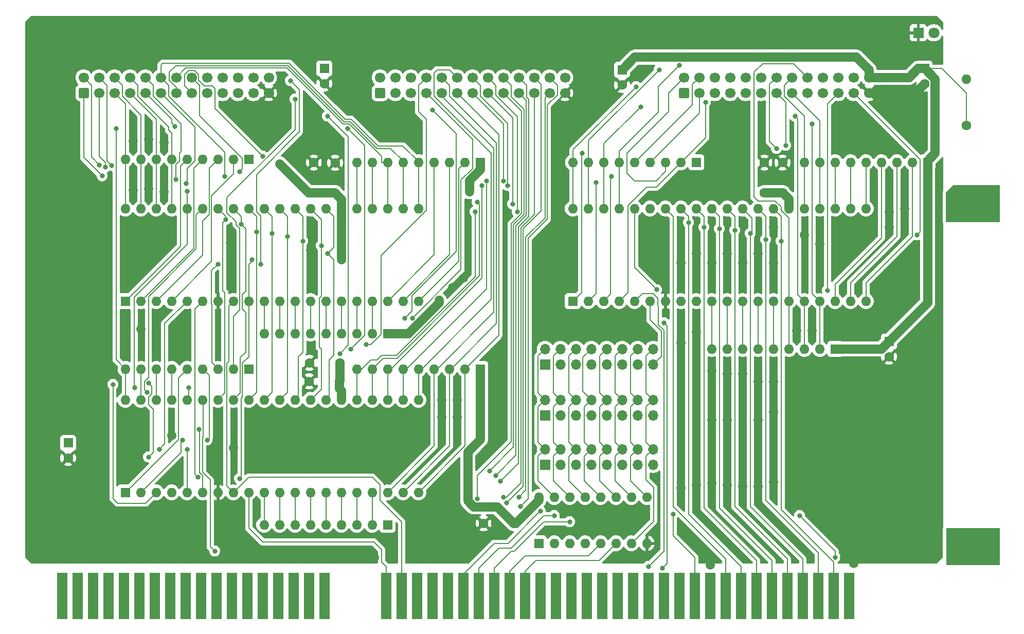
<source format=gbr>
%TF.GenerationSoftware,KiCad,Pcbnew,8.0.0*%
%TF.CreationDate,2024-03-03T11:21:49-05:00*%
%TF.ProjectId,ISA8255,49534138-3235-4352-9e6b-696361645f70,rev?*%
%TF.SameCoordinates,Original*%
%TF.FileFunction,Copper,L1,Top*%
%TF.FilePolarity,Positive*%
%FSLAX46Y46*%
G04 Gerber Fmt 4.6, Leading zero omitted, Abs format (unit mm)*
G04 Created by KiCad (PCBNEW 8.0.0) date 2024-03-03 11:21:49*
%MOMM*%
%LPD*%
G01*
G04 APERTURE LIST*
G04 Aperture macros list*
%AMRoundRect*
0 Rectangle with rounded corners*
0 $1 Rounding radius*
0 $2 $3 $4 $5 $6 $7 $8 $9 X,Y pos of 4 corners*
0 Add a 4 corners polygon primitive as box body*
4,1,4,$2,$3,$4,$5,$6,$7,$8,$9,$2,$3,0*
0 Add four circle primitives for the rounded corners*
1,1,$1+$1,$2,$3*
1,1,$1+$1,$4,$5*
1,1,$1+$1,$6,$7*
1,1,$1+$1,$8,$9*
0 Add four rect primitives between the rounded corners*
20,1,$1+$1,$2,$3,$4,$5,0*
20,1,$1+$1,$4,$5,$6,$7,0*
20,1,$1+$1,$6,$7,$8,$9,0*
20,1,$1+$1,$8,$9,$2,$3,0*%
%AMOutline5P*
0 Free polygon, 5 corners , with rotation*
0 The origin of the aperture is its center*
0 number of corners: always 5*
0 $1 to $10 corner X, Y*
0 $11 Rotation angle, in degrees counterclockwise*
0 create outline with 5 corners*
4,1,5,$1,$2,$3,$4,$5,$6,$7,$8,$9,$10,$1,$2,$11*%
%AMOutline6P*
0 Free polygon, 6 corners , with rotation*
0 The origin of the aperture is its center*
0 number of corners: always 6*
0 $1 to $12 corner X, Y*
0 $13 Rotation angle, in degrees counterclockwise*
0 create outline with 6 corners*
4,1,6,$1,$2,$3,$4,$5,$6,$7,$8,$9,$10,$11,$12,$1,$2,$13*%
%AMOutline7P*
0 Free polygon, 7 corners , with rotation*
0 The origin of the aperture is its center*
0 number of corners: always 7*
0 $1 to $14 corner X, Y*
0 $15 Rotation angle, in degrees counterclockwise*
0 create outline with 7 corners*
4,1,7,$1,$2,$3,$4,$5,$6,$7,$8,$9,$10,$11,$12,$13,$14,$1,$2,$15*%
%AMOutline8P*
0 Free polygon, 8 corners , with rotation*
0 The origin of the aperture is its center*
0 number of corners: always 8*
0 $1 to $16 corner X, Y*
0 $17 Rotation angle, in degrees counterclockwise*
0 create outline with 8 corners*
4,1,8,$1,$2,$3,$4,$5,$6,$7,$8,$9,$10,$11,$12,$13,$14,$15,$16,$1,$2,$17*%
G04 Aperture macros list end*
%TA.AperFunction,ComponentPad*%
%ADD10Outline5P,-4.445000X1.830000X-3.225000X3.050000X4.445000X3.050000X4.445000X-3.050000X-4.445000X-3.050000X0.000000*%
%TD*%
%TA.AperFunction,ComponentPad*%
%ADD11R,8.890000X6.100000*%
%TD*%
%TA.AperFunction,ComponentPad*%
%ADD12C,1.600000*%
%TD*%
%TA.AperFunction,ComponentPad*%
%ADD13R,1.600000X1.600000*%
%TD*%
%TA.AperFunction,ComponentPad*%
%ADD14O,1.600000X1.600000*%
%TD*%
%TA.AperFunction,ComponentPad*%
%ADD15R,1.700000X1.700000*%
%TD*%
%TA.AperFunction,ComponentPad*%
%ADD16O,1.700000X1.700000*%
%TD*%
%TA.AperFunction,ComponentPad*%
%ADD17RoundRect,0.250000X0.600000X-0.600000X0.600000X0.600000X-0.600000X0.600000X-0.600000X-0.600000X0*%
%TD*%
%TA.AperFunction,ComponentPad*%
%ADD18C,1.700000*%
%TD*%
%TA.AperFunction,ConnectorPad*%
%ADD19R,1.780000X7.620000*%
%TD*%
%TA.AperFunction,ComponentPad*%
%ADD20R,1.800000X1.800000*%
%TD*%
%TA.AperFunction,ComponentPad*%
%ADD21C,1.800000*%
%TD*%
%TA.AperFunction,ViaPad*%
%ADD22C,1.500000*%
%TD*%
%TA.AperFunction,ViaPad*%
%ADD23C,0.800000*%
%TD*%
%TA.AperFunction,Conductor*%
%ADD24C,1.500000*%
%TD*%
%TA.AperFunction,Conductor*%
%ADD25C,0.200000*%
%TD*%
%TA.AperFunction,Conductor*%
%ADD26C,0.127000*%
%TD*%
G04 APERTURE END LIST*
D10*
%TO.P,BKT1,*%
%TO.N,*%
X208356200Y-82733000D03*
D11*
X208356200Y-139253000D03*
%TD*%
D12*
%TO.P,C6,1*%
%TO.N,+5V*%
X104100000Y-112014000D03*
%TO.P,C6,2*%
%TO.N,GND*%
X99100000Y-112014000D03*
%TD*%
D13*
%TO.P,C9,1*%
%TO.N,+5V*%
X59436000Y-122154698D03*
D12*
%TO.P,C9,2*%
%TO.N,GND*%
X59436000Y-124654698D03*
%TD*%
D13*
%TO.P,C8,1*%
%TO.N,+5V*%
X194564000Y-105450000D03*
D12*
%TO.P,C8,2*%
%TO.N,GND*%
X194564000Y-107950000D03*
%TD*%
D13*
%TO.P,RN5,1,common*%
%TO.N,+5V*%
X112014000Y-135636000D03*
D14*
%TO.P,RN5,2,R1*%
%TO.N,Net-(J6-Pin_20)*%
X109474000Y-135636000D03*
%TO.P,RN5,3,R2*%
%TO.N,Net-(J6-Pin_19)*%
X106934000Y-135636000D03*
%TO.P,RN5,4,R3*%
%TO.N,Net-(J6-Pin_18)*%
X104394000Y-135636000D03*
%TO.P,RN5,5,R4*%
%TO.N,Net-(J6-Pin_17)*%
X101854000Y-135636000D03*
%TO.P,RN5,6,R5*%
%TO.N,Net-(J6-Pin_21)*%
X99314000Y-135636000D03*
%TO.P,RN5,7,R6*%
%TO.N,Net-(J6-Pin_22)*%
X96774000Y-135636000D03*
%TO.P,RN5,8,R7*%
%TO.N,Net-(J6-Pin_23)*%
X94234000Y-135636000D03*
%TO.P,RN5,9,R8*%
%TO.N,Net-(J6-Pin_24)*%
X91694000Y-135636000D03*
%TD*%
D12*
%TO.P,C3,1*%
%TO.N,+5V*%
X177038000Y-80986000D03*
%TO.P,C3,2*%
%TO.N,GND*%
X177038000Y-75986000D03*
%TD*%
D13*
%TO.P,RN7,1,common*%
%TO.N,+5V*%
X89184000Y-75438000D03*
D14*
%TO.P,RN7,2,R1*%
%TO.N,Net-(J7-Pin_1)*%
X86644000Y-75438000D03*
%TO.P,RN7,3,R2*%
%TO.N,Net-(J7-Pin_2)*%
X84104000Y-75438000D03*
%TO.P,RN7,4,R3*%
%TO.N,Net-(J7-Pin_3)*%
X81564000Y-75438000D03*
%TO.P,RN7,5,R4*%
%TO.N,Net-(J7-Pin_4)*%
X79024000Y-75438000D03*
%TO.P,RN7,6,R5*%
%TO.N,Net-(J7-Pin_8)*%
X76484000Y-75438000D03*
%TO.P,RN7,7,R6*%
%TO.N,Net-(J7-Pin_7)*%
X73944000Y-75438000D03*
%TO.P,RN7,8,R7*%
%TO.N,Net-(J7-Pin_6)*%
X71404000Y-75438000D03*
%TO.P,RN7,9,R8*%
%TO.N,Net-(J7-Pin_5)*%
X68864000Y-75438000D03*
%TD*%
D13*
%TO.P,RN6,1,common*%
%TO.N,+5V*%
X127284000Y-109982000D03*
D14*
%TO.P,RN6,2,R1*%
%TO.N,Net-(J6-Pin_11)*%
X124744000Y-109982000D03*
%TO.P,RN6,3,R2*%
%TO.N,Net-(J6-Pin_10)*%
X122204000Y-109982000D03*
%TO.P,RN6,4,R3*%
%TO.N,Net-(J6-Pin_9)*%
X119664000Y-109982000D03*
%TO.P,RN6,5,R4*%
%TO.N,Net-(J6-Pin_12)*%
X117124000Y-109982000D03*
%TO.P,RN6,6,R5*%
%TO.N,Net-(J6-Pin_13)*%
X114584000Y-109982000D03*
%TO.P,RN6,7,R6*%
%TO.N,Net-(J6-Pin_14)*%
X112044000Y-109982000D03*
%TO.P,RN6,8,R7*%
%TO.N,Net-(J6-Pin_15)*%
X109504000Y-109982000D03*
%TO.P,RN6,9,R8*%
%TO.N,Net-(J6-Pin_16)*%
X106964000Y-109982000D03*
%TD*%
D15*
%TO.P,J3,1,Pin_1*%
%TO.N,/CS1*%
X137937000Y-117607000D03*
D16*
%TO.P,J3,2,Pin_2*%
%TO.N,Net-(J2-Pin_2)*%
X137937000Y-115067000D03*
%TO.P,J3,3,Pin_3*%
%TO.N,/CS1*%
X140477000Y-117607000D03*
%TO.P,J3,4,Pin_4*%
%TO.N,Net-(J2-Pin_4)*%
X140477000Y-115067000D03*
%TO.P,J3,5,Pin_5*%
%TO.N,/CS1*%
X143017000Y-117607000D03*
%TO.P,J3,6,Pin_6*%
%TO.N,Net-(J2-Pin_6)*%
X143017000Y-115067000D03*
%TO.P,J3,7,Pin_7*%
%TO.N,/CS1*%
X145557000Y-117607000D03*
%TO.P,J3,8,Pin_8*%
%TO.N,Net-(J2-Pin_8)*%
X145557000Y-115067000D03*
%TO.P,J3,9,Pin_9*%
%TO.N,/CS1*%
X148097000Y-117607000D03*
%TO.P,J3,10,Pin_10*%
%TO.N,Net-(J2-Pin_10)*%
X148097000Y-115067000D03*
%TO.P,J3,11,Pin_11*%
%TO.N,/CS1*%
X150637000Y-117607000D03*
%TO.P,J3,12,Pin_12*%
%TO.N,Net-(J2-Pin_12)*%
X150637000Y-115067000D03*
%TO.P,J3,13,Pin_13*%
%TO.N,/CS1*%
X153177000Y-117607000D03*
%TO.P,J3,14,Pin_14*%
%TO.N,Net-(J2-Pin_14)*%
X153177000Y-115067000D03*
%TO.P,J3,15,Pin_15*%
%TO.N,/CS1*%
X155717000Y-117607000D03*
%TO.P,J3,16,Pin_16*%
%TO.N,Net-(J2-Pin_16)*%
X155717000Y-115067000D03*
%TD*%
D13*
%TO.P,C12,1*%
%TO.N,+5V*%
X150622000Y-60706000D03*
D12*
%TO.P,C12,2*%
%TO.N,GND*%
X150622000Y-63206000D03*
%TD*%
D13*
%TO.P,RN8,1,common*%
%TO.N,+5V*%
X112044000Y-104140000D03*
D14*
%TO.P,RN8,2,R1*%
%TO.N,Net-(J7-Pin_20)*%
X109504000Y-104140000D03*
%TO.P,RN8,3,R2*%
%TO.N,Net-(J7-Pin_19)*%
X106964000Y-104140000D03*
%TO.P,RN8,4,R3*%
%TO.N,Net-(J7-Pin_18)*%
X104424000Y-104140000D03*
%TO.P,RN8,5,R4*%
%TO.N,Net-(J7-Pin_17)*%
X101884000Y-104140000D03*
%TO.P,RN8,6,R5*%
%TO.N,Net-(J7-Pin_21)*%
X99344000Y-104140000D03*
%TO.P,RN8,7,R6*%
%TO.N,Net-(J7-Pin_22)*%
X96804000Y-104140000D03*
%TO.P,RN8,8,R7*%
%TO.N,Net-(J7-Pin_23)*%
X94264000Y-104140000D03*
%TO.P,RN8,9,R8*%
%TO.N,Net-(J7-Pin_24)*%
X91724000Y-104140000D03*
%TD*%
D17*
%TO.P,J6,1,Pin_1*%
%TO.N,Net-(J6-Pin_1)*%
X110744000Y-64516000D03*
D18*
%TO.P,J6,2,Pin_2*%
%TO.N,Net-(J6-Pin_2)*%
X110744000Y-61976000D03*
%TO.P,J6,3,Pin_3*%
%TO.N,Net-(J6-Pin_3)*%
X113284000Y-64516000D03*
%TO.P,J6,4,Pin_4*%
%TO.N,Net-(J6-Pin_4)*%
X113284000Y-61976000D03*
%TO.P,J6,5,Pin_5*%
%TO.N,Net-(J6-Pin_5)*%
X115824000Y-64516000D03*
%TO.P,J6,6,Pin_6*%
%TO.N,Net-(J6-Pin_6)*%
X115824000Y-61976000D03*
%TO.P,J6,7,Pin_7*%
%TO.N,Net-(J6-Pin_7)*%
X118364000Y-64516000D03*
%TO.P,J6,8,Pin_8*%
%TO.N,Net-(J6-Pin_8)*%
X118364000Y-61976000D03*
%TO.P,J6,9,Pin_9*%
%TO.N,Net-(J6-Pin_9)*%
X120904000Y-64516000D03*
%TO.P,J6,10,Pin_10*%
%TO.N,Net-(J6-Pin_10)*%
X120904000Y-61976000D03*
%TO.P,J6,11,Pin_11*%
%TO.N,Net-(J6-Pin_11)*%
X123444000Y-64516000D03*
%TO.P,J6,12,Pin_12*%
%TO.N,Net-(J6-Pin_12)*%
X123444000Y-61976000D03*
%TO.P,J6,13,Pin_13*%
%TO.N,Net-(J6-Pin_13)*%
X125984000Y-64516000D03*
%TO.P,J6,14,Pin_14*%
%TO.N,Net-(J6-Pin_14)*%
X125984000Y-61976000D03*
%TO.P,J6,15,Pin_15*%
%TO.N,Net-(J6-Pin_15)*%
X128524000Y-64516000D03*
%TO.P,J6,16,Pin_16*%
%TO.N,Net-(J6-Pin_16)*%
X128524000Y-61976000D03*
%TO.P,J6,17,Pin_17*%
%TO.N,Net-(J6-Pin_17)*%
X131064000Y-64516000D03*
%TO.P,J6,18,Pin_18*%
%TO.N,Net-(J6-Pin_18)*%
X131064000Y-61976000D03*
%TO.P,J6,19,Pin_19*%
%TO.N,Net-(J6-Pin_19)*%
X133604000Y-64516000D03*
%TO.P,J6,20,Pin_20*%
%TO.N,Net-(J6-Pin_20)*%
X133604000Y-61976000D03*
%TO.P,J6,21,Pin_21*%
%TO.N,Net-(J6-Pin_21)*%
X136144000Y-64516000D03*
%TO.P,J6,22,Pin_22*%
%TO.N,Net-(J6-Pin_22)*%
X136144000Y-61976000D03*
%TO.P,J6,23,Pin_23*%
%TO.N,Net-(J6-Pin_23)*%
X138684000Y-64516000D03*
%TO.P,J6,24,Pin_24*%
%TO.N,Net-(J6-Pin_24)*%
X138684000Y-61976000D03*
%TO.P,J6,25,Pin_25*%
%TO.N,GND*%
X141224000Y-64516000D03*
%TO.P,J6,26,Pin_26*%
%TO.N,+5V*%
X141224000Y-61976000D03*
%TD*%
D13*
%TO.P,U4,1,A0*%
%TO.N,/A5*%
X136906000Y-138684000D03*
D14*
%TO.P,U4,2,A1*%
%TO.N,/A6*%
X139446000Y-138684000D03*
%TO.P,U4,3,A2*%
%TO.N,/A7*%
X141986000Y-138684000D03*
%TO.P,U4,4,E1*%
%TO.N,/AEN*%
X144526000Y-138684000D03*
%TO.P,U4,5,E2*%
%TO.N,/A8*%
X147066000Y-138684000D03*
%TO.P,U4,6,E3*%
%TO.N,/A9*%
X149606000Y-138684000D03*
%TO.P,U4,7,O7*%
%TO.N,Net-(J2-Pin_16)*%
X152146000Y-138684000D03*
%TO.P,U4,8,GND*%
%TO.N,GND*%
X154686000Y-138684000D03*
%TO.P,U4,9,O6*%
%TO.N,Net-(J2-Pin_14)*%
X154686000Y-131064000D03*
%TO.P,U4,10,O5*%
%TO.N,Net-(J2-Pin_12)*%
X152146000Y-131064000D03*
%TO.P,U4,11,O4*%
%TO.N,Net-(J2-Pin_10)*%
X149606000Y-131064000D03*
%TO.P,U4,12,O3*%
%TO.N,Net-(J2-Pin_8)*%
X147066000Y-131064000D03*
%TO.P,U4,13,O2*%
%TO.N,Net-(J2-Pin_6)*%
X144526000Y-131064000D03*
%TO.P,U4,14,O1*%
%TO.N,Net-(J2-Pin_4)*%
X141986000Y-131064000D03*
%TO.P,U4,15,O0*%
%TO.N,Net-(J2-Pin_2)*%
X139446000Y-131064000D03*
%TO.P,U4,16,VCC*%
%TO.N,+5V*%
X136906000Y-131064000D03*
%TD*%
D12*
%TO.P,C4,1*%
%TO.N,+5V*%
X174030000Y-80986000D03*
%TO.P,C4,2*%
%TO.N,GND*%
X174030000Y-75986000D03*
%TD*%
D17*
%TO.P,J7,1,Pin_1*%
%TO.N,Net-(J7-Pin_1)*%
X61976000Y-64516000D03*
D18*
%TO.P,J7,2,Pin_2*%
%TO.N,Net-(J7-Pin_2)*%
X61976000Y-61976000D03*
%TO.P,J7,3,Pin_3*%
%TO.N,Net-(J7-Pin_3)*%
X64516000Y-64516000D03*
%TO.P,J7,4,Pin_4*%
%TO.N,Net-(J7-Pin_4)*%
X64516000Y-61976000D03*
%TO.P,J7,5,Pin_5*%
%TO.N,Net-(J7-Pin_5)*%
X67056000Y-64516000D03*
%TO.P,J7,6,Pin_6*%
%TO.N,Net-(J7-Pin_6)*%
X67056000Y-61976000D03*
%TO.P,J7,7,Pin_7*%
%TO.N,Net-(J7-Pin_7)*%
X69596000Y-64516000D03*
%TO.P,J7,8,Pin_8*%
%TO.N,Net-(J7-Pin_8)*%
X69596000Y-61976000D03*
%TO.P,J7,9,Pin_9*%
%TO.N,Net-(J7-Pin_9)*%
X72136000Y-64516000D03*
%TO.P,J7,10,Pin_10*%
%TO.N,Net-(J7-Pin_10)*%
X72136000Y-61976000D03*
%TO.P,J7,11,Pin_11*%
%TO.N,Net-(J7-Pin_11)*%
X74676000Y-64516000D03*
%TO.P,J7,12,Pin_12*%
%TO.N,Net-(J7-Pin_12)*%
X74676000Y-61976000D03*
%TO.P,J7,13,Pin_13*%
%TO.N,Net-(J7-Pin_13)*%
X77216000Y-64516000D03*
%TO.P,J7,14,Pin_14*%
%TO.N,Net-(J7-Pin_14)*%
X77216000Y-61976000D03*
%TO.P,J7,15,Pin_15*%
%TO.N,Net-(J7-Pin_15)*%
X79756000Y-64516000D03*
%TO.P,J7,16,Pin_16*%
%TO.N,Net-(J7-Pin_16)*%
X79756000Y-61976000D03*
%TO.P,J7,17,Pin_17*%
%TO.N,Net-(J7-Pin_17)*%
X82296000Y-64516000D03*
%TO.P,J7,18,Pin_18*%
%TO.N,Net-(J7-Pin_18)*%
X82296000Y-61976000D03*
%TO.P,J7,19,Pin_19*%
%TO.N,Net-(J7-Pin_19)*%
X84836000Y-64516000D03*
%TO.P,J7,20,Pin_20*%
%TO.N,Net-(J7-Pin_20)*%
X84836000Y-61976000D03*
%TO.P,J7,21,Pin_21*%
%TO.N,Net-(J7-Pin_21)*%
X87376000Y-64516000D03*
%TO.P,J7,22,Pin_22*%
%TO.N,Net-(J7-Pin_22)*%
X87376000Y-61976000D03*
%TO.P,J7,23,Pin_23*%
%TO.N,Net-(J7-Pin_23)*%
X89916000Y-64516000D03*
%TO.P,J7,24,Pin_24*%
%TO.N,Net-(J7-Pin_24)*%
X89916000Y-61976000D03*
%TO.P,J7,25,Pin_25*%
%TO.N,GND*%
X92456000Y-64516000D03*
%TO.P,J7,26,Pin_26*%
%TO.N,+5V*%
X92456000Y-61976000D03*
%TD*%
D15*
%TO.P,J2,1,Pin_1*%
%TO.N,/CS0*%
X137937000Y-109220000D03*
D16*
%TO.P,J2,2,Pin_2*%
%TO.N,Net-(J2-Pin_2)*%
X137937000Y-106680000D03*
%TO.P,J2,3,Pin_3*%
%TO.N,/CS0*%
X140477000Y-109220000D03*
%TO.P,J2,4,Pin_4*%
%TO.N,Net-(J2-Pin_4)*%
X140477000Y-106680000D03*
%TO.P,J2,5,Pin_5*%
%TO.N,/CS0*%
X143017000Y-109220000D03*
%TO.P,J2,6,Pin_6*%
%TO.N,Net-(J2-Pin_6)*%
X143017000Y-106680000D03*
%TO.P,J2,7,Pin_7*%
%TO.N,/CS0*%
X145557000Y-109220000D03*
%TO.P,J2,8,Pin_8*%
%TO.N,Net-(J2-Pin_8)*%
X145557000Y-106680000D03*
%TO.P,J2,9,Pin_9*%
%TO.N,/CS0*%
X148097000Y-109220000D03*
%TO.P,J2,10,Pin_10*%
%TO.N,Net-(J2-Pin_10)*%
X148097000Y-106680000D03*
%TO.P,J2,11,Pin_11*%
%TO.N,/CS0*%
X150637000Y-109220000D03*
%TO.P,J2,12,Pin_12*%
%TO.N,Net-(J2-Pin_12)*%
X150637000Y-106680000D03*
%TO.P,J2,13,Pin_13*%
%TO.N,/CS0*%
X153177000Y-109220000D03*
%TO.P,J2,14,Pin_14*%
%TO.N,Net-(J2-Pin_14)*%
X153177000Y-106680000D03*
%TO.P,J2,15,Pin_15*%
%TO.N,/CS0*%
X155717000Y-109220000D03*
%TO.P,J2,16,Pin_16*%
%TO.N,Net-(J2-Pin_16)*%
X155717000Y-106680000D03*
%TD*%
D12*
%TO.P,R1,1*%
%TO.N,+5V*%
X207264000Y-69850000D03*
D14*
%TO.P,R1,2*%
%TO.N,Net-(D1-A)*%
X207264000Y-62230000D03*
%TD*%
D13*
%TO.P,C11,1*%
%TO.N,+5V*%
X101600000Y-60492000D03*
D12*
%TO.P,C11,2*%
%TO.N,GND*%
X101600000Y-62992000D03*
%TD*%
D15*
%TO.P,J4,1,Pin_1*%
%TO.N,/CS2*%
X137937000Y-125730000D03*
D16*
%TO.P,J4,2,Pin_2*%
%TO.N,Net-(J2-Pin_2)*%
X137937000Y-123190000D03*
%TO.P,J4,3,Pin_3*%
%TO.N,/CS2*%
X140477000Y-125730000D03*
%TO.P,J4,4,Pin_4*%
%TO.N,Net-(J2-Pin_4)*%
X140477000Y-123190000D03*
%TO.P,J4,5,Pin_5*%
%TO.N,/CS2*%
X143017000Y-125730000D03*
%TO.P,J4,6,Pin_6*%
%TO.N,Net-(J2-Pin_6)*%
X143017000Y-123190000D03*
%TO.P,J4,7,Pin_7*%
%TO.N,/CS2*%
X145557000Y-125730000D03*
%TO.P,J4,8,Pin_8*%
%TO.N,Net-(J2-Pin_8)*%
X145557000Y-123190000D03*
%TO.P,J4,9,Pin_9*%
%TO.N,/CS2*%
X148097000Y-125730000D03*
%TO.P,J4,10,Pin_10*%
%TO.N,Net-(J2-Pin_10)*%
X148097000Y-123190000D03*
%TO.P,J4,11,Pin_11*%
%TO.N,/CS2*%
X150637000Y-125730000D03*
%TO.P,J4,12,Pin_12*%
%TO.N,Net-(J2-Pin_12)*%
X150637000Y-123190000D03*
%TO.P,J4,13,Pin_13*%
%TO.N,/CS2*%
X153177000Y-125730000D03*
%TO.P,J4,14,Pin_14*%
%TO.N,Net-(J2-Pin_14)*%
X153177000Y-123190000D03*
%TO.P,J4,15,Pin_15*%
%TO.N,/CS2*%
X155717000Y-125730000D03*
%TO.P,J4,16,Pin_16*%
%TO.N,Net-(J2-Pin_16)*%
X155717000Y-123190000D03*
%TD*%
D12*
%TO.P,C1,1*%
%TO.N,+5V*%
X103378000Y-81026000D03*
%TO.P,C1,2*%
%TO.N,GND*%
X103378000Y-76026000D03*
%TD*%
D13*
%TO.P,U3,1,PA3*%
%TO.N,Net-(J7-Pin_4)*%
X68834000Y-98806000D03*
D14*
%TO.P,U3,2,PA2*%
%TO.N,Net-(J7-Pin_3)*%
X71374000Y-98806000D03*
%TO.P,U3,3,PA1*%
%TO.N,Net-(J7-Pin_2)*%
X73914000Y-98806000D03*
%TO.P,U3,4,PA0*%
%TO.N,Net-(J7-Pin_1)*%
X76454000Y-98806000D03*
%TO.P,U3,5,~{RD}*%
%TO.N,/~{IOR}*%
X78994000Y-98806000D03*
%TO.P,U3,6,~{CS}*%
%TO.N,/CS2*%
X81534000Y-98806000D03*
%TO.P,U3,7,GND*%
%TO.N,GND*%
X84074000Y-98806000D03*
%TO.P,U3,8,A1*%
%TO.N,/A1*%
X86614000Y-98806000D03*
%TO.P,U3,9,A0*%
%TO.N,/A0*%
X89154000Y-98806000D03*
%TO.P,U3,10,PC7*%
%TO.N,Net-(J7-Pin_24)*%
X91694000Y-98806000D03*
%TO.P,U3,11,PC6*%
%TO.N,Net-(J7-Pin_23)*%
X94234000Y-98806000D03*
%TO.P,U3,12,PC5*%
%TO.N,Net-(J7-Pin_22)*%
X96774000Y-98806000D03*
%TO.P,U3,13,PC4*%
%TO.N,Net-(J7-Pin_21)*%
X99314000Y-98806000D03*
%TO.P,U3,14,PC0*%
%TO.N,Net-(J7-Pin_17)*%
X101854000Y-98806000D03*
%TO.P,U3,15,PC1*%
%TO.N,Net-(J7-Pin_18)*%
X104394000Y-98806000D03*
%TO.P,U3,16,PC2*%
%TO.N,Net-(J7-Pin_19)*%
X106934000Y-98806000D03*
%TO.P,U3,17,PC3*%
%TO.N,Net-(J7-Pin_20)*%
X109474000Y-98806000D03*
%TO.P,U3,18,PB0*%
%TO.N,Net-(J7-Pin_9)*%
X112014000Y-98806000D03*
%TO.P,U3,19,PB1*%
%TO.N,Net-(J7-Pin_10)*%
X114554000Y-98806000D03*
%TO.P,U3,20,PB2*%
%TO.N,Net-(J7-Pin_11)*%
X117094000Y-98806000D03*
%TO.P,U3,21,PB3*%
%TO.N,Net-(J7-Pin_12)*%
X117094000Y-83566000D03*
%TO.P,U3,22,PB4*%
%TO.N,Net-(J7-Pin_13)*%
X114554000Y-83566000D03*
%TO.P,U3,23,PB5*%
%TO.N,Net-(J7-Pin_14)*%
X112014000Y-83566000D03*
%TO.P,U3,24,PB6*%
%TO.N,Net-(J7-Pin_15)*%
X109474000Y-83566000D03*
%TO.P,U3,25,PB7*%
%TO.N,Net-(J7-Pin_16)*%
X106934000Y-83566000D03*
%TO.P,U3,26,VCC*%
%TO.N,+5V*%
X104394000Y-83566000D03*
%TO.P,U3,27,D7*%
%TO.N,/D7*%
X101854000Y-83566000D03*
%TO.P,U3,28,D6*%
%TO.N,/D6*%
X99314000Y-83566000D03*
%TO.P,U3,29,D5*%
%TO.N,/D5*%
X96774000Y-83566000D03*
%TO.P,U3,30,D4*%
%TO.N,/D4*%
X94234000Y-83566000D03*
%TO.P,U3,31,D3*%
%TO.N,/D3*%
X91694000Y-83566000D03*
%TO.P,U3,32,D2*%
%TO.N,/D2*%
X89154000Y-83566000D03*
%TO.P,U3,33,D1*%
%TO.N,/D1*%
X86614000Y-83566000D03*
%TO.P,U3,34,D0*%
%TO.N,/D0*%
X84074000Y-83566000D03*
%TO.P,U3,35,RESET*%
%TO.N,/RESET*%
X81534000Y-83566000D03*
%TO.P,U3,36,~{WR}*%
%TO.N,/~{IOW}*%
X78994000Y-83566000D03*
%TO.P,U3,37,PA7*%
%TO.N,Net-(J7-Pin_8)*%
X76454000Y-83566000D03*
%TO.P,U3,38,PA6*%
%TO.N,Net-(J7-Pin_7)*%
X73914000Y-83566000D03*
%TO.P,U3,39,PA5*%
%TO.N,Net-(J7-Pin_6)*%
X71374000Y-83566000D03*
%TO.P,U3,40,PA4*%
%TO.N,Net-(J7-Pin_5)*%
X68834000Y-83566000D03*
%TD*%
D12*
%TO.P,C7,1*%
%TO.N,+5V*%
X132802000Y-135382000D03*
%TO.P,C7,2*%
%TO.N,GND*%
X127802000Y-135382000D03*
%TD*%
D13*
%TO.P,RN9,1,common*%
%TO.N,+5V*%
X127284000Y-75946000D03*
D14*
%TO.P,RN9,2,R1*%
%TO.N,Net-(J7-Pin_11)*%
X124744000Y-75946000D03*
%TO.P,RN9,3,R2*%
%TO.N,Net-(J7-Pin_10)*%
X122204000Y-75946000D03*
%TO.P,RN9,4,R3*%
%TO.N,Net-(J7-Pin_9)*%
X119664000Y-75946000D03*
%TO.P,RN9,5,R4*%
%TO.N,Net-(J7-Pin_12)*%
X117124000Y-75946000D03*
%TO.P,RN9,6,R5*%
%TO.N,Net-(J7-Pin_13)*%
X114584000Y-75946000D03*
%TO.P,RN9,7,R6*%
%TO.N,Net-(J7-Pin_14)*%
X112044000Y-75946000D03*
%TO.P,RN9,8,R7*%
%TO.N,Net-(J7-Pin_15)*%
X109504000Y-75946000D03*
%TO.P,RN9,9,R8*%
%TO.N,Net-(J7-Pin_16)*%
X106964000Y-75946000D03*
%TD*%
D17*
%TO.P,J5,1,Pin_1*%
%TO.N,Net-(J5-Pin_1)*%
X160782000Y-64516000D03*
D18*
%TO.P,J5,2,Pin_2*%
%TO.N,Net-(J5-Pin_2)*%
X160782000Y-61976000D03*
%TO.P,J5,3,Pin_3*%
%TO.N,Net-(J5-Pin_3)*%
X163322000Y-64516000D03*
%TO.P,J5,4,Pin_4*%
%TO.N,Net-(J5-Pin_4)*%
X163322000Y-61976000D03*
%TO.P,J5,5,Pin_5*%
%TO.N,Net-(J5-Pin_5)*%
X165862000Y-64516000D03*
%TO.P,J5,6,Pin_6*%
%TO.N,Net-(J5-Pin_6)*%
X165862000Y-61976000D03*
%TO.P,J5,7,Pin_7*%
%TO.N,Net-(J5-Pin_7)*%
X168402000Y-64516000D03*
%TO.P,J5,8,Pin_8*%
%TO.N,Net-(J5-Pin_8)*%
X168402000Y-61976000D03*
%TO.P,J5,9,Pin_9*%
%TO.N,Net-(J5-Pin_9)*%
X170942000Y-64516000D03*
%TO.P,J5,10,Pin_10*%
%TO.N,Net-(J5-Pin_10)*%
X170942000Y-61976000D03*
%TO.P,J5,11,Pin_11*%
%TO.N,Net-(J5-Pin_11)*%
X173482000Y-64516000D03*
%TO.P,J5,12,Pin_12*%
%TO.N,Net-(J5-Pin_12)*%
X173482000Y-61976000D03*
%TO.P,J5,13,Pin_13*%
%TO.N,Net-(J5-Pin_13)*%
X176022000Y-64516000D03*
%TO.P,J5,14,Pin_14*%
%TO.N,Net-(J5-Pin_14)*%
X176022000Y-61976000D03*
%TO.P,J5,15,Pin_15*%
%TO.N,Net-(J5-Pin_15)*%
X178562000Y-64516000D03*
%TO.P,J5,16,Pin_16*%
%TO.N,Net-(J5-Pin_16)*%
X178562000Y-61976000D03*
%TO.P,J5,17,Pin_17*%
%TO.N,Net-(J5-Pin_17)*%
X181102000Y-64516000D03*
%TO.P,J5,18,Pin_18*%
%TO.N,Net-(J5-Pin_18)*%
X181102000Y-61976000D03*
%TO.P,J5,19,Pin_19*%
%TO.N,Net-(J5-Pin_19)*%
X183642000Y-64516000D03*
%TO.P,J5,20,Pin_20*%
%TO.N,Net-(J5-Pin_20)*%
X183642000Y-61976000D03*
%TO.P,J5,21,Pin_21*%
%TO.N,Net-(J5-Pin_21)*%
X186182000Y-64516000D03*
%TO.P,J5,22,Pin_22*%
%TO.N,Net-(J5-Pin_22)*%
X186182000Y-61976000D03*
%TO.P,J5,23,Pin_23*%
%TO.N,Net-(J5-Pin_23)*%
X188722000Y-64516000D03*
%TO.P,J5,24,Pin_24*%
%TO.N,Net-(J5-Pin_24)*%
X188722000Y-61976000D03*
%TO.P,J5,25,Pin_25*%
%TO.N,GND*%
X191262000Y-64516000D03*
%TO.P,J5,26,Pin_26*%
%TO.N,+5V*%
X191262000Y-61976000D03*
%TD*%
D12*
%TO.P,C2,1*%
%TO.N,+5V*%
X99862000Y-80986000D03*
%TO.P,C2,2*%
%TO.N,GND*%
X99862000Y-75986000D03*
%TD*%
D13*
%TO.P,U2,1,PA3*%
%TO.N,Net-(J6-Pin_4)*%
X68834000Y-130302000D03*
D14*
%TO.P,U2,2,PA2*%
%TO.N,Net-(J6-Pin_3)*%
X71374000Y-130302000D03*
%TO.P,U2,3,PA1*%
%TO.N,Net-(J6-Pin_2)*%
X73914000Y-130302000D03*
%TO.P,U2,4,PA0*%
%TO.N,Net-(J6-Pin_1)*%
X76454000Y-130302000D03*
%TO.P,U2,5,~{RD}*%
%TO.N,/~{IOR}*%
X78994000Y-130302000D03*
%TO.P,U2,6,~{CS}*%
%TO.N,/CS1*%
X81534000Y-130302000D03*
%TO.P,U2,7,GND*%
%TO.N,GND*%
X84074000Y-130302000D03*
%TO.P,U2,8,A1*%
%TO.N,/A1*%
X86614000Y-130302000D03*
%TO.P,U2,9,A0*%
%TO.N,/A0*%
X89154000Y-130302000D03*
%TO.P,U2,10,PC7*%
%TO.N,Net-(J6-Pin_24)*%
X91694000Y-130302000D03*
%TO.P,U2,11,PC6*%
%TO.N,Net-(J6-Pin_23)*%
X94234000Y-130302000D03*
%TO.P,U2,12,PC5*%
%TO.N,Net-(J6-Pin_22)*%
X96774000Y-130302000D03*
%TO.P,U2,13,PC4*%
%TO.N,Net-(J6-Pin_21)*%
X99314000Y-130302000D03*
%TO.P,U2,14,PC0*%
%TO.N,Net-(J6-Pin_17)*%
X101854000Y-130302000D03*
%TO.P,U2,15,PC1*%
%TO.N,Net-(J6-Pin_18)*%
X104394000Y-130302000D03*
%TO.P,U2,16,PC2*%
%TO.N,Net-(J6-Pin_19)*%
X106934000Y-130302000D03*
%TO.P,U2,17,PC3*%
%TO.N,Net-(J6-Pin_20)*%
X109474000Y-130302000D03*
%TO.P,U2,18,PB0*%
%TO.N,Net-(J6-Pin_9)*%
X112014000Y-130302000D03*
%TO.P,U2,19,PB1*%
%TO.N,Net-(J6-Pin_10)*%
X114554000Y-130302000D03*
%TO.P,U2,20,PB2*%
%TO.N,Net-(J6-Pin_11)*%
X117094000Y-130302000D03*
%TO.P,U2,21,PB3*%
%TO.N,Net-(J6-Pin_12)*%
X117094000Y-115062000D03*
%TO.P,U2,22,PB4*%
%TO.N,Net-(J6-Pin_13)*%
X114554000Y-115062000D03*
%TO.P,U2,23,PB5*%
%TO.N,Net-(J6-Pin_14)*%
X112014000Y-115062000D03*
%TO.P,U2,24,PB6*%
%TO.N,Net-(J6-Pin_15)*%
X109474000Y-115062000D03*
%TO.P,U2,25,PB7*%
%TO.N,Net-(J6-Pin_16)*%
X106934000Y-115062000D03*
%TO.P,U2,26,VCC*%
%TO.N,+5V*%
X104394000Y-115062000D03*
%TO.P,U2,27,D7*%
%TO.N,/D7*%
X101854000Y-115062000D03*
%TO.P,U2,28,D6*%
%TO.N,/D6*%
X99314000Y-115062000D03*
%TO.P,U2,29,D5*%
%TO.N,/D5*%
X96774000Y-115062000D03*
%TO.P,U2,30,D4*%
%TO.N,/D4*%
X94234000Y-115062000D03*
%TO.P,U2,31,D3*%
%TO.N,/D3*%
X91694000Y-115062000D03*
%TO.P,U2,32,D2*%
%TO.N,/D2*%
X89154000Y-115062000D03*
%TO.P,U2,33,D1*%
%TO.N,/D1*%
X86614000Y-115062000D03*
%TO.P,U2,34,D0*%
%TO.N,/D0*%
X84074000Y-115062000D03*
%TO.P,U2,35,RESET*%
%TO.N,/RESET*%
X81534000Y-115062000D03*
%TO.P,U2,36,~{WR}*%
%TO.N,/~{IOW}*%
X78994000Y-115062000D03*
%TO.P,U2,37,PA7*%
%TO.N,Net-(J6-Pin_8)*%
X76454000Y-115062000D03*
%TO.P,U2,38,PA6*%
%TO.N,Net-(J6-Pin_7)*%
X73914000Y-115062000D03*
%TO.P,U2,39,PA5*%
%TO.N,Net-(J6-Pin_6)*%
X71374000Y-115062000D03*
%TO.P,U2,40,PA4*%
%TO.N,Net-(J6-Pin_5)*%
X68834000Y-115062000D03*
%TD*%
D13*
%TO.P,RN1,1,common*%
%TO.N,+5V*%
X162844000Y-75946000D03*
D14*
%TO.P,RN1,2,R1*%
%TO.N,Net-(J5-Pin_1)*%
X160304000Y-75946000D03*
%TO.P,RN1,3,R2*%
%TO.N,Net-(J5-Pin_2)*%
X157764000Y-75946000D03*
%TO.P,RN1,4,R3*%
%TO.N,Net-(J5-Pin_3)*%
X155224000Y-75946000D03*
%TO.P,RN1,5,R4*%
%TO.N,Net-(J5-Pin_4)*%
X152684000Y-75946000D03*
%TO.P,RN1,6,R5*%
%TO.N,Net-(J5-Pin_8)*%
X150144000Y-75946000D03*
%TO.P,RN1,7,R6*%
%TO.N,Net-(J5-Pin_7)*%
X147604000Y-75946000D03*
%TO.P,RN1,8,R7*%
%TO.N,Net-(J5-Pin_6)*%
X145064000Y-75946000D03*
%TO.P,RN1,9,R8*%
%TO.N,Net-(J5-Pin_5)*%
X142524000Y-75946000D03*
%TD*%
D13*
%TO.P,U1,1,PA3*%
%TO.N,Net-(J5-Pin_4)*%
X142494000Y-98806000D03*
D14*
%TO.P,U1,2,PA2*%
%TO.N,Net-(J5-Pin_3)*%
X145034000Y-98806000D03*
%TO.P,U1,3,PA1*%
%TO.N,Net-(J5-Pin_2)*%
X147574000Y-98806000D03*
%TO.P,U1,4,PA0*%
%TO.N,Net-(J5-Pin_1)*%
X150114000Y-98806000D03*
%TO.P,U1,5,~{RD}*%
%TO.N,/~{IOR}*%
X152654000Y-98806000D03*
%TO.P,U1,6,~{CS}*%
%TO.N,/CS0*%
X155194000Y-98806000D03*
%TO.P,U1,7,GND*%
%TO.N,GND*%
X157734000Y-98806000D03*
%TO.P,U1,8,A1*%
%TO.N,/A1*%
X160274000Y-98806000D03*
%TO.P,U1,9,A0*%
%TO.N,/A0*%
X162814000Y-98806000D03*
%TO.P,U1,10,PC7*%
%TO.N,Net-(J5-Pin_24)*%
X165354000Y-98806000D03*
%TO.P,U1,11,PC6*%
%TO.N,Net-(J5-Pin_23)*%
X167894000Y-98806000D03*
%TO.P,U1,12,PC5*%
%TO.N,Net-(J5-Pin_22)*%
X170434000Y-98806000D03*
%TO.P,U1,13,PC4*%
%TO.N,Net-(J5-Pin_21)*%
X172974000Y-98806000D03*
%TO.P,U1,14,PC0*%
%TO.N,Net-(J5-Pin_17)*%
X175514000Y-98806000D03*
%TO.P,U1,15,PC1*%
%TO.N,Net-(J5-Pin_18)*%
X178054000Y-98806000D03*
%TO.P,U1,16,PC2*%
%TO.N,Net-(J5-Pin_19)*%
X180594000Y-98806000D03*
%TO.P,U1,17,PC3*%
%TO.N,Net-(J5-Pin_20)*%
X183134000Y-98806000D03*
%TO.P,U1,18,PB0*%
%TO.N,Net-(J5-Pin_9)*%
X185674000Y-98806000D03*
%TO.P,U1,19,PB1*%
%TO.N,Net-(J5-Pin_10)*%
X188214000Y-98806000D03*
%TO.P,U1,20,PB2*%
%TO.N,Net-(J5-Pin_11)*%
X190754000Y-98806000D03*
%TO.P,U1,21,PB3*%
%TO.N,Net-(J5-Pin_12)*%
X190754000Y-83566000D03*
%TO.P,U1,22,PB4*%
%TO.N,Net-(J5-Pin_13)*%
X188214000Y-83566000D03*
%TO.P,U1,23,PB5*%
%TO.N,Net-(J5-Pin_14)*%
X185674000Y-83566000D03*
%TO.P,U1,24,PB6*%
%TO.N,Net-(J5-Pin_15)*%
X183134000Y-83566000D03*
%TO.P,U1,25,PB7*%
%TO.N,Net-(J5-Pin_16)*%
X180594000Y-83566000D03*
%TO.P,U1,26,VCC*%
%TO.N,+5V*%
X178054000Y-83566000D03*
%TO.P,U1,27,D7*%
%TO.N,/D7*%
X175514000Y-83566000D03*
%TO.P,U1,28,D6*%
%TO.N,/D6*%
X172974000Y-83566000D03*
%TO.P,U1,29,D5*%
%TO.N,/D5*%
X170434000Y-83566000D03*
%TO.P,U1,30,D4*%
%TO.N,/D4*%
X167894000Y-83566000D03*
%TO.P,U1,31,D3*%
%TO.N,/D3*%
X165354000Y-83566000D03*
%TO.P,U1,32,D2*%
%TO.N,/D2*%
X162814000Y-83566000D03*
%TO.P,U1,33,D1*%
%TO.N,/D1*%
X160274000Y-83566000D03*
%TO.P,U1,34,D0*%
%TO.N,/D0*%
X157734000Y-83566000D03*
%TO.P,U1,35,RESET*%
%TO.N,/RESET*%
X155194000Y-83566000D03*
%TO.P,U1,36,~{WR}*%
%TO.N,/~{IOW}*%
X152654000Y-83566000D03*
%TO.P,U1,37,PA7*%
%TO.N,Net-(J5-Pin_8)*%
X150114000Y-83566000D03*
%TO.P,U1,38,PA6*%
%TO.N,Net-(J5-Pin_7)*%
X147574000Y-83566000D03*
%TO.P,U1,39,PA5*%
%TO.N,Net-(J5-Pin_6)*%
X145034000Y-83566000D03*
%TO.P,U1,40,PA4*%
%TO.N,Net-(J5-Pin_5)*%
X142494000Y-83566000D03*
%TD*%
D13*
%TO.P,RN4,1,common*%
%TO.N,+5V*%
X89184000Y-109982000D03*
D14*
%TO.P,RN4,2,R1*%
%TO.N,Net-(J6-Pin_1)*%
X86644000Y-109982000D03*
%TO.P,RN4,3,R2*%
%TO.N,Net-(J6-Pin_2)*%
X84104000Y-109982000D03*
%TO.P,RN4,4,R3*%
%TO.N,Net-(J6-Pin_3)*%
X81564000Y-109982000D03*
%TO.P,RN4,5,R4*%
%TO.N,Net-(J6-Pin_4)*%
X79024000Y-109982000D03*
%TO.P,RN4,6,R5*%
%TO.N,Net-(J6-Pin_8)*%
X76484000Y-109982000D03*
%TO.P,RN4,7,R6*%
%TO.N,Net-(J6-Pin_7)*%
X73944000Y-109982000D03*
%TO.P,RN4,8,R7*%
%TO.N,Net-(J6-Pin_6)*%
X71404000Y-109982000D03*
%TO.P,RN4,9,R8*%
%TO.N,Net-(J6-Pin_5)*%
X68864000Y-109982000D03*
%TD*%
D19*
%TO.P,J1,32,IO*%
%TO.N,unconnected-(J1-IO-Pad32)*%
X187960000Y-147320000D03*
%TO.P,J1,33,DB7*%
%TO.N,/D7*%
X185420000Y-147320000D03*
%TO.P,J1,34,DB6*%
%TO.N,/D6*%
X182880000Y-147320000D03*
%TO.P,J1,35,DB5*%
%TO.N,/D5*%
X180340000Y-147320000D03*
%TO.P,J1,36,DB4*%
%TO.N,/D4*%
X177800000Y-147320000D03*
%TO.P,J1,37,DB3*%
%TO.N,/D3*%
X175260000Y-147320000D03*
%TO.P,J1,38,DB2*%
%TO.N,/D2*%
X172720000Y-147320000D03*
%TO.P,J1,39,DB1*%
%TO.N,/D1*%
X170180000Y-147320000D03*
%TO.P,J1,40,DB0*%
%TO.N,/D0*%
X167640000Y-147320000D03*
%TO.P,J1,41,IO_READY*%
%TO.N,unconnected-(J1-IO_READY-Pad41)*%
X165100000Y-147320000D03*
%TO.P,J1,42,AEN*%
%TO.N,/AEN*%
X162560000Y-147320000D03*
%TO.P,J1,43,BA19*%
%TO.N,unconnected-(J1-BA19-Pad43)*%
X160020000Y-147320000D03*
%TO.P,J1,44,BA18*%
%TO.N,unconnected-(J1-BA18-Pad44)*%
X157480000Y-147320000D03*
%TO.P,J1,45,BA17*%
%TO.N,unconnected-(J1-BA17-Pad45)*%
X154940000Y-147320000D03*
%TO.P,J1,46,BA16*%
%TO.N,unconnected-(J1-BA16-Pad46)*%
X152400000Y-147320000D03*
%TO.P,J1,47,BA15*%
%TO.N,unconnected-(J1-BA15-Pad47)*%
X149860000Y-147320000D03*
%TO.P,J1,48,BA14*%
%TO.N,unconnected-(J1-BA14-Pad48)*%
X147320000Y-147320000D03*
%TO.P,J1,49,BA13*%
%TO.N,unconnected-(J1-BA13-Pad49)*%
X144780000Y-147320000D03*
%TO.P,J1,50,BA12*%
%TO.N,unconnected-(J1-BA12-Pad50)*%
X142240000Y-147320000D03*
%TO.P,J1,51,BA11*%
%TO.N,unconnected-(J1-BA11-Pad51)*%
X139700000Y-147320000D03*
%TO.P,J1,52,BA10*%
%TO.N,unconnected-(J1-BA10-Pad52)*%
X137160000Y-147320000D03*
%TO.P,J1,53,BA09*%
%TO.N,/A9*%
X134620000Y-147320000D03*
%TO.P,J1,54,BA08*%
%TO.N,/A8*%
X132080000Y-147320000D03*
%TO.P,J1,55,BA07*%
%TO.N,/A7*%
X129540000Y-147320000D03*
%TO.P,J1,56,BA06*%
%TO.N,/A6*%
X127000000Y-147320000D03*
%TO.P,J1,57,BA05*%
%TO.N,/A5*%
X124460000Y-147320000D03*
%TO.P,J1,58,BA04*%
%TO.N,unconnected-(J1-BA04-Pad58)*%
X121920000Y-147320000D03*
%TO.P,J1,59,BA03*%
%TO.N,unconnected-(J1-BA03-Pad59)*%
X119380000Y-147320000D03*
%TO.P,J1,60,BA02*%
%TO.N,unconnected-(J1-BA02-Pad60)*%
X116840000Y-147320000D03*
%TO.P,J1,61,BA01*%
%TO.N,/A1*%
X114300000Y-147320000D03*
%TO.P,J1,62,BA00*%
%TO.N,/A0*%
X111760000Y-147320000D03*
%TO.P,J1,81,SBHE*%
%TO.N,unconnected-(J1-SBHE-Pad81)*%
X101600000Y-147320000D03*
%TO.P,J1,82,LA23*%
%TO.N,unconnected-(J1-LA23-Pad82)*%
X99060000Y-147320000D03*
%TO.P,J1,83,LA22*%
%TO.N,unconnected-(J1-LA22-Pad83)*%
X96520000Y-147320000D03*
%TO.P,J1,84,LA21*%
%TO.N,unconnected-(J1-LA21-Pad84)*%
X93980000Y-147320000D03*
%TO.P,J1,85,LA20*%
%TO.N,unconnected-(J1-LA20-Pad85)*%
X91440000Y-147320000D03*
%TO.P,J1,86,LA19*%
%TO.N,unconnected-(J1-LA19-Pad86)*%
X88900000Y-147320000D03*
%TO.P,J1,87,LA18*%
%TO.N,unconnected-(J1-LA18-Pad87)*%
X86360000Y-147320000D03*
%TO.P,J1,88,LA17*%
%TO.N,unconnected-(J1-LA17-Pad88)*%
X83820000Y-147320000D03*
%TO.P,J1,89,~{MEMR}*%
%TO.N,unconnected-(J1-~{MEMR}-Pad89)*%
X81280000Y-147320000D03*
%TO.P,J1,90,~{MEMW}*%
%TO.N,unconnected-(J1-~{MEMW}-Pad90)*%
X78740000Y-147320000D03*
%TO.P,J1,91,D8*%
%TO.N,unconnected-(J1-D8-Pad91)*%
X76200000Y-147320000D03*
%TO.P,J1,92,D9*%
%TO.N,unconnected-(J1-D9-Pad92)*%
X73660000Y-147320000D03*
%TO.P,J1,93,D10*%
%TO.N,unconnected-(J1-D10-Pad93)*%
X71120000Y-147320000D03*
%TO.P,J1,94,D11*%
%TO.N,unconnected-(J1-D11-Pad94)*%
X68580000Y-147320000D03*
%TO.P,J1,95,D12*%
%TO.N,unconnected-(J1-D12-Pad95)*%
X66040000Y-147320000D03*
%TO.P,J1,96,D13*%
%TO.N,unconnected-(J1-D13-Pad96)*%
X63500000Y-147320000D03*
%TO.P,J1,97,D14*%
%TO.N,unconnected-(J1-D14-Pad97)*%
X60960000Y-147320000D03*
%TO.P,J1,98,D15*%
%TO.N,unconnected-(J1-D15-Pad98)*%
X58420000Y-147320000D03*
%TD*%
D13*
%TO.P,RN2,1,common*%
%TO.N,+5V*%
X200914000Y-75946000D03*
D14*
%TO.P,RN2,2,R1*%
%TO.N,Net-(J5-Pin_11)*%
X198374000Y-75946000D03*
%TO.P,RN2,3,R2*%
%TO.N,Net-(J5-Pin_10)*%
X195834000Y-75946000D03*
%TO.P,RN2,4,R3*%
%TO.N,Net-(J5-Pin_9)*%
X193294000Y-75946000D03*
%TO.P,RN2,5,R4*%
%TO.N,Net-(J5-Pin_12)*%
X190754000Y-75946000D03*
%TO.P,RN2,6,R5*%
%TO.N,Net-(J5-Pin_13)*%
X188214000Y-75946000D03*
%TO.P,RN2,7,R6*%
%TO.N,Net-(J5-Pin_14)*%
X185674000Y-75946000D03*
%TO.P,RN2,8,R7*%
%TO.N,Net-(J5-Pin_15)*%
X183134000Y-75946000D03*
%TO.P,RN2,9,R8*%
%TO.N,Net-(J5-Pin_16)*%
X180594000Y-75946000D03*
%TD*%
D20*
%TO.P,D1,1,K*%
%TO.N,GND*%
X199385000Y-54610000D03*
D21*
%TO.P,D1,2,A*%
%TO.N,Net-(D1-A)*%
X201925000Y-54610000D03*
%TD*%
D13*
%TO.P,RN3,1,common*%
%TO.N,+5V*%
X185704000Y-106680000D03*
D14*
%TO.P,RN3,2,R1*%
%TO.N,Net-(J5-Pin_20)*%
X183164000Y-106680000D03*
%TO.P,RN3,3,R2*%
%TO.N,Net-(J5-Pin_19)*%
X180624000Y-106680000D03*
%TO.P,RN3,4,R3*%
%TO.N,Net-(J5-Pin_18)*%
X178084000Y-106680000D03*
%TO.P,RN3,5,R4*%
%TO.N,Net-(J5-Pin_17)*%
X175544000Y-106680000D03*
%TO.P,RN3,6,R5*%
%TO.N,Net-(J5-Pin_21)*%
X173004000Y-106680000D03*
%TO.P,RN3,7,R6*%
%TO.N,Net-(J5-Pin_22)*%
X170464000Y-106680000D03*
%TO.P,RN3,8,R7*%
%TO.N,Net-(J5-Pin_23)*%
X167924000Y-106680000D03*
%TO.P,RN3,9,R8*%
%TO.N,Net-(J5-Pin_24)*%
X165384000Y-106680000D03*
%TD*%
D13*
%TO.P,C10,1*%
%TO.N,+5V*%
X200406000Y-60492000D03*
D12*
%TO.P,C10,2*%
%TO.N,GND*%
X200406000Y-62992000D03*
%TD*%
%TO.P,C5,1*%
%TO.N,+5V*%
X104140000Y-108966000D03*
%TO.P,C5,2*%
%TO.N,GND*%
X99140000Y-108966000D03*
%TD*%
D22*
%TO.N,GND*%
X76962000Y-102616000D03*
X129286000Y-113792000D03*
X94996000Y-67818000D03*
X62484000Y-98298000D03*
X65024000Y-82042000D03*
X129286000Y-115824000D03*
X95758000Y-122936000D03*
X100076000Y-54356000D03*
X122682000Y-96520000D03*
X55118000Y-118872000D03*
X194818000Y-67056000D03*
X99314000Y-90424000D03*
X195580000Y-100330000D03*
X187198000Y-140970000D03*
X165100000Y-142240000D03*
X145288000Y-133604000D03*
X138938000Y-98806000D03*
X112522000Y-141004000D03*
X147828000Y-64770000D03*
X165354000Y-110236000D03*
X201676000Y-108966000D03*
X178816000Y-112014000D03*
X165354000Y-118364000D03*
X139954000Y-54864000D03*
X111760000Y-122936000D03*
X59182000Y-108712000D03*
X90170000Y-67818000D03*
X72390000Y-86614000D03*
X71120000Y-88900000D03*
X64262000Y-119888000D03*
X167894000Y-110744000D03*
X179070000Y-127762000D03*
X175514000Y-92456000D03*
X69850000Y-86614000D03*
X109728000Y-118364000D03*
X114300000Y-54356000D03*
X197104000Y-83566000D03*
X157226000Y-90932000D03*
X117602000Y-54356000D03*
X72644000Y-80264000D03*
X99822000Y-69596000D03*
X160274000Y-105664000D03*
X180594000Y-87884000D03*
X188976000Y-68834000D03*
X70104000Y-80518000D03*
X201676000Y-111760000D03*
X153670000Y-54610000D03*
X179070000Y-120396000D03*
X167894000Y-118364000D03*
X145034000Y-64770000D03*
X91948000Y-122936000D03*
X172974000Y-112014000D03*
X162814000Y-79756000D03*
X186944000Y-100838000D03*
X70104000Y-72390000D03*
X104140000Y-65786000D03*
X175514000Y-128524000D03*
X161036000Y-79756000D03*
X196850000Y-92710000D03*
X144526000Y-135636000D03*
X189992000Y-123444000D03*
X73914000Y-103378000D03*
X170434000Y-110744000D03*
X162814000Y-129032000D03*
X183134000Y-89408000D03*
X139954000Y-78740000D03*
X92456000Y-67818000D03*
X186944000Y-68834000D03*
X124460000Y-94996000D03*
X194564000Y-86614000D03*
X167894000Y-90932000D03*
X129286000Y-117856000D03*
X150876000Y-136398000D03*
X86614000Y-122936000D03*
X59182000Y-103632000D03*
X86106000Y-135382000D03*
X169164000Y-74676000D03*
X189992000Y-117856000D03*
X180340000Y-126746000D03*
X194564000Y-84074000D03*
X56388000Y-113538000D03*
X65024000Y-89408000D03*
X100076000Y-122936000D03*
X62484000Y-103632000D03*
X143510000Y-68072000D03*
X56388000Y-103632000D03*
X164338000Y-140716000D03*
X172974000Y-118364000D03*
X189484000Y-100838000D03*
X139954000Y-69596000D03*
X138176000Y-93980000D03*
X76962000Y-135382000D03*
X154432000Y-92456000D03*
X117856000Y-135128000D03*
X62484000Y-113538000D03*
X175514000Y-112014000D03*
X181864000Y-103632000D03*
X74168000Y-135382000D03*
X165354000Y-128778000D03*
X102616000Y-54356000D03*
X61214000Y-129286000D03*
X160274000Y-129540000D03*
X104140000Y-122936000D03*
X194564000Y-94742000D03*
X197612000Y-98552000D03*
X188722000Y-141986000D03*
X76454000Y-120904000D03*
X175514000Y-117094000D03*
X133858000Y-54864000D03*
X196342000Y-68834000D03*
X66294000Y-54864000D03*
X113030000Y-118364000D03*
X68834000Y-103378000D03*
X63246000Y-80518000D03*
X150876000Y-54610000D03*
X56388000Y-108712000D03*
X55118000Y-127762000D03*
X123444000Y-115062000D03*
X162814000Y-90932000D03*
X136906000Y-92456000D03*
X55118000Y-54864000D03*
X87376000Y-54356000D03*
X136652000Y-54864000D03*
X162814000Y-103886000D03*
X99314000Y-67310000D03*
X200660000Y-124206000D03*
X172974000Y-90932000D03*
X186944000Y-103632000D03*
X84582000Y-54356000D03*
X107696000Y-122936000D03*
X86106000Y-89154000D03*
X123444000Y-117856000D03*
X201676000Y-106172000D03*
X188214000Y-54610000D03*
X120904000Y-117856000D03*
X160274000Y-92456000D03*
X186182000Y-87884000D03*
X168148000Y-54610000D03*
X167894000Y-129032000D03*
X141224000Y-68326000D03*
X59182000Y-98298000D03*
X189992000Y-120650000D03*
X63500000Y-54864000D03*
X179324000Y-103632000D03*
X71374000Y-135382000D03*
X122428000Y-135128000D03*
X175514000Y-86614000D03*
X111506000Y-54356000D03*
X159258000Y-79756000D03*
X160528000Y-136144000D03*
X170434000Y-129286000D03*
X55118000Y-57658000D03*
X194818000Y-54610000D03*
X120142000Y-135128000D03*
X139954000Y-92964000D03*
X106680000Y-118364000D03*
X71374000Y-103378000D03*
X70612000Y-122682000D03*
X165354000Y-92456000D03*
X170434000Y-92456000D03*
X189484000Y-87884000D03*
X172974000Y-129286000D03*
X106172000Y-62992000D03*
X167640000Y-73152000D03*
X69342000Y-124714000D03*
X198374000Y-124206000D03*
X104140000Y-62992000D03*
X109848193Y-141003268D03*
X62484000Y-108712000D03*
X75184000Y-72644000D03*
X72644000Y-72136000D03*
X164846000Y-54610000D03*
X90678000Y-54356000D03*
X196088000Y-140462000D03*
X166370000Y-71882000D03*
X162052000Y-54610000D03*
X75184000Y-80772000D03*
X191516000Y-54610000D03*
X56388000Y-98298000D03*
X87884000Y-67818000D03*
X199898000Y-140462000D03*
X142748000Y-133604000D03*
X120904000Y-115062000D03*
X63500000Y-88138000D03*
X59182000Y-113538000D03*
X69596000Y-54864000D03*
X77470000Y-126746000D03*
X198120000Y-140462000D03*
%TO.N,+5V*%
X125476000Y-80772000D03*
X120503463Y-98659463D03*
X94234000Y-76200000D03*
X104394000Y-91948000D03*
D23*
%TO.N,/D7*%
X102108000Y-90932000D03*
X176784000Y-88900000D03*
%TO.N,/D6*%
X174244000Y-88646000D03*
X101092000Y-89662000D03*
%TO.N,/D5*%
X171704000Y-87630000D03*
X98044000Y-88900000D03*
%TO.N,/D4*%
X95504000Y-88138000D03*
X169164000Y-87122000D03*
%TO.N,/D3*%
X92964000Y-87630000D03*
X166624000Y-86868000D03*
%TO.N,/D2*%
X164084000Y-86614000D03*
X90424000Y-87376000D03*
%TO.N,/D1*%
X161544000Y-85852000D03*
X87884000Y-86106000D03*
%TO.N,/D0*%
X85344000Y-85344000D03*
%TO.N,/RESET*%
X185674000Y-140970000D03*
X83566000Y-139954000D03*
X72390000Y-113792000D03*
X179832000Y-134112000D03*
%TO.N,/~{IOW}*%
X156303689Y-96929500D03*
X79248000Y-113030000D03*
X70358000Y-113030000D03*
X78994000Y-80702619D03*
X157480000Y-102362000D03*
X157226000Y-142748000D03*
%TO.N,/~{IOR}*%
X78994000Y-123190000D03*
X74422000Y-123190000D03*
X154940000Y-142494000D03*
%TO.N,/CS1*%
X80964000Y-119888000D03*
%TO.N,/CS2*%
X80772000Y-127762000D03*
%TO.N,/A0*%
X89662000Y-91948000D03*
X87630000Y-128016000D03*
%TO.N,/A5*%
X137160000Y-133412000D03*
%TO.N,/A6*%
X139446000Y-134112000D03*
%TO.N,/A7*%
X141986000Y-135128000D03*
%TO.N,/AEN*%
X159004000Y-133858000D03*
%TO.N,Net-(J5-Pin_5)*%
X152908000Y-63500000D03*
%TO.N,Net-(J5-Pin_6)*%
X156718000Y-60706000D03*
%TO.N,Net-(J5-Pin_7)*%
X153670000Y-66802000D03*
%TO.N,Net-(J5-Pin_8)*%
X160020000Y-60006000D03*
%TO.N,Net-(J5-Pin_14)*%
X176022000Y-73660000D03*
%TO.N,Net-(J5-Pin_13)*%
X177546000Y-73152000D03*
%TO.N,Net-(J5-Pin_20)*%
X181864000Y-69596000D03*
%TO.N,Net-(J5-Pin_19)*%
X179070000Y-68326000D03*
%TO.N,Net-(J5-Pin_21)*%
X184404000Y-97028000D03*
%TO.N,Net-(J5-Pin_23)*%
X199136000Y-87884000D03*
%TO.N,Net-(J5-Pin_1)*%
X164338000Y-66040000D03*
%TO.N,Net-(J5-Pin_2)*%
X148844000Y-78232000D03*
%TO.N,Net-(J5-Pin_3)*%
X146304000Y-79248000D03*
%TO.N,Net-(J5-Pin_4)*%
X144018000Y-74422000D03*
%TO.N,Net-(J6-Pin_5)*%
X67310000Y-70358000D03*
%TO.N,Net-(J6-Pin_6)*%
X114808000Y-101600000D03*
X119380000Y-67310000D03*
%TO.N,Net-(J6-Pin_7)*%
X116078000Y-101600000D03*
%TO.N,Net-(J6-Pin_8)*%
X108458000Y-105918000D03*
%TO.N,Net-(J6-Pin_16)*%
X126408000Y-84074000D03*
X133350000Y-84074000D03*
%TO.N,Net-(J6-Pin_15)*%
X126746000Y-82488000D03*
X132588000Y-82804000D03*
%TO.N,Net-(J6-Pin_14)*%
X131764000Y-79756000D03*
X127570000Y-79826052D03*
%TO.N,Net-(J6-Pin_13)*%
X131064000Y-78994000D03*
X128270000Y-78994000D03*
%TO.N,Net-(J6-Pin_20)*%
X130556000Y-128467000D03*
%TO.N,Net-(J6-Pin_19)*%
X129794000Y-127508000D03*
%TO.N,Net-(J6-Pin_18)*%
X128778000Y-126746000D03*
%TO.N,Net-(J6-Pin_17)*%
X126746000Y-131318000D03*
%TO.N,Net-(J6-Pin_21)*%
X131064000Y-131064000D03*
%TO.N,Net-(J6-Pin_22)*%
X131609657Y-132063293D03*
%TO.N,Net-(J6-Pin_23)*%
X133604000Y-131064000D03*
%TO.N,Net-(J6-Pin_24)*%
X133858000Y-132588000D03*
%TO.N,Net-(J6-Pin_1)*%
X72644000Y-112330000D03*
X72644000Y-124460000D03*
X96774000Y-65532000D03*
%TO.N,Net-(J6-Pin_2)*%
X91124000Y-92710000D03*
X66802000Y-112522000D03*
X84074000Y-92710000D03*
X96012000Y-62484000D03*
%TO.N,Net-(J6-Pin_3)*%
X78254000Y-121666000D03*
X104140000Y-107442000D03*
X102108000Y-68326000D03*
X82296000Y-121666000D03*
%TO.N,Net-(J6-Pin_4)*%
X105410000Y-70358000D03*
X105918000Y-106680000D03*
%TO.N,Net-(J7-Pin_4)*%
X66548000Y-76454000D03*
%TO.N,Net-(J7-Pin_3)*%
X65532000Y-76708000D03*
%TO.N,Net-(J7-Pin_2)*%
X64583314Y-76391772D03*
%TO.N,Net-(J7-Pin_1)*%
X65024000Y-78170000D03*
%TO.N,Net-(J7-Pin_9)*%
X77024785Y-70045877D03*
%TO.N,Net-(J7-Pin_10)*%
X77154000Y-78740000D03*
%TO.N,Net-(J7-Pin_11)*%
X78890000Y-79440000D03*
%TO.N,Net-(J7-Pin_12)*%
X85204000Y-78232000D03*
%TO.N,Net-(J7-Pin_15)*%
X91440000Y-74930000D03*
%TO.N,Net-(J7-Pin_16)*%
X87630000Y-77470000D03*
%TD*%
D24*
%TO.N,GND*%
X191262000Y-64516000D02*
X198882000Y-64516000D01*
X198882000Y-64516000D02*
X200406000Y-62992000D01*
X186944000Y-100838000D02*
X186944000Y-103632000D01*
%TO.N,+5V*%
X178054000Y-83566000D02*
X178054000Y-82002000D01*
X103338000Y-80986000D02*
X103378000Y-81026000D01*
X125222000Y-123658924D02*
X127284000Y-121596924D01*
X194564000Y-105450000D02*
X200914000Y-99100000D01*
X120503463Y-99083726D02*
X115447189Y-104140000D01*
X125476000Y-80772000D02*
X125476000Y-78954924D01*
X127284000Y-77146924D02*
X127284000Y-75946000D01*
X104100000Y-113244000D02*
X104100000Y-112014000D01*
X197866000Y-61976000D02*
X199350000Y-60492000D01*
X185704000Y-106680000D02*
X193334000Y-106680000D01*
X125222000Y-131703189D02*
X125222000Y-123658924D01*
X136906000Y-131588924D02*
X136906000Y-131064000D01*
X132802000Y-135382000D02*
X133112924Y-135382000D01*
X132802000Y-135382000D02*
X130088000Y-132668000D01*
X178054000Y-82002000D02*
X177038000Y-80986000D01*
X99862000Y-80986000D02*
X99020000Y-80986000D01*
X174030000Y-80986000D02*
X177038000Y-80986000D01*
D25*
X207264000Y-64516000D02*
X203240000Y-60492000D01*
X203240000Y-60492000D02*
X200406000Y-60492000D01*
D24*
X200914000Y-75946000D02*
X200914000Y-75692000D01*
X104394000Y-113538000D02*
X104100000Y-113244000D01*
X130088000Y-132668000D02*
X126186811Y-132668000D01*
X150622000Y-60706000D02*
X152688000Y-58640000D01*
X133112924Y-135382000D02*
X136906000Y-131588924D01*
X126186811Y-132668000D02*
X125222000Y-131703189D01*
X202156000Y-62242000D02*
X200406000Y-60492000D01*
X99020000Y-80986000D02*
X94234000Y-76200000D01*
X104394000Y-83566000D02*
X104394000Y-91948000D01*
X115447189Y-104140000D02*
X112044000Y-104140000D01*
X199350000Y-60492000D02*
X200406000Y-60492000D01*
X104394000Y-115062000D02*
X104394000Y-113538000D01*
X104394000Y-82042000D02*
X103378000Y-81026000D01*
X191262000Y-60706000D02*
X191262000Y-61976000D01*
X125476000Y-78954924D02*
X127284000Y-77146924D01*
X193334000Y-106680000D02*
X194564000Y-105450000D01*
X191262000Y-61976000D02*
X197866000Y-61976000D01*
X104394000Y-83566000D02*
X104394000Y-82042000D01*
X152688000Y-58640000D02*
X189196000Y-58640000D01*
X99862000Y-80986000D02*
X103338000Y-80986000D01*
X104140000Y-108966000D02*
X104140000Y-111974000D01*
X202156000Y-74450000D02*
X202156000Y-62242000D01*
D25*
X207264000Y-69850000D02*
X207264000Y-64516000D01*
D24*
X127284000Y-121596924D02*
X127284000Y-109982000D01*
X120503463Y-98659463D02*
X120503463Y-99083726D01*
X189196000Y-58640000D02*
X191262000Y-60706000D01*
X104140000Y-111974000D02*
X104100000Y-112014000D01*
X200914000Y-99100000D02*
X200914000Y-75946000D01*
X200914000Y-75692000D02*
X202156000Y-74450000D01*
D25*
%TO.N,/D7*%
X102108000Y-90932000D02*
X103124000Y-91948000D01*
X102362000Y-108458000D02*
X102362000Y-114554000D01*
X102108000Y-90932000D02*
X103124000Y-89916000D01*
X103124000Y-84836000D02*
X101854000Y-83566000D01*
X176784000Y-84836000D02*
X175514000Y-83566000D01*
X176784000Y-133096000D02*
X176784000Y-88900000D01*
X176784000Y-88900000D02*
X176784000Y-84836000D01*
X185420000Y-141732000D02*
X176784000Y-133096000D01*
X185420000Y-147320000D02*
X185420000Y-141732000D01*
X102362000Y-114554000D02*
X101854000Y-115062000D01*
X103124000Y-107696000D02*
X102362000Y-108458000D01*
X103124000Y-91948000D02*
X103124000Y-107696000D01*
X103124000Y-89916000D02*
X103124000Y-84836000D01*
%TO.N,/D6*%
X101092000Y-98012365D02*
X100754000Y-98350365D01*
X101092000Y-85344000D02*
X101092000Y-98012365D01*
X101092000Y-106680818D02*
X101092000Y-113284000D01*
X174244000Y-84836000D02*
X172974000Y-83566000D01*
X101092000Y-113284000D02*
X99314000Y-115062000D01*
X182880000Y-147320000D02*
X182880000Y-140208000D01*
X174244000Y-131572000D02*
X174244000Y-88646000D01*
X174244000Y-88646000D02*
X174244000Y-84836000D01*
X182880000Y-140208000D02*
X174244000Y-131572000D01*
X100754000Y-106342818D02*
X101092000Y-106680818D01*
X99314000Y-83566000D02*
X101092000Y-85344000D01*
X100754000Y-98350365D02*
X100754000Y-106342818D01*
%TO.N,/D5*%
X171958000Y-87376000D02*
X171958000Y-85090000D01*
X98044000Y-84836000D02*
X98044000Y-88900000D01*
X171958000Y-85090000D02*
X170434000Y-83566000D01*
X96774000Y-83566000D02*
X98044000Y-84836000D01*
X180340000Y-147320000D02*
X180340000Y-141224000D01*
X98044000Y-107188000D02*
X97282000Y-107950000D01*
X98044000Y-88900000D02*
X98044000Y-107188000D01*
X180340000Y-141224000D02*
X171704000Y-132588000D01*
X97282000Y-107950000D02*
X97282000Y-114554000D01*
X171704000Y-87630000D02*
X171958000Y-87376000D01*
X97282000Y-114554000D02*
X96774000Y-115062000D01*
X171704000Y-132588000D02*
X171704000Y-87630000D01*
%TO.N,/D4*%
X177800000Y-147320000D02*
X177800000Y-141224000D01*
X169164000Y-84836000D02*
X167894000Y-83566000D01*
X177800000Y-141224000D02*
X169164000Y-132588000D01*
X95504000Y-113792000D02*
X94234000Y-115062000D01*
X169164000Y-132588000D02*
X169164000Y-87122000D01*
X95504000Y-84836000D02*
X95504000Y-113792000D01*
X169164000Y-87122000D02*
X169164000Y-84836000D01*
X94234000Y-83566000D02*
X95504000Y-84836000D01*
%TO.N,/D3*%
X166624000Y-132842000D02*
X166624000Y-86868000D01*
X92964000Y-87630000D02*
X92964000Y-113792000D01*
X175260000Y-141478000D02*
X166624000Y-132842000D01*
X92964000Y-84836000D02*
X92964000Y-87630000D01*
X175260000Y-147320000D02*
X175260000Y-141478000D01*
X166624000Y-86614000D02*
X166624000Y-86868000D01*
X165354000Y-83566000D02*
X166624000Y-84836000D01*
X166624000Y-84836000D02*
X166624000Y-86614000D01*
X91694000Y-83566000D02*
X92964000Y-84836000D01*
X92964000Y-113792000D02*
X91694000Y-115062000D01*
%TO.N,/D2*%
X90424000Y-84836000D02*
X90424000Y-113792000D01*
X164084000Y-132842000D02*
X164084000Y-86614000D01*
X172720000Y-147320000D02*
X172720000Y-141478000D01*
X162814000Y-83566000D02*
X164084000Y-84836000D01*
X172720000Y-141478000D02*
X164084000Y-132842000D01*
X164084000Y-84836000D02*
X164084000Y-86614000D01*
X89154000Y-83566000D02*
X90424000Y-84836000D01*
X90424000Y-113792000D02*
X89154000Y-115062000D01*
%TO.N,/D1*%
X88646000Y-86868000D02*
X88646000Y-97139183D01*
X170180000Y-147320000D02*
X170180000Y-142494000D01*
X88054000Y-97731183D02*
X88054000Y-100093818D01*
X160274000Y-83566000D02*
X161544000Y-84836000D01*
X87884000Y-86106000D02*
X87884000Y-86360000D01*
X170180000Y-142494000D02*
X161544000Y-133858000D01*
X88054000Y-100093818D02*
X88646000Y-100685818D01*
X88646000Y-97139183D02*
X88054000Y-97731183D01*
X87884000Y-86106000D02*
X88646000Y-86868000D01*
X87744000Y-108090000D02*
X87744000Y-113932000D01*
X88646000Y-100685818D02*
X88646000Y-107188000D01*
X87744000Y-113932000D02*
X86614000Y-115062000D01*
X88646000Y-107188000D02*
X87744000Y-108090000D01*
X161544000Y-133858000D02*
X161544000Y-85852000D01*
X87884000Y-84836000D02*
X87884000Y-86106000D01*
X86614000Y-83566000D02*
X87884000Y-84836000D01*
X161544000Y-84836000D02*
X161544000Y-85852000D01*
%TO.N,/D0*%
X84074000Y-83566000D02*
X85344000Y-84836000D01*
X84836000Y-85852000D02*
X84836000Y-97028000D01*
X167640000Y-141224000D02*
X159004000Y-132588000D01*
X84836000Y-97028000D02*
X85204000Y-97396000D01*
X85344000Y-85344000D02*
X84836000Y-85852000D01*
X167640000Y-147320000D02*
X167640000Y-141224000D01*
X85204000Y-113932000D02*
X84074000Y-115062000D01*
X159004000Y-132588000D02*
X159004000Y-84836000D01*
X85344000Y-84836000D02*
X85344000Y-85344000D01*
X159004000Y-84836000D02*
X157734000Y-83566000D01*
X85204000Y-97396000D02*
X85204000Y-113932000D01*
D26*
%TO.N,/RESET*%
X80457500Y-90236566D02*
X72644000Y-98050066D01*
X81534000Y-83566000D02*
X80457500Y-84642500D01*
X80457500Y-84642500D02*
X80457500Y-90236566D01*
D25*
X185674000Y-140970000D02*
X185674000Y-139954000D01*
X81534000Y-115062000D02*
X81664000Y-115192000D01*
X185674000Y-139954000D02*
X179832000Y-134112000D01*
D26*
X72644000Y-111391669D02*
X71980500Y-112055169D01*
D25*
X82804000Y-128238364D02*
X82804000Y-139192000D01*
X81664000Y-121174000D02*
X81549818Y-121288182D01*
X81549818Y-126984182D02*
X82804000Y-128238364D01*
D26*
X71980500Y-113382500D02*
X72390000Y-113792000D01*
X71980500Y-112055169D02*
X71980500Y-113382500D01*
D25*
X82804000Y-139192000D02*
X83566000Y-139954000D01*
D26*
X72644000Y-98050066D02*
X72644000Y-105918000D01*
X72644000Y-105918000D02*
X72644000Y-111391669D01*
D25*
X81664000Y-115192000D02*
X81664000Y-121174000D01*
X81549818Y-121288182D02*
X81549818Y-126984182D01*
%TO.N,/~{IOW}*%
X156303689Y-96929500D02*
X152654000Y-93279811D01*
X157988000Y-102870000D02*
X157988000Y-141986000D01*
X157988000Y-141986000D02*
X157226000Y-142748000D01*
X78994000Y-80702619D02*
X78994000Y-83566000D01*
X78994000Y-89408000D02*
X70274000Y-98128000D01*
X157480000Y-102362000D02*
X157988000Y-102870000D01*
X79248000Y-114808000D02*
X78994000Y-115062000D01*
X78994000Y-83566000D02*
X78994000Y-89408000D01*
X70274000Y-98128000D02*
X70274000Y-112946000D01*
X152654000Y-93279811D02*
X152654000Y-83566000D01*
X70274000Y-112946000D02*
X70358000Y-113030000D01*
X79248000Y-113030000D02*
X79248000Y-114808000D01*
%TO.N,/~{IOR}*%
X156610000Y-99656315D02*
X156464000Y-99510315D01*
X154940000Y-142494000D02*
X157480000Y-139954000D01*
X156610000Y-102704314D02*
X156610000Y-99656315D01*
X157480000Y-103574314D02*
X156610000Y-102704314D01*
X75282157Y-122329843D02*
X75282157Y-102517843D01*
X75282157Y-102517843D02*
X78994000Y-98806000D01*
X156464000Y-98298000D02*
X155702000Y-97536000D01*
X74422000Y-123190000D02*
X75282157Y-122329843D01*
X157480000Y-139954000D02*
X157480000Y-103574314D01*
X156464000Y-99510315D02*
X156464000Y-98298000D01*
X153924000Y-97536000D02*
X152654000Y-98806000D01*
X155702000Y-97536000D02*
X153924000Y-97536000D01*
X78994000Y-123190000D02*
X78994000Y-130302000D01*
%TO.N,/CS0*%
X155194000Y-101854000D02*
X155194000Y-98806000D01*
X157080000Y-103740000D02*
X155194000Y-101854000D01*
X157080000Y-107857000D02*
X157080000Y-103740000D01*
X155717000Y-109220000D02*
X157080000Y-107857000D01*
%TO.N,/CS1*%
X81026000Y-127026050D02*
X81534000Y-127534050D01*
X80964000Y-119888000D02*
X81026000Y-119950000D01*
X81026000Y-119950000D02*
X81026000Y-127026050D01*
X81534000Y-127534050D02*
X81534000Y-130302000D01*
%TO.N,/CS2*%
X80264000Y-127254000D02*
X80264000Y-100076000D01*
X80264000Y-100076000D02*
X81534000Y-98806000D01*
X80772000Y-127762000D02*
X80264000Y-127254000D01*
%TO.N,/A1*%
X110744000Y-129032000D02*
X109474000Y-127762000D01*
X114300000Y-147320000D02*
X114300000Y-135128000D01*
X110744000Y-131572000D02*
X110744000Y-129032000D01*
X114300000Y-135128000D02*
X110744000Y-131572000D01*
D26*
X85550500Y-129238500D02*
X86614000Y-130302000D01*
X85852000Y-99568000D02*
X85852000Y-108712000D01*
D25*
X89154000Y-127762000D02*
X86614000Y-130302000D01*
D26*
X85567500Y-114549500D02*
X85550500Y-114566500D01*
X85550500Y-114566500D02*
X85550500Y-129238500D01*
X85567500Y-108996500D02*
X85567500Y-114549500D01*
D25*
X109474000Y-127762000D02*
X89154000Y-127762000D01*
D26*
X85852000Y-108712000D02*
X85567500Y-108996500D01*
X86614000Y-98806000D02*
X85852000Y-99568000D01*
%TO.N,/A0*%
X87884000Y-114827983D02*
X87884000Y-127762000D01*
X88107500Y-108996500D02*
X88107500Y-114604483D01*
D25*
X109728000Y-138430000D02*
X91440000Y-138430000D01*
D26*
X89154000Y-107950000D02*
X88107500Y-108996500D01*
D25*
X91440000Y-138430000D02*
X89154000Y-136144000D01*
X89662000Y-92202000D02*
X89154000Y-92710000D01*
D26*
X87884000Y-127762000D02*
X87630000Y-128016000D01*
X89154000Y-98806000D02*
X89154000Y-107950000D01*
X88107500Y-114604483D02*
X87884000Y-114827983D01*
D25*
X111760000Y-142494000D02*
X110998000Y-141732000D01*
X110998000Y-139700000D02*
X109728000Y-138430000D01*
X111760000Y-147320000D02*
X111760000Y-142494000D01*
X89154000Y-92710000D02*
X89154000Y-98806000D01*
X89154000Y-136144000D02*
X89154000Y-130302000D01*
X89662000Y-91948000D02*
X89662000Y-92202000D01*
X110998000Y-141732000D02*
X110998000Y-139700000D01*
%TO.N,/A5*%
X137098000Y-133412000D02*
X137160000Y-133412000D01*
X124460000Y-143764000D02*
X129540000Y-138684000D01*
X129540000Y-138684000D02*
X131826000Y-138684000D01*
X131826000Y-138684000D02*
X137098000Y-133412000D01*
X124460000Y-147320000D02*
X124460000Y-143764000D01*
%TO.N,/A6*%
X127000000Y-142748000D02*
X130302000Y-139446000D01*
X137668000Y-134112000D02*
X139446000Y-134112000D01*
X132334000Y-139446000D02*
X137668000Y-134112000D01*
X127000000Y-147320000D02*
X127000000Y-142748000D01*
X130302000Y-139446000D02*
X132334000Y-139446000D01*
%TO.N,/A7*%
X132842000Y-139954000D02*
X137668000Y-135128000D01*
X132334000Y-139954000D02*
X132842000Y-139954000D01*
X129540000Y-142748000D02*
X132334000Y-139954000D01*
X129540000Y-147320000D02*
X129540000Y-142748000D01*
X137668000Y-135128000D02*
X141986000Y-135128000D01*
%TO.N,/AEN*%
X159004000Y-133858000D02*
X159004000Y-137414000D01*
X162560000Y-140970000D02*
X162560000Y-147320000D01*
X159004000Y-137414000D02*
X162560000Y-140970000D01*
%TO.N,/A8*%
X134620000Y-140716000D02*
X145034000Y-140716000D01*
X132080000Y-143256000D02*
X134620000Y-140716000D01*
X145034000Y-140716000D02*
X147066000Y-138684000D01*
X132080000Y-147320000D02*
X132080000Y-143256000D01*
%TO.N,/A9*%
X146812000Y-141478000D02*
X149606000Y-138684000D01*
X136398000Y-141478000D02*
X146812000Y-141478000D01*
X134620000Y-143256000D02*
X136398000Y-141478000D01*
X134620000Y-147320000D02*
X134620000Y-143256000D01*
%TO.N,Net-(J5-Pin_5)*%
X142494000Y-75976000D02*
X142524000Y-75946000D01*
X142494000Y-83566000D02*
X142494000Y-75976000D01*
X142524000Y-75946000D02*
X142524000Y-73884000D01*
X142524000Y-73884000D02*
X152908000Y-63500000D01*
%TO.N,Net-(J5-Pin_6)*%
X145034000Y-83312000D02*
X145064000Y-83282000D01*
X145064000Y-83282000D02*
X145064000Y-75946000D01*
X145064000Y-75946000D02*
X145064000Y-72360000D01*
X145064000Y-72360000D02*
X156718000Y-60706000D01*
X145034000Y-83566000D02*
X145034000Y-83312000D01*
%TO.N,Net-(J5-Pin_7)*%
X147604000Y-72868000D02*
X153670000Y-66802000D01*
X147604000Y-75946000D02*
X147604000Y-72868000D01*
X147574000Y-75976000D02*
X147604000Y-75946000D01*
X147574000Y-83566000D02*
X147574000Y-75976000D01*
%TO.N,Net-(J5-Pin_8)*%
X150114000Y-75976000D02*
X150144000Y-75946000D01*
X150144000Y-74138000D02*
X156583686Y-67698314D01*
X156583686Y-67698314D02*
X156583686Y-63442314D01*
X150144000Y-75946000D02*
X150144000Y-74138000D01*
X150114000Y-83566000D02*
X150114000Y-75976000D01*
X156583686Y-63442314D02*
X160020000Y-60006000D01*
%TO.N,Net-(J5-Pin_16)*%
X180594000Y-68326000D02*
X177292000Y-65024000D01*
X180594000Y-83566000D02*
X180594000Y-75946000D01*
X177292000Y-65024000D02*
X177292000Y-63246000D01*
X177292000Y-63246000D02*
X178562000Y-61976000D01*
X180594000Y-75946000D02*
X180594000Y-68326000D01*
%TO.N,Net-(J5-Pin_15)*%
X183134000Y-83566000D02*
X183134000Y-75946000D01*
X183134000Y-69088000D02*
X178562000Y-64516000D01*
X183134000Y-75946000D02*
X183134000Y-69088000D01*
%TO.N,Net-(J5-Pin_14)*%
X185674000Y-83566000D02*
X185674000Y-75946000D01*
X174872000Y-63126000D02*
X176022000Y-61976000D01*
X174872000Y-72510000D02*
X174872000Y-63126000D01*
X176022000Y-73660000D02*
X174872000Y-72510000D01*
%TO.N,Net-(J5-Pin_13)*%
X177546000Y-66040000D02*
X176022000Y-64516000D01*
X177546000Y-73152000D02*
X177546000Y-66040000D01*
X188214000Y-83566000D02*
X188214000Y-75946000D01*
%TO.N,Net-(J5-Pin_12)*%
X190754000Y-83566000D02*
X190754000Y-75946000D01*
%TO.N,Net-(J5-Pin_11)*%
X190754000Y-98806000D02*
X190754000Y-95758000D01*
X190754000Y-95758000D02*
X198374000Y-88138000D01*
X198374000Y-88138000D02*
X198374000Y-75946000D01*
%TO.N,Net-(J5-Pin_10)*%
X188214000Y-95758000D02*
X195834000Y-88138000D01*
X188214000Y-98806000D02*
X188214000Y-95758000D01*
X195834000Y-88138000D02*
X195834000Y-75946000D01*
%TO.N,Net-(J5-Pin_9)*%
X193294000Y-88392000D02*
X193294000Y-75946000D01*
X185674000Y-96012000D02*
X193294000Y-88392000D01*
X185674000Y-98806000D02*
X185674000Y-96012000D01*
%TO.N,Net-(J5-Pin_20)*%
X183134000Y-98806000D02*
X183134000Y-99060000D01*
X183134000Y-98806000D02*
X181864000Y-97536000D01*
X183134000Y-99060000D02*
X183164000Y-99090000D01*
X181864000Y-97536000D02*
X181864000Y-69596000D01*
X183164000Y-99090000D02*
X183164000Y-106680000D01*
%TO.N,Net-(J5-Pin_19)*%
X180594000Y-106650000D02*
X180624000Y-106680000D01*
X179494000Y-68750000D02*
X179070000Y-68326000D01*
X180594000Y-98806000D02*
X180594000Y-106650000D01*
X179494000Y-97706000D02*
X179494000Y-68750000D01*
X180594000Y-98806000D02*
X179494000Y-97706000D01*
%TO.N,Net-(J5-Pin_18)*%
X175799635Y-82296000D02*
X172974000Y-82296000D01*
X178054000Y-106650000D02*
X178084000Y-106680000D01*
X173736000Y-59690000D02*
X178816000Y-59690000D01*
X178054000Y-85121635D02*
X176784000Y-83851635D01*
X172332000Y-61094000D02*
X173736000Y-59690000D01*
X172974000Y-82296000D02*
X172332000Y-81654000D01*
X178816000Y-59690000D02*
X181102000Y-61976000D01*
X172332000Y-81654000D02*
X172332000Y-61094000D01*
X176784000Y-83280365D02*
X175799635Y-82296000D01*
X176784000Y-83851635D02*
X176784000Y-83280365D01*
X178054000Y-98806000D02*
X178054000Y-106650000D01*
X178054000Y-98806000D02*
X178054000Y-85121635D01*
%TO.N,Net-(J5-Pin_17)*%
X175514000Y-106650000D02*
X175544000Y-106680000D01*
X175514000Y-98806000D02*
X175514000Y-106650000D01*
%TO.N,Net-(J5-Pin_21)*%
X172974000Y-106650000D02*
X173004000Y-106680000D01*
X184404000Y-66294000D02*
X186182000Y-64516000D01*
X172974000Y-98806000D02*
X172974000Y-106650000D01*
X184404000Y-97028000D02*
X184404000Y-66294000D01*
%TO.N,Net-(J5-Pin_22)*%
X170434000Y-106650000D02*
X170464000Y-106680000D01*
X170434000Y-98806000D02*
X170434000Y-106650000D01*
%TO.N,Net-(J5-Pin_23)*%
X199644000Y-75438000D02*
X188722000Y-64516000D01*
X167894000Y-106650000D02*
X167924000Y-106680000D01*
X199136000Y-87884000D02*
X199644000Y-87376000D01*
X199644000Y-87376000D02*
X199644000Y-75438000D01*
X167894000Y-98806000D02*
X167894000Y-106650000D01*
%TO.N,Net-(J5-Pin_24)*%
X165354000Y-106650000D02*
X165384000Y-106680000D01*
X165354000Y-98806000D02*
X165354000Y-106650000D01*
%TO.N,Net-(J5-Pin_1)*%
X160304000Y-75946000D02*
X164338000Y-71912000D01*
X151554000Y-97366000D02*
X151554000Y-83110365D01*
X150114000Y-98806000D02*
X151554000Y-97366000D01*
X164338000Y-71912000D02*
X164338000Y-66040000D01*
X156240000Y-80010000D02*
X160304000Y-75946000D01*
X151554000Y-83110365D02*
X154654365Y-80010000D01*
X154654365Y-80010000D02*
X156240000Y-80010000D01*
%TO.N,Net-(J5-Pin_2)*%
X148704000Y-78372000D02*
X148844000Y-78232000D01*
X156210000Y-78994000D02*
X152654000Y-78994000D01*
X158242000Y-67564000D02*
X158242000Y-64516000D01*
X152654000Y-78994000D02*
X151384000Y-77724000D01*
X151384000Y-74422000D02*
X158242000Y-67564000D01*
X147574000Y-98806000D02*
X148704000Y-97676000D01*
X157764000Y-77440000D02*
X156210000Y-78994000D01*
X158242000Y-64516000D02*
X160782000Y-61976000D01*
X151384000Y-77724000D02*
X151384000Y-74422000D01*
X148704000Y-97676000D02*
X148704000Y-78372000D01*
X157764000Y-75946000D02*
X157764000Y-77440000D01*
%TO.N,Net-(J5-Pin_3)*%
X163322000Y-67848000D02*
X163322000Y-64516000D01*
X155224000Y-75946000D02*
X163322000Y-67848000D01*
X146304000Y-97536000D02*
X146304000Y-79248000D01*
X145034000Y-98806000D02*
X146304000Y-97536000D01*
%TO.N,Net-(J5-Pin_4)*%
X162172000Y-66458000D02*
X162172000Y-63126000D01*
X142494000Y-98806000D02*
X143934000Y-97366000D01*
X143934000Y-74506000D02*
X144018000Y-74422000D01*
X152684000Y-75946000D02*
X162172000Y-66458000D01*
X143934000Y-97366000D02*
X143934000Y-74506000D01*
X162172000Y-63126000D02*
X163322000Y-61976000D01*
%TO.N,Net-(J6-Pin_5)*%
X68864000Y-109982000D02*
X67310000Y-108428000D01*
X68834000Y-110012000D02*
X68864000Y-109982000D01*
X68834000Y-115062000D02*
X68834000Y-110012000D01*
X67310000Y-108428000D02*
X67310000Y-70358000D01*
%TO.N,Net-(J6-Pin_6)*%
X71374000Y-115062000D02*
X71374000Y-110012000D01*
X115994000Y-97931686D02*
X123304000Y-90621686D01*
X123304000Y-90621686D02*
X123304000Y-71234000D01*
X123304000Y-71234000D02*
X119380000Y-67310000D01*
X114808000Y-101600000D02*
X115994000Y-100414000D01*
X115994000Y-100414000D02*
X115994000Y-97931686D01*
X71374000Y-110012000D02*
X71404000Y-109982000D01*
%TO.N,Net-(J6-Pin_7)*%
X124104000Y-78842000D02*
X125984000Y-76962000D01*
X125984000Y-72136000D02*
X118364000Y-64516000D01*
X73914000Y-110012000D02*
X73944000Y-109982000D01*
X125984000Y-76962000D02*
X125984000Y-72136000D01*
X116078000Y-101600000D02*
X124104000Y-93574000D01*
X73914000Y-115062000D02*
X73914000Y-110012000D01*
X124104000Y-93574000D02*
X124104000Y-78842000D01*
%TO.N,Net-(J6-Pin_8)*%
X118364000Y-68834000D02*
X117094000Y-67564000D01*
X109281635Y-105918000D02*
X110914000Y-104285635D01*
X117094000Y-63246000D02*
X118364000Y-61976000D01*
X108458000Y-105918000D02*
X109281635Y-105918000D01*
X76454000Y-110012000D02*
X76484000Y-109982000D01*
X118364000Y-83851635D02*
X118364000Y-68834000D01*
X76454000Y-115062000D02*
X76454000Y-110012000D01*
X117094000Y-67564000D02*
X117094000Y-63246000D01*
X110914000Y-104285635D02*
X110914000Y-91301635D01*
X110914000Y-91301635D02*
X118364000Y-83851635D01*
%TO.N,Net-(J6-Pin_16)*%
X133350000Y-68428346D02*
X129794000Y-64872346D01*
X106964000Y-109982000D02*
X107696000Y-109982000D01*
X129794000Y-64872346D02*
X129794000Y-63246000D01*
X109220000Y-108458000D02*
X110236000Y-108458000D01*
X113480314Y-107696000D02*
X126408000Y-94768314D01*
X126408000Y-94768314D02*
X126408000Y-84074000D01*
X110998000Y-107696000D02*
X113480314Y-107696000D01*
X106934000Y-110012000D02*
X106964000Y-109982000D01*
X129794000Y-63246000D02*
X128524000Y-61976000D01*
X107696000Y-109982000D02*
X109220000Y-108458000D01*
X106934000Y-115062000D02*
X106934000Y-110012000D01*
X110236000Y-108458000D02*
X110998000Y-107696000D01*
X133350000Y-84074000D02*
X133350000Y-68428346D01*
%TO.N,Net-(J6-Pin_15)*%
X126746000Y-82488000D02*
X127108000Y-82850000D01*
X132588000Y-82804000D02*
X132588000Y-68580000D01*
X113538000Y-108204000D02*
X111282000Y-108204000D01*
X127108000Y-94634000D02*
X113538000Y-108204000D01*
X111282000Y-108204000D02*
X109504000Y-109982000D01*
X109474000Y-115062000D02*
X109474000Y-110012000D01*
X127108000Y-82850000D02*
X127108000Y-94634000D01*
X132588000Y-68580000D02*
X128524000Y-64516000D01*
X109474000Y-110012000D02*
X109504000Y-109982000D01*
%TO.N,Net-(J6-Pin_14)*%
X127570000Y-79826052D02*
X127508000Y-79888052D01*
X112522000Y-109982000D02*
X112044000Y-109982000D01*
X131764000Y-69534000D02*
X127254000Y-65024000D01*
X127508000Y-79888052D02*
X127508000Y-94996000D01*
X127254000Y-63246000D02*
X125984000Y-61976000D01*
X131764000Y-79756000D02*
X131764000Y-69534000D01*
X127508000Y-94996000D02*
X112522000Y-109982000D01*
X112014000Y-110012000D02*
X112044000Y-109982000D01*
X127254000Y-65024000D02*
X127254000Y-63246000D01*
X112014000Y-115062000D02*
X112014000Y-110012000D01*
%TO.N,Net-(J6-Pin_13)*%
X114554000Y-115062000D02*
X114554000Y-110012000D01*
X114554000Y-110012000D02*
X114584000Y-109982000D01*
X131064000Y-78994000D02*
X131064000Y-69596000D01*
X128270000Y-78994000D02*
X128270000Y-96774000D01*
X115062000Y-109982000D02*
X114584000Y-109982000D01*
X131064000Y-69596000D02*
X125984000Y-64516000D01*
X128270000Y-96774000D02*
X115062000Y-109982000D01*
%TO.N,Net-(J6-Pin_12)*%
X117094000Y-110012000D02*
X117124000Y-109982000D01*
X117094000Y-115062000D02*
X117094000Y-110012000D01*
X117602000Y-109982000D02*
X129102000Y-98482000D01*
X129102000Y-98482000D02*
X129102000Y-74492000D01*
X122174000Y-60706000D02*
X123444000Y-61976000D01*
X129102000Y-74492000D02*
X119634000Y-65024000D01*
X117124000Y-109982000D02*
X117602000Y-109982000D01*
X119634000Y-65024000D02*
X119634000Y-61214000D01*
X119634000Y-61214000D02*
X120142000Y-60706000D01*
X120142000Y-60706000D02*
X122174000Y-60706000D01*
%TO.N,Net-(J6-Pin_11)*%
X124744000Y-122652000D02*
X124744000Y-109982000D01*
X130302000Y-71374000D02*
X123444000Y-64516000D01*
X117094000Y-130302000D02*
X124744000Y-122652000D01*
X124744000Y-109982000D02*
X130302000Y-104424000D01*
X130302000Y-104424000D02*
X130302000Y-71374000D01*
%TO.N,Net-(J6-Pin_10)*%
X122428000Y-109982000D02*
X129902000Y-102508000D01*
X114554000Y-130302000D02*
X122204000Y-122652000D01*
X122204000Y-122652000D02*
X122204000Y-109982000D01*
X122174000Y-65024000D02*
X122174000Y-63246000D01*
X122174000Y-63246000D02*
X120904000Y-61976000D01*
X129902000Y-102508000D02*
X129902000Y-72752000D01*
X129902000Y-72752000D02*
X122174000Y-65024000D01*
X122204000Y-109982000D02*
X122428000Y-109982000D01*
%TO.N,Net-(J6-Pin_9)*%
X129502000Y-73622000D02*
X120904000Y-65024000D01*
X129502000Y-100637000D02*
X129502000Y-73622000D01*
X119664000Y-109982000D02*
X120157000Y-109982000D01*
X119664000Y-122652000D02*
X119664000Y-109982000D01*
X120157000Y-109982000D02*
X129502000Y-100637000D01*
X112014000Y-130302000D02*
X119664000Y-122652000D01*
X120904000Y-65024000D02*
X120904000Y-64516000D01*
%TO.N,Net-(J6-Pin_20)*%
X109474000Y-135636000D02*
X109474000Y-130302000D01*
X134874000Y-63246000D02*
X133604000Y-61976000D01*
X135250000Y-84861005D02*
X135250000Y-65596314D01*
X134874000Y-65220314D02*
X134874000Y-63246000D01*
X135250000Y-65596314D02*
X134874000Y-65220314D01*
X133534000Y-86577008D02*
X135250000Y-84861005D01*
X130556000Y-128467000D02*
X133534000Y-125489000D01*
X133534000Y-125489000D02*
X133534000Y-86577008D01*
%TO.N,Net-(J6-Pin_19)*%
X106934000Y-135636000D02*
X106934000Y-130302000D01*
X134850000Y-84695320D02*
X134850000Y-65762000D01*
X129794000Y-127508000D02*
X133134000Y-124168000D01*
X134850000Y-65762000D02*
X133604000Y-64516000D01*
X133134000Y-124168000D02*
X133134000Y-86411322D01*
X133134000Y-86411322D02*
X134850000Y-84695320D01*
%TO.N,Net-(J6-Pin_18)*%
X134450000Y-84529635D02*
X134450000Y-67228346D01*
X132334000Y-63246000D02*
X131064000Y-61976000D01*
X132734000Y-122790000D02*
X132734000Y-86245636D01*
X132734000Y-86245636D02*
X134450000Y-84529635D01*
X134450000Y-67228346D02*
X132334000Y-65112346D01*
X132334000Y-65112346D02*
X132334000Y-63246000D01*
X128778000Y-126746000D02*
X132734000Y-122790000D01*
X104394000Y-135636000D02*
X104394000Y-130302000D01*
%TO.N,Net-(J6-Pin_17)*%
X101854000Y-135636000D02*
X101854000Y-130302000D01*
X126746000Y-127508000D02*
X132334000Y-121920000D01*
X132334000Y-121920000D02*
X132334000Y-86079950D01*
X134050000Y-67502000D02*
X131064000Y-64516000D01*
X132334000Y-86079950D02*
X134050000Y-84363950D01*
X134050000Y-84363950D02*
X134050000Y-67502000D01*
X126746000Y-131318000D02*
X126746000Y-127508000D01*
%TO.N,Net-(J6-Pin_21)*%
X133934000Y-128702000D02*
X133934000Y-86742693D01*
X99314000Y-135636000D02*
X99314000Y-130302000D01*
X133934000Y-86742693D02*
X136144000Y-84532690D01*
X131064000Y-131064000D02*
X131572000Y-131064000D01*
X136144000Y-84532690D02*
X136144000Y-64516000D01*
X131572000Y-131064000D02*
X133934000Y-128702000D01*
%TO.N,Net-(J6-Pin_22)*%
X134334000Y-86908379D02*
X137294000Y-83948379D01*
X131609657Y-132063293D02*
X131607950Y-132061586D01*
X96774000Y-135636000D02*
X96774000Y-130302000D01*
X131607950Y-132061586D02*
X131607950Y-132018000D01*
X131607950Y-132018000D02*
X134334000Y-129291950D01*
X137294000Y-63126000D02*
X136144000Y-61976000D01*
X134334000Y-129291950D02*
X134334000Y-86908379D01*
X137294000Y-83948379D02*
X137294000Y-63126000D01*
%TO.N,Net-(J6-Pin_23)*%
X137922000Y-85090000D02*
X137922000Y-65278000D01*
X133604000Y-131064000D02*
X134734000Y-129934000D01*
X94234000Y-135636000D02*
X94234000Y-130302000D01*
X134734000Y-88278000D02*
X137922000Y-85090000D01*
X134734000Y-129934000D02*
X134734000Y-88278000D01*
X137922000Y-65278000D02*
X138684000Y-64516000D01*
%TO.N,Net-(J6-Pin_24)*%
X139954000Y-64872346D02*
X139954000Y-63246000D01*
X139954000Y-63246000D02*
X138684000Y-61976000D01*
X91694000Y-135636000D02*
X91694000Y-130302000D01*
X133858000Y-132588000D02*
X135134000Y-131312000D01*
X135134000Y-131312000D02*
X135134000Y-88443686D01*
X138322000Y-66504346D02*
X139954000Y-64872346D01*
X135134000Y-88443686D02*
X138322000Y-85255685D01*
X138322000Y-85255685D02*
X138322000Y-66504346D01*
D26*
%TO.N,Net-(J6-Pin_1)*%
X85550500Y-81757831D02*
X85550500Y-84233000D01*
X73406000Y-123698000D02*
X72644000Y-124460000D01*
X73406000Y-116586000D02*
X73406000Y-123698000D01*
X96774000Y-70534331D02*
X85550500Y-81757831D01*
X86644000Y-101290885D02*
X86644000Y-109982000D01*
X73152000Y-114046000D02*
X72644000Y-114554000D01*
X87054517Y-86214848D02*
X87677500Y-86837831D01*
X72644000Y-115824000D02*
X73406000Y-116586000D01*
X87677500Y-86837831D02*
X87677500Y-100257385D01*
X96774000Y-65532000D02*
X96774000Y-70534331D01*
X87054517Y-85737017D02*
X87054517Y-86214848D01*
X72644000Y-114554000D02*
X72644000Y-115824000D01*
X73152000Y-112838000D02*
X73152000Y-114046000D01*
X72644000Y-112330000D02*
X73152000Y-112838000D01*
X87677500Y-100257385D02*
X86644000Y-101290885D01*
X85550500Y-84233000D02*
X87054517Y-85737017D01*
%TO.N,Net-(J6-Pin_2)*%
X67564000Y-132080000D02*
X72136000Y-132080000D01*
X66802000Y-131318000D02*
X67564000Y-132080000D01*
X83058000Y-108936000D02*
X83058000Y-99294017D01*
X83058000Y-99294017D02*
X83010500Y-99246517D01*
D25*
X91124000Y-84774000D02*
X91124000Y-92710000D01*
X97474000Y-70928000D02*
X90424000Y-77978000D01*
D26*
X83010500Y-93773500D02*
X84074000Y-92710000D01*
D25*
X96012000Y-62484000D02*
X97474000Y-63946000D01*
D26*
X84104000Y-109982000D02*
X83058000Y-108936000D01*
X83010500Y-99246517D02*
X83010500Y-93773500D01*
D25*
X97474000Y-63946000D02*
X97474000Y-70928000D01*
D26*
X72136000Y-132080000D02*
X73914000Y-130302000D01*
D25*
X90424000Y-77978000D02*
X90424000Y-84074000D01*
D26*
X66802000Y-112522000D02*
X66802000Y-131318000D01*
D25*
X90424000Y-84074000D02*
X91124000Y-84774000D01*
%TO.N,Net-(J6-Pin_3)*%
X82634000Y-121328000D02*
X82634000Y-111052000D01*
X78254000Y-121666000D02*
X77978000Y-121942000D01*
X82296000Y-121666000D02*
X82634000Y-121328000D01*
X105524000Y-71742000D02*
X102108000Y-68326000D01*
X77978000Y-121942000D02*
X77978000Y-123698000D01*
X77978000Y-123698000D02*
X71374000Y-130302000D01*
X104140000Y-107442000D02*
X105524000Y-106058000D01*
X105524000Y-106058000D02*
X105524000Y-71742000D01*
X82634000Y-111052000D02*
X81564000Y-109982000D01*
%TO.N,Net-(J6-Pin_4)*%
X77554000Y-121582000D02*
X77554000Y-111452000D01*
X105979635Y-106680000D02*
X108204000Y-104455635D01*
X108204000Y-104455635D02*
X108204000Y-73152000D01*
X108204000Y-73152000D02*
X105410000Y-70358000D01*
X68834000Y-130302000D02*
X77554000Y-121582000D01*
X77554000Y-111452000D02*
X79024000Y-109982000D01*
X105918000Y-106680000D02*
X105979635Y-106680000D01*
%TO.N,Net-(J7-Pin_4)*%
X68834000Y-98806000D02*
X77894000Y-89746000D01*
X65786000Y-75692000D02*
X65786000Y-63246000D01*
X66548000Y-76454000D02*
X65786000Y-75692000D01*
X65786000Y-63246000D02*
X64516000Y-61976000D01*
X77894000Y-89746000D02*
X77894000Y-76568000D01*
X77894000Y-76568000D02*
X79024000Y-75438000D01*
%TO.N,Net-(J7-Pin_3)*%
X71374000Y-98806000D02*
X80094000Y-90086000D01*
X80094000Y-76908000D02*
X81564000Y-75438000D01*
X64516000Y-74987686D02*
X64516000Y-64516000D01*
X65532000Y-76708000D02*
X65532000Y-76003686D01*
X65532000Y-76003686D02*
X64516000Y-74987686D01*
X80094000Y-90086000D02*
X80094000Y-76908000D01*
%TO.N,Net-(J7-Pin_2)*%
X82634000Y-84498000D02*
X82634000Y-76908000D01*
X73914000Y-98806000D02*
X81534000Y-91186000D01*
X82634000Y-76908000D02*
X84104000Y-75438000D01*
X63246000Y-75054458D02*
X63246000Y-63246000D01*
X63246000Y-63246000D02*
X61976000Y-61976000D01*
X64583314Y-76391772D02*
X63246000Y-75054458D01*
X81534000Y-85598000D02*
X82634000Y-84498000D01*
X81534000Y-91186000D02*
X81534000Y-85598000D01*
D26*
%TO.N,Net-(J7-Pin_1)*%
X82997500Y-92262500D02*
X82997500Y-81516831D01*
X76454000Y-98806000D02*
X82997500Y-92262500D01*
X82997500Y-81516831D02*
X86644000Y-77870331D01*
D25*
X61976000Y-75122000D02*
X61976000Y-64516000D01*
X65024000Y-78170000D02*
X61976000Y-75122000D01*
D26*
X86644000Y-77870331D02*
X86644000Y-75438000D01*
D25*
%TO.N,Net-(J7-Pin_24)*%
X91724000Y-104140000D02*
X91724000Y-98836000D01*
X91724000Y-98836000D02*
X91694000Y-98806000D01*
%TO.N,Net-(J7-Pin_23)*%
X94264000Y-98836000D02*
X94234000Y-98806000D01*
X94264000Y-104140000D02*
X94264000Y-98836000D01*
%TO.N,Net-(J7-Pin_22)*%
X96804000Y-104140000D02*
X96804000Y-98836000D01*
X96804000Y-98836000D02*
X96774000Y-98806000D01*
%TO.N,Net-(J7-Pin_21)*%
X99344000Y-98836000D02*
X99314000Y-98806000D01*
X99344000Y-104140000D02*
X99344000Y-98836000D01*
%TO.N,Net-(J7-Pin_17)*%
X101884000Y-104140000D02*
X101884000Y-98836000D01*
X101884000Y-98836000D02*
X101854000Y-98806000D01*
%TO.N,Net-(J7-Pin_18)*%
X104424000Y-104140000D02*
X104424000Y-98836000D01*
X104424000Y-98836000D02*
X104394000Y-98806000D01*
%TO.N,Net-(J7-Pin_19)*%
X106964000Y-104140000D02*
X106964000Y-98836000D01*
X106964000Y-98836000D02*
X106934000Y-98806000D01*
%TO.N,Net-(J7-Pin_20)*%
X109504000Y-98836000D02*
X109474000Y-98806000D01*
X109504000Y-104140000D02*
X109504000Y-98836000D01*
%TO.N,Net-(J7-Pin_9)*%
X76454000Y-69475092D02*
X76454000Y-68834000D01*
X77024785Y-70045877D02*
X76454000Y-69475092D01*
X76454000Y-68834000D02*
X72136000Y-64516000D01*
X112014000Y-98806000D02*
X119664000Y-91156000D01*
X119664000Y-91156000D02*
X119664000Y-75946000D01*
%TO.N,Net-(J7-Pin_10)*%
X77154000Y-76323635D02*
X77724000Y-75753635D01*
X73406000Y-65075173D02*
X73406000Y-63246000D01*
X77154000Y-78740000D02*
X77154000Y-76323635D01*
X114554000Y-98806000D02*
X122204000Y-91156000D01*
X77978000Y-69647173D02*
X73406000Y-65075173D01*
X77978000Y-74168000D02*
X77978000Y-69647173D01*
X77724000Y-74422000D02*
X77978000Y-74168000D01*
X73406000Y-63246000D02*
X72136000Y-61976000D01*
X122204000Y-91156000D02*
X122204000Y-75946000D01*
X77724000Y-75753635D02*
X77724000Y-74422000D01*
%TO.N,Net-(J7-Pin_11)*%
X78994000Y-79336000D02*
X78994000Y-77023635D01*
X80264000Y-75753635D02*
X80264000Y-70104000D01*
X78994000Y-77023635D02*
X80264000Y-75753635D01*
X117094000Y-98806000D02*
X123704000Y-92196000D01*
X78890000Y-79440000D02*
X78994000Y-79336000D01*
X80264000Y-70104000D02*
X74676000Y-64516000D01*
X123704000Y-92196000D02*
X123704000Y-76986000D01*
X123704000Y-76986000D02*
X124744000Y-75946000D01*
%TO.N,Net-(J7-Pin_12)*%
X106031320Y-68858000D02*
X105041372Y-68858000D01*
X117094000Y-83566000D02*
X117094000Y-75976000D01*
X74994000Y-59626000D02*
X74676000Y-59944000D01*
X95809371Y-59626000D02*
X74994000Y-59626000D01*
X85204000Y-78232000D02*
X85204000Y-74282000D01*
X117094000Y-75976000D02*
X117124000Y-75946000D01*
X117124000Y-75946000D02*
X117124000Y-75849000D01*
X110433322Y-73260000D02*
X106031320Y-68858000D01*
X85204000Y-74282000D02*
X75946000Y-65024000D01*
X105041372Y-68858000D02*
X95809371Y-59626000D01*
X75946000Y-65024000D02*
X75946000Y-63246000D01*
X117124000Y-75849000D02*
X114535000Y-73260000D01*
X75946000Y-63246000D02*
X74676000Y-61976000D01*
X114535000Y-73260000D02*
X110433322Y-73260000D01*
X74676000Y-59944000D02*
X74676000Y-61976000D01*
%TO.N,Net-(J7-Pin_13)*%
X76066000Y-61094000D02*
X76066000Y-62452346D01*
X112509000Y-73660000D02*
X110267636Y-73660000D01*
X95643686Y-60026000D02*
X77134000Y-60026000D01*
X104875686Y-69258000D02*
X95643686Y-60026000D01*
X77216000Y-63602346D02*
X77216000Y-64516000D01*
X105865635Y-69258000D02*
X104875686Y-69258000D01*
X110267636Y-73660000D02*
X105865635Y-69258000D01*
X114554000Y-75976000D02*
X114584000Y-75946000D01*
X114584000Y-75735000D02*
X112509000Y-73660000D01*
X76066000Y-62452346D02*
X77216000Y-63602346D01*
X114554000Y-83566000D02*
X114554000Y-75976000D01*
X114584000Y-75946000D02*
X114584000Y-75735000D01*
X77134000Y-60026000D02*
X76066000Y-61094000D01*
%TO.N,Net-(J7-Pin_14)*%
X112014000Y-75976000D02*
X112044000Y-75946000D01*
X104710000Y-69658000D02*
X95478000Y-60426000D01*
X95478000Y-60426000D02*
X78766000Y-60426000D01*
X78766000Y-60426000D02*
X77216000Y-61976000D01*
X112014000Y-83566000D02*
X112014000Y-75976000D01*
X110998000Y-74956050D02*
X105699950Y-69658000D01*
X110998000Y-75946000D02*
X110998000Y-74956050D01*
X105699950Y-69658000D02*
X104710000Y-69658000D01*
X112044000Y-75946000D02*
X110998000Y-75946000D01*
%TO.N,Net-(J7-Pin_15)*%
X83566000Y-63754000D02*
X83178000Y-63366000D01*
X83566000Y-67056000D02*
X83566000Y-63754000D01*
X79279654Y-60826000D02*
X78606000Y-61499654D01*
X80906000Y-61499654D02*
X80232346Y-60826000D01*
X80906000Y-62452346D02*
X80906000Y-61499654D01*
X91440000Y-74930000D02*
X83566000Y-67056000D01*
X78606000Y-63366000D02*
X79756000Y-64516000D01*
X109474000Y-75976000D02*
X109504000Y-75946000D01*
X80232346Y-60826000D02*
X79279654Y-60826000D01*
X78606000Y-61499654D02*
X78606000Y-63366000D01*
X81819654Y-63366000D02*
X80906000Y-62452346D01*
X109474000Y-83566000D02*
X109474000Y-75976000D01*
X83178000Y-63366000D02*
X81819654Y-63366000D01*
%TO.N,Net-(J7-Pin_16)*%
X81026000Y-68264365D02*
X81026000Y-63246000D01*
X106964000Y-75946000D02*
X106964000Y-83536000D01*
X88084000Y-77016000D02*
X88084000Y-75322365D01*
X106964000Y-83536000D02*
X106934000Y-83566000D01*
X88084000Y-75322365D02*
X81026000Y-68264365D01*
X87630000Y-77470000D02*
X88084000Y-77016000D01*
X81026000Y-63246000D02*
X79756000Y-61976000D01*
%TO.N,Net-(J7-Pin_8)*%
X70866000Y-63246000D02*
X69596000Y-61976000D01*
X76454000Y-83566000D02*
X76454000Y-75468000D01*
X75946000Y-70104000D02*
X70866000Y-65024000D01*
X75946000Y-70612000D02*
X75946000Y-70104000D01*
X76484000Y-71150000D02*
X75946000Y-70612000D01*
X76454000Y-75468000D02*
X76484000Y-75438000D01*
X76484000Y-75438000D02*
X76484000Y-71150000D01*
X70866000Y-65024000D02*
X70866000Y-63246000D01*
%TO.N,Net-(J7-Pin_7)*%
X73944000Y-75438000D02*
X73944000Y-68864000D01*
X73944000Y-68864000D02*
X69596000Y-64516000D01*
X73914000Y-83566000D02*
X73914000Y-75468000D01*
X73914000Y-75468000D02*
X73944000Y-75438000D01*
%TO.N,Net-(J7-Pin_6)*%
X71404000Y-68153173D02*
X68326000Y-65075173D01*
X71374000Y-75468000D02*
X71404000Y-75438000D01*
X68326000Y-63246000D02*
X67056000Y-61976000D01*
X68326000Y-65075173D02*
X68326000Y-63246000D01*
X71374000Y-83566000D02*
X71374000Y-75468000D01*
X71404000Y-75438000D02*
X71404000Y-68153173D01*
%TO.N,Net-(J7-Pin_5)*%
X68864000Y-66324000D02*
X67056000Y-64516000D01*
X68864000Y-83536000D02*
X68834000Y-83566000D01*
X68864000Y-75438000D02*
X68864000Y-83536000D01*
X68864000Y-75438000D02*
X68864000Y-66324000D01*
%TO.N,Net-(J2-Pin_16)*%
X154567000Y-113917000D02*
X154567000Y-107830000D01*
X154567000Y-116217000D02*
X155717000Y-115067000D01*
X155786000Y-129457001D02*
X155786000Y-135044000D01*
X154567000Y-124340000D02*
X155717000Y-123190000D01*
X154567000Y-128238001D02*
X154567000Y-124340000D01*
X154567000Y-122040000D02*
X154567000Y-116217000D01*
X154567000Y-107830000D02*
X155717000Y-106680000D01*
X155717000Y-115067000D02*
X154567000Y-113917000D01*
X155717000Y-123190000D02*
X154567000Y-122040000D01*
X155786000Y-135044000D02*
X152146000Y-138684000D01*
X154567000Y-128238001D02*
X155786000Y-129457001D01*
%TO.N,Net-(J2-Pin_14)*%
X152027000Y-113917000D02*
X152027000Y-107830000D01*
X153177000Y-115067000D02*
X152027000Y-113917000D01*
X152027000Y-107830000D02*
X153177000Y-106680000D01*
X152027000Y-124340000D02*
X152027000Y-128405000D01*
X153177000Y-123190000D02*
X152027000Y-122040000D01*
X152027000Y-128405000D02*
X154686000Y-131064000D01*
X152027000Y-122040000D02*
X152027000Y-116217000D01*
X152027000Y-116217000D02*
X153177000Y-115067000D01*
X153177000Y-123190000D02*
X152027000Y-124340000D01*
%TO.N,Net-(J2-Pin_12)*%
X150637000Y-123190000D02*
X149487000Y-122040000D01*
X150637000Y-115067000D02*
X149487000Y-113917000D01*
X149487000Y-107830000D02*
X150637000Y-106680000D01*
X149487000Y-116217000D02*
X150637000Y-115067000D01*
X150637000Y-123190000D02*
X149487000Y-124340000D01*
X149487000Y-113917000D02*
X149487000Y-107830000D01*
X149487000Y-128405000D02*
X152146000Y-131064000D01*
X149487000Y-122040000D02*
X149487000Y-116217000D01*
X149487000Y-124340000D02*
X149487000Y-128405000D01*
%TO.N,Net-(J2-Pin_10)*%
X148097000Y-115067000D02*
X146947000Y-113917000D01*
X148097000Y-123190000D02*
X146947000Y-122040000D01*
X146947000Y-128405000D02*
X149606000Y-131064000D01*
X146947000Y-116217000D02*
X148097000Y-115067000D01*
X146947000Y-113917000D02*
X146947000Y-107830000D01*
X146947000Y-107830000D02*
X148097000Y-106680000D01*
X146947000Y-124340000D02*
X146947000Y-128405000D01*
X146947000Y-122040000D02*
X146947000Y-116217000D01*
X148097000Y-123190000D02*
X146947000Y-124340000D01*
%TO.N,Net-(J2-Pin_8)*%
X145557000Y-123190000D02*
X144407000Y-122040000D01*
X144407000Y-116217000D02*
X145557000Y-115067000D01*
X144407000Y-124340000D02*
X144407000Y-128405000D01*
X144407000Y-128405000D02*
X147066000Y-131064000D01*
X145557000Y-123190000D02*
X144407000Y-124340000D01*
X145557000Y-115067000D02*
X144167000Y-113677000D01*
X144167000Y-108070000D02*
X145557000Y-106680000D01*
X144167000Y-113677000D02*
X144167000Y-108070000D01*
X144407000Y-122040000D02*
X144407000Y-116217000D01*
%TO.N,Net-(J2-Pin_6)*%
X143017000Y-115067000D02*
X141867000Y-113917000D01*
X141867000Y-113917000D02*
X141867000Y-107830000D01*
X141813000Y-124394000D02*
X141813000Y-128351000D01*
X141867000Y-107830000D02*
X143017000Y-106680000D01*
X141813000Y-128351000D02*
X144526000Y-131064000D01*
X141813000Y-124394000D02*
X143017000Y-123190000D01*
X141867000Y-122040000D02*
X141867000Y-116217000D01*
X141867000Y-116217000D02*
X143017000Y-115067000D01*
X143017000Y-123190000D02*
X141867000Y-122040000D01*
%TO.N,Net-(J2-Pin_4)*%
X140477000Y-115067000D02*
X139327000Y-113917000D01*
X139327000Y-116217000D02*
X140477000Y-115067000D01*
X139327000Y-122040000D02*
X139327000Y-116217000D01*
X139327000Y-128405000D02*
X141986000Y-131064000D01*
X140477000Y-123190000D02*
X139327000Y-124340000D01*
X139327000Y-124340000D02*
X139327000Y-128405000D01*
X139327000Y-113917000D02*
X139327000Y-107830000D01*
X139327000Y-107830000D02*
X140477000Y-106680000D01*
X140477000Y-123190000D02*
X139327000Y-122040000D01*
%TO.N,Net-(J2-Pin_2)*%
X136787000Y-116217000D02*
X137937000Y-115067000D01*
X136787000Y-113917000D02*
X136787000Y-107830000D01*
X137937000Y-123190000D02*
X136787000Y-122040000D01*
X136787000Y-128405000D02*
X139446000Y-131064000D01*
X136787000Y-107830000D02*
X137937000Y-106680000D01*
X137937000Y-123190000D02*
X136787000Y-124340000D01*
X137937000Y-115067000D02*
X136787000Y-113917000D01*
X136787000Y-122040000D02*
X136787000Y-116217000D01*
X136787000Y-124340000D02*
X136787000Y-128405000D01*
%TD*%
%TA.AperFunction,Conductor*%
%TO.N,GND*%
G36*
X202469677Y-51835685D02*
G01*
X202490319Y-51852319D01*
X203417681Y-52779681D01*
X203451166Y-52841004D01*
X203454000Y-52867362D01*
X203454000Y-54017912D01*
X203434315Y-54084951D01*
X203381511Y-54130706D01*
X203312353Y-54140650D01*
X203248797Y-54111625D01*
X203216444Y-54067723D01*
X203160923Y-53941149D01*
X203033983Y-53746852D01*
X203033980Y-53746849D01*
X203033979Y-53746847D01*
X202876784Y-53576087D01*
X202876779Y-53576083D01*
X202876777Y-53576081D01*
X202693634Y-53433535D01*
X202693628Y-53433531D01*
X202489504Y-53323064D01*
X202489495Y-53323061D01*
X202269984Y-53247702D01*
X202082404Y-53216401D01*
X202041049Y-53209500D01*
X201808951Y-53209500D01*
X201767596Y-53216401D01*
X201580015Y-53247702D01*
X201360504Y-53323061D01*
X201360495Y-53323064D01*
X201156371Y-53433531D01*
X201156365Y-53433535D01*
X200973222Y-53576081D01*
X200973215Y-53576087D01*
X200964484Y-53585572D01*
X200904595Y-53621561D01*
X200834757Y-53619458D01*
X200777143Y-53579932D01*
X200757075Y-53544918D01*
X200728355Y-53467915D01*
X200728350Y-53467906D01*
X200642190Y-53352812D01*
X200642187Y-53352809D01*
X200527093Y-53266649D01*
X200527086Y-53266645D01*
X200392379Y-53216403D01*
X200392372Y-53216401D01*
X200332844Y-53210000D01*
X199635000Y-53210000D01*
X199635000Y-54234722D01*
X199558694Y-54190667D01*
X199444244Y-54160000D01*
X199325756Y-54160000D01*
X199211306Y-54190667D01*
X199135000Y-54234722D01*
X199135000Y-53210000D01*
X198437155Y-53210000D01*
X198377627Y-53216401D01*
X198377620Y-53216403D01*
X198242913Y-53266645D01*
X198242906Y-53266649D01*
X198127812Y-53352809D01*
X198127809Y-53352812D01*
X198041649Y-53467906D01*
X198041645Y-53467913D01*
X197991403Y-53602620D01*
X197991401Y-53602627D01*
X197985000Y-53662155D01*
X197985000Y-54360000D01*
X199009722Y-54360000D01*
X198965667Y-54436306D01*
X198935000Y-54550756D01*
X198935000Y-54669244D01*
X198965667Y-54783694D01*
X199009722Y-54860000D01*
X197985000Y-54860000D01*
X197985000Y-55557844D01*
X197991401Y-55617372D01*
X197991403Y-55617379D01*
X198041645Y-55752086D01*
X198041649Y-55752093D01*
X198127809Y-55867187D01*
X198127812Y-55867190D01*
X198242906Y-55953350D01*
X198242913Y-55953354D01*
X198377620Y-56003596D01*
X198377627Y-56003598D01*
X198437155Y-56009999D01*
X198437172Y-56010000D01*
X199135000Y-56010000D01*
X199135000Y-54985277D01*
X199211306Y-55029333D01*
X199325756Y-55060000D01*
X199444244Y-55060000D01*
X199558694Y-55029333D01*
X199635000Y-54985277D01*
X199635000Y-56010000D01*
X200332828Y-56010000D01*
X200332844Y-56009999D01*
X200392372Y-56003598D01*
X200392379Y-56003596D01*
X200527086Y-55953354D01*
X200527093Y-55953350D01*
X200642187Y-55867190D01*
X200642190Y-55867187D01*
X200728350Y-55752093D01*
X200728355Y-55752084D01*
X200757075Y-55675081D01*
X200798945Y-55619147D01*
X200864409Y-55594729D01*
X200932682Y-55609580D01*
X200964484Y-55634428D01*
X200973216Y-55643913D01*
X200973219Y-55643915D01*
X200973222Y-55643918D01*
X201156365Y-55786464D01*
X201156371Y-55786468D01*
X201156374Y-55786470D01*
X201360497Y-55896936D01*
X201474487Y-55936068D01*
X201580015Y-55972297D01*
X201580017Y-55972297D01*
X201580019Y-55972298D01*
X201808951Y-56010500D01*
X201808952Y-56010500D01*
X202041048Y-56010500D01*
X202041049Y-56010500D01*
X202269981Y-55972298D01*
X202489503Y-55896936D01*
X202693626Y-55786470D01*
X202876784Y-55643913D01*
X203033979Y-55473153D01*
X203160924Y-55278849D01*
X203216444Y-55152277D01*
X203261400Y-55098791D01*
X203328136Y-55078101D01*
X203395464Y-55096776D01*
X203442007Y-55148886D01*
X203454000Y-55202087D01*
X203454000Y-59767869D01*
X203434315Y-59834908D01*
X203381511Y-59880663D01*
X203327184Y-59888811D01*
X203327184Y-59891499D01*
X203153347Y-59891499D01*
X203153331Y-59891500D01*
X201830499Y-59891500D01*
X201763460Y-59871815D01*
X201717705Y-59819011D01*
X201706499Y-59767500D01*
X201706499Y-59644129D01*
X201706498Y-59644123D01*
X201706497Y-59644116D01*
X201700091Y-59584517D01*
X201696647Y-59575284D01*
X201649797Y-59449671D01*
X201649793Y-59449664D01*
X201563547Y-59334455D01*
X201563544Y-59334452D01*
X201448335Y-59248206D01*
X201448328Y-59248202D01*
X201313482Y-59197908D01*
X201313483Y-59197908D01*
X201253883Y-59191501D01*
X201253881Y-59191500D01*
X201253873Y-59191500D01*
X201253864Y-59191500D01*
X199558129Y-59191500D01*
X199558123Y-59191501D01*
X199498516Y-59197908D01*
X199402604Y-59233682D01*
X199359271Y-59241500D01*
X199251579Y-59241500D01*
X199171857Y-59254127D01*
X199151926Y-59257284D01*
X199151925Y-59257284D01*
X199057174Y-59272290D01*
X199057173Y-59272290D01*
X198869969Y-59333117D01*
X198694594Y-59422476D01*
X198638161Y-59463478D01*
X198535354Y-59538172D01*
X198535352Y-59538174D01*
X198535351Y-59538174D01*
X197384345Y-60689181D01*
X197323022Y-60722666D01*
X197296664Y-60725500D01*
X192636405Y-60725500D01*
X192569366Y-60705815D01*
X192523611Y-60653011D01*
X192512787Y-60611226D01*
X192512500Y-60607579D01*
X192502509Y-60544502D01*
X192502509Y-60544500D01*
X192481709Y-60413173D01*
X192481709Y-60413172D01*
X192420882Y-60225969D01*
X192355409Y-60097472D01*
X192331524Y-60050595D01*
X192215828Y-59891354D01*
X190010646Y-57686172D01*
X189851405Y-57570476D01*
X189676030Y-57481117D01*
X189488826Y-57420290D01*
X189294422Y-57389500D01*
X189294417Y-57389500D01*
X152786416Y-57389500D01*
X152589583Y-57389500D01*
X152589578Y-57389500D01*
X152395172Y-57420290D01*
X152207969Y-57481117D01*
X152032594Y-57570476D01*
X151941741Y-57636485D01*
X151873354Y-57686172D01*
X151873352Y-57686174D01*
X151873351Y-57686174D01*
X150190343Y-59369181D01*
X150129020Y-59402666D01*
X150102662Y-59405500D01*
X149774130Y-59405500D01*
X149774123Y-59405501D01*
X149714516Y-59411908D01*
X149579671Y-59462202D01*
X149579664Y-59462206D01*
X149464455Y-59548452D01*
X149464452Y-59548455D01*
X149378206Y-59663664D01*
X149378202Y-59663671D01*
X149327908Y-59798517D01*
X149321501Y-59858116D01*
X149321500Y-59858135D01*
X149321500Y-61553870D01*
X149321501Y-61553876D01*
X149327908Y-61613483D01*
X149378202Y-61748328D01*
X149378206Y-61748335D01*
X149464452Y-61863544D01*
X149464455Y-61863547D01*
X149579664Y-61949793D01*
X149579671Y-61949797D01*
X149624618Y-61966561D01*
X149714517Y-62000091D01*
X149774127Y-62006500D01*
X149774153Y-62006499D01*
X149777453Y-62006678D01*
X149777372Y-62008183D01*
X149838672Y-62026112D01*
X149884483Y-62078867D01*
X149892016Y-62122464D01*
X150575553Y-62806000D01*
X150569339Y-62806000D01*
X150467606Y-62833259D01*
X150376394Y-62885920D01*
X150301920Y-62960394D01*
X150249259Y-63051606D01*
X150222000Y-63153339D01*
X150222000Y-63159552D01*
X149542974Y-62480526D01*
X149542973Y-62480526D01*
X149491868Y-62553512D01*
X149491866Y-62553516D01*
X149395734Y-62759673D01*
X149395730Y-62759682D01*
X149336860Y-62979389D01*
X149336858Y-62979400D01*
X149317034Y-63205997D01*
X149317034Y-63206002D01*
X149336858Y-63432599D01*
X149336860Y-63432610D01*
X149395730Y-63652317D01*
X149395735Y-63652331D01*
X149491863Y-63858478D01*
X149542974Y-63931472D01*
X150222000Y-63252446D01*
X150222000Y-63258661D01*
X150249259Y-63360394D01*
X150301920Y-63451606D01*
X150376394Y-63526080D01*
X150467606Y-63578741D01*
X150569339Y-63606000D01*
X150575553Y-63606000D01*
X149896526Y-64285025D01*
X149969513Y-64336132D01*
X149969521Y-64336136D01*
X150175668Y-64432264D01*
X150175682Y-64432269D01*
X150395389Y-64491139D01*
X150395400Y-64491141D01*
X150621998Y-64510966D01*
X150622002Y-64510966D01*
X150749230Y-64499835D01*
X150817730Y-64513602D01*
X150867913Y-64562217D01*
X150883846Y-64630246D01*
X150860471Y-64696089D01*
X150847718Y-64711044D01*
X142155286Y-73403478D01*
X142043481Y-73515282D01*
X142043480Y-73515284D01*
X142007027Y-73578423D01*
X141964423Y-73652215D01*
X141923499Y-73804943D01*
X141923499Y-73804945D01*
X141923499Y-73973046D01*
X141923500Y-73973059D01*
X141923500Y-74714306D01*
X141903815Y-74781345D01*
X141870623Y-74815881D01*
X141684859Y-74945953D01*
X141523954Y-75106858D01*
X141393432Y-75293265D01*
X141393431Y-75293267D01*
X141297261Y-75499502D01*
X141297258Y-75499511D01*
X141238366Y-75719302D01*
X141238364Y-75719313D01*
X141218532Y-75945998D01*
X141218532Y-75946001D01*
X141238364Y-76172686D01*
X141238366Y-76172697D01*
X141297258Y-76392488D01*
X141297261Y-76392497D01*
X141393431Y-76598732D01*
X141393432Y-76598734D01*
X141523954Y-76785141D01*
X141684858Y-76946045D01*
X141703602Y-76959169D01*
X141840624Y-77055112D01*
X141884248Y-77109687D01*
X141893500Y-77156686D01*
X141893500Y-82334306D01*
X141873815Y-82401345D01*
X141840623Y-82435881D01*
X141654859Y-82565953D01*
X141493954Y-82726858D01*
X141363432Y-82913265D01*
X141363431Y-82913267D01*
X141267261Y-83119502D01*
X141267258Y-83119511D01*
X141208366Y-83339302D01*
X141208364Y-83339313D01*
X141188532Y-83565998D01*
X141188532Y-83566001D01*
X141208364Y-83792686D01*
X141208366Y-83792697D01*
X141267258Y-84012488D01*
X141267261Y-84012497D01*
X141363431Y-84218732D01*
X141363432Y-84218734D01*
X141493954Y-84405141D01*
X141654858Y-84566045D01*
X141654861Y-84566047D01*
X141841266Y-84696568D01*
X142047504Y-84792739D01*
X142047509Y-84792740D01*
X142047511Y-84792741D01*
X142100415Y-84806916D01*
X142267308Y-84851635D01*
X142414950Y-84864552D01*
X142493998Y-84871468D01*
X142494000Y-84871468D01*
X142494002Y-84871468D01*
X142550673Y-84866509D01*
X142720692Y-84851635D01*
X142940496Y-84792739D01*
X143146734Y-84696568D01*
X143146746Y-84696559D01*
X143147492Y-84696130D01*
X143147868Y-84696038D01*
X143151640Y-84694280D01*
X143151993Y-84695037D01*
X143215391Y-84679652D01*
X143281419Y-84702499D01*
X143324614Y-84757417D01*
X143333500Y-84803512D01*
X143333500Y-97065902D01*
X143313815Y-97132941D01*
X143297181Y-97153583D01*
X142981582Y-97469181D01*
X142920259Y-97502666D01*
X142893901Y-97505500D01*
X141646129Y-97505500D01*
X141646123Y-97505501D01*
X141586516Y-97511908D01*
X141451671Y-97562202D01*
X141451664Y-97562206D01*
X141336455Y-97648452D01*
X141336452Y-97648455D01*
X141250206Y-97763664D01*
X141250202Y-97763671D01*
X141199908Y-97898517D01*
X141193501Y-97958116D01*
X141193500Y-97958135D01*
X141193500Y-99653870D01*
X141193501Y-99653876D01*
X141199908Y-99713483D01*
X141250202Y-99848328D01*
X141250206Y-99848335D01*
X141336452Y-99963544D01*
X141336455Y-99963547D01*
X141451664Y-100049793D01*
X141451671Y-100049797D01*
X141586517Y-100100091D01*
X141586516Y-100100091D01*
X141593444Y-100100835D01*
X141646127Y-100106500D01*
X143341872Y-100106499D01*
X143401483Y-100100091D01*
X143536331Y-100049796D01*
X143651546Y-99963546D01*
X143737796Y-99848331D01*
X143788091Y-99713483D01*
X143791862Y-99678401D01*
X143818599Y-99613855D01*
X143875990Y-99574006D01*
X143945816Y-99571511D01*
X144005905Y-99607163D01*
X144016726Y-99620536D01*
X144033956Y-99645143D01*
X144194858Y-99806045D01*
X144194861Y-99806047D01*
X144381266Y-99936568D01*
X144587504Y-100032739D01*
X144587509Y-100032740D01*
X144587511Y-100032741D01*
X144640415Y-100046916D01*
X144807308Y-100091635D01*
X144951144Y-100104219D01*
X145033998Y-100111468D01*
X145034000Y-100111468D01*
X145034002Y-100111468D01*
X145094796Y-100106149D01*
X145260692Y-100091635D01*
X145480496Y-100032739D01*
X145686734Y-99936568D01*
X145873139Y-99806047D01*
X146034047Y-99645139D01*
X146164568Y-99458734D01*
X146191618Y-99400724D01*
X146237790Y-99348285D01*
X146304983Y-99329133D01*
X146371865Y-99349348D01*
X146416382Y-99400725D01*
X146443429Y-99458728D01*
X146443432Y-99458734D01*
X146573954Y-99645141D01*
X146734858Y-99806045D01*
X146734861Y-99806047D01*
X146921266Y-99936568D01*
X147127504Y-100032739D01*
X147127509Y-100032740D01*
X147127511Y-100032741D01*
X147180415Y-100046916D01*
X147347308Y-100091635D01*
X147491144Y-100104219D01*
X147573998Y-100111468D01*
X147574000Y-100111468D01*
X147574002Y-100111468D01*
X147634796Y-100106149D01*
X147800692Y-100091635D01*
X148020496Y-100032739D01*
X148226734Y-99936568D01*
X148413139Y-99806047D01*
X148574047Y-99645139D01*
X148704568Y-99458734D01*
X148731618Y-99400724D01*
X148777790Y-99348285D01*
X148844983Y-99329133D01*
X148911865Y-99349348D01*
X148956382Y-99400725D01*
X148983429Y-99458728D01*
X148983432Y-99458734D01*
X149113954Y-99645141D01*
X149274858Y-99806045D01*
X149274861Y-99806047D01*
X149461266Y-99936568D01*
X149667504Y-100032739D01*
X149667509Y-100032740D01*
X149667511Y-100032741D01*
X149720415Y-100046916D01*
X149887308Y-100091635D01*
X150031144Y-100104219D01*
X150113998Y-100111468D01*
X150114000Y-100111468D01*
X150114002Y-100111468D01*
X150174796Y-100106149D01*
X150340692Y-100091635D01*
X150560496Y-100032739D01*
X150766734Y-99936568D01*
X150953139Y-99806047D01*
X151114047Y-99645139D01*
X151244568Y-99458734D01*
X151271618Y-99400724D01*
X151317790Y-99348285D01*
X151384983Y-99329133D01*
X151451865Y-99349348D01*
X151496382Y-99400725D01*
X151523429Y-99458728D01*
X151523432Y-99458734D01*
X151653954Y-99645141D01*
X151814858Y-99806045D01*
X151814861Y-99806047D01*
X152001266Y-99936568D01*
X152207504Y-100032739D01*
X152207509Y-100032740D01*
X152207511Y-100032741D01*
X152260415Y-100046916D01*
X152427308Y-100091635D01*
X152571144Y-100104219D01*
X152653998Y-100111468D01*
X152654000Y-100111468D01*
X152654002Y-100111468D01*
X152714796Y-100106149D01*
X152880692Y-100091635D01*
X153100496Y-100032739D01*
X153306734Y-99936568D01*
X153493139Y-99806047D01*
X153654047Y-99645139D01*
X153784568Y-99458734D01*
X153811618Y-99400724D01*
X153857790Y-99348285D01*
X153924983Y-99329133D01*
X153991865Y-99349348D01*
X154036382Y-99400725D01*
X154063429Y-99458728D01*
X154063432Y-99458734D01*
X154193954Y-99645141D01*
X154354858Y-99806045D01*
X154354861Y-99806047D01*
X154540624Y-99936118D01*
X154584248Y-99990693D01*
X154593500Y-100037692D01*
X154593500Y-101767330D01*
X154593499Y-101767348D01*
X154593499Y-101933054D01*
X154593498Y-101933054D01*
X154634423Y-102085785D01*
X154644832Y-102103813D01*
X154644833Y-102103816D01*
X154713475Y-102222709D01*
X154713480Y-102222716D01*
X154832349Y-102341585D01*
X154832355Y-102341590D01*
X156443181Y-103952416D01*
X156476666Y-104013739D01*
X156479500Y-104040097D01*
X156479500Y-105350806D01*
X156459815Y-105417845D01*
X156407011Y-105463600D01*
X156337853Y-105473544D01*
X156303095Y-105463188D01*
X156265094Y-105445468D01*
X156180663Y-105406097D01*
X156180659Y-105406096D01*
X156180655Y-105406094D01*
X155952413Y-105344938D01*
X155952403Y-105344936D01*
X155717001Y-105324341D01*
X155716999Y-105324341D01*
X155481596Y-105344936D01*
X155481586Y-105344938D01*
X155253344Y-105406094D01*
X155253335Y-105406098D01*
X155039171Y-105505964D01*
X155039169Y-105505965D01*
X154845597Y-105641505D01*
X154678505Y-105808597D01*
X154548575Y-105994158D01*
X154493998Y-106037783D01*
X154424500Y-106044977D01*
X154362145Y-106013454D01*
X154345425Y-105994158D01*
X154215494Y-105808597D01*
X154048402Y-105641506D01*
X154048395Y-105641501D01*
X154042922Y-105637669D01*
X153947550Y-105570888D01*
X153854834Y-105505967D01*
X153854830Y-105505965D01*
X153854828Y-105505964D01*
X153640663Y-105406097D01*
X153640659Y-105406096D01*
X153640655Y-105406094D01*
X153412413Y-105344938D01*
X153412403Y-105344936D01*
X153177001Y-105324341D01*
X153176999Y-105324341D01*
X152941596Y-105344936D01*
X152941586Y-105344938D01*
X152713344Y-105406094D01*
X152713335Y-105406098D01*
X152499171Y-105505964D01*
X152499169Y-105505965D01*
X152305597Y-105641505D01*
X152138505Y-105808597D01*
X152008575Y-105994158D01*
X151953998Y-106037783D01*
X151884500Y-106044977D01*
X151822145Y-106013454D01*
X151805425Y-105994158D01*
X151675494Y-105808597D01*
X151508402Y-105641506D01*
X151508395Y-105641501D01*
X151502922Y-105637669D01*
X151407550Y-105570888D01*
X151314834Y-105505967D01*
X151314830Y-105505965D01*
X151314828Y-105505964D01*
X151100663Y-105406097D01*
X151100659Y-105406096D01*
X151100655Y-105406094D01*
X150872413Y-105344938D01*
X150872403Y-105344936D01*
X150637001Y-105324341D01*
X150636999Y-105324341D01*
X150401596Y-105344936D01*
X150401586Y-105344938D01*
X150173344Y-105406094D01*
X150173335Y-105406098D01*
X149959171Y-105505964D01*
X149959169Y-105505965D01*
X149765597Y-105641505D01*
X149598505Y-105808597D01*
X149468575Y-105994158D01*
X149413998Y-106037783D01*
X149344500Y-106044977D01*
X149282145Y-106013454D01*
X149265425Y-105994158D01*
X149135494Y-105808597D01*
X148968402Y-105641506D01*
X148968395Y-105641501D01*
X148962922Y-105637669D01*
X148867550Y-105570888D01*
X148774834Y-105505967D01*
X148774830Y-105505965D01*
X148774828Y-105505964D01*
X148560663Y-105406097D01*
X148560659Y-105406096D01*
X148560655Y-105406094D01*
X148332413Y-105344938D01*
X148332403Y-105344936D01*
X148097001Y-105324341D01*
X148096999Y-105324341D01*
X147861596Y-105344936D01*
X147861586Y-105344938D01*
X147633344Y-105406094D01*
X147633335Y-105406098D01*
X147419171Y-105505964D01*
X147419169Y-105505965D01*
X147225597Y-105641505D01*
X147058505Y-105808597D01*
X146928575Y-105994158D01*
X146873998Y-106037783D01*
X146804500Y-106044977D01*
X146742145Y-106013454D01*
X146725425Y-105994158D01*
X146595494Y-105808597D01*
X146428402Y-105641506D01*
X146428395Y-105641501D01*
X146422922Y-105637669D01*
X146327550Y-105570888D01*
X146234834Y-105505967D01*
X146234830Y-105505965D01*
X146234828Y-105505964D01*
X146020663Y-105406097D01*
X146020659Y-105406096D01*
X146020655Y-105406094D01*
X145792413Y-105344938D01*
X145792403Y-105344936D01*
X145557001Y-105324341D01*
X145556999Y-105324341D01*
X145321596Y-105344936D01*
X145321586Y-105344938D01*
X145093344Y-105406094D01*
X145093335Y-105406098D01*
X144879171Y-105505964D01*
X144879169Y-105505965D01*
X144685597Y-105641505D01*
X144518505Y-105808597D01*
X144388575Y-105994158D01*
X144333998Y-106037783D01*
X144264500Y-106044977D01*
X144202145Y-106013454D01*
X144185425Y-105994158D01*
X144055494Y-105808597D01*
X143888402Y-105641506D01*
X143888395Y-105641501D01*
X143882922Y-105637669D01*
X143787550Y-105570888D01*
X143694834Y-105505967D01*
X143694830Y-105505965D01*
X143694828Y-105505964D01*
X143480663Y-105406097D01*
X143480659Y-105406096D01*
X143480655Y-105406094D01*
X143252413Y-105344938D01*
X143252403Y-105344936D01*
X143017001Y-105324341D01*
X143016999Y-105324341D01*
X142781596Y-105344936D01*
X142781586Y-105344938D01*
X142553344Y-105406094D01*
X142553335Y-105406098D01*
X142339171Y-105505964D01*
X142339169Y-105505965D01*
X142145597Y-105641505D01*
X141978505Y-105808597D01*
X141848575Y-105994158D01*
X141793998Y-106037783D01*
X141724500Y-106044977D01*
X141662145Y-106013454D01*
X141645425Y-105994158D01*
X141515494Y-105808597D01*
X141348402Y-105641506D01*
X141348395Y-105641501D01*
X141342922Y-105637669D01*
X141247550Y-105570888D01*
X141154834Y-105505967D01*
X141154830Y-105505965D01*
X141154828Y-105505964D01*
X140940663Y-105406097D01*
X140940659Y-105406096D01*
X140940655Y-105406094D01*
X140712413Y-105344938D01*
X140712403Y-105344936D01*
X140477001Y-105324341D01*
X140476999Y-105324341D01*
X140241596Y-105344936D01*
X140241586Y-105344938D01*
X140013344Y-105406094D01*
X140013335Y-105406098D01*
X139799171Y-105505964D01*
X139799169Y-105505965D01*
X139605597Y-105641505D01*
X139438505Y-105808597D01*
X139308575Y-105994158D01*
X139253998Y-106037783D01*
X139184500Y-106044977D01*
X139122145Y-106013454D01*
X139105425Y-105994158D01*
X138975494Y-105808597D01*
X138808402Y-105641506D01*
X138808395Y-105641501D01*
X138802922Y-105637669D01*
X138707550Y-105570888D01*
X138614834Y-105505967D01*
X138614830Y-105505965D01*
X138614828Y-105505964D01*
X138400663Y-105406097D01*
X138400659Y-105406096D01*
X138400655Y-105406094D01*
X138172413Y-105344938D01*
X138172403Y-105344936D01*
X137937001Y-105324341D01*
X137936999Y-105324341D01*
X137701596Y-105344936D01*
X137701586Y-105344938D01*
X137473344Y-105406094D01*
X137473335Y-105406098D01*
X137259171Y-105505964D01*
X137259169Y-105505965D01*
X137065597Y-105641505D01*
X136898505Y-105808597D01*
X136762965Y-106002169D01*
X136762964Y-106002171D01*
X136663098Y-106216335D01*
X136663094Y-106216344D01*
X136601938Y-106444586D01*
X136601936Y-106444596D01*
X136581341Y-106679999D01*
X136581341Y-106680000D01*
X136601936Y-106915403D01*
X136601938Y-106915413D01*
X136636327Y-107043756D01*
X136634664Y-107113606D01*
X136604233Y-107163530D01*
X136418286Y-107349478D01*
X136306481Y-107461282D01*
X136306477Y-107461287D01*
X136268036Y-107527871D01*
X136268036Y-107527872D01*
X136227423Y-107598214D01*
X136218837Y-107630259D01*
X136186499Y-107750943D01*
X136186499Y-107750945D01*
X136186499Y-107919046D01*
X136186500Y-107919059D01*
X136186500Y-113830330D01*
X136186499Y-113830348D01*
X136186499Y-113996054D01*
X136186498Y-113996054D01*
X136216474Y-114107923D01*
X136227423Y-114148785D01*
X136245658Y-114180368D01*
X136270191Y-114222861D01*
X136306479Y-114285715D01*
X136425349Y-114404585D01*
X136425355Y-114404590D01*
X136604233Y-114583468D01*
X136637718Y-114644791D01*
X136636327Y-114703241D01*
X136601939Y-114831583D01*
X136601936Y-114831596D01*
X136581341Y-115066999D01*
X136581341Y-115067000D01*
X136601936Y-115302403D01*
X136601938Y-115302413D01*
X136636327Y-115430756D01*
X136634664Y-115500606D01*
X136604233Y-115550530D01*
X136418286Y-115736478D01*
X136306481Y-115848282D01*
X136306479Y-115848285D01*
X136260519Y-115927892D01*
X136260518Y-115927893D01*
X136227423Y-115985214D01*
X136227423Y-115985215D01*
X136186499Y-116137943D01*
X136186499Y-116137945D01*
X136186499Y-116306046D01*
X136186500Y-116306059D01*
X136186500Y-121953330D01*
X136186499Y-121953348D01*
X136186499Y-122119054D01*
X136186498Y-122119054D01*
X136222211Y-122252332D01*
X136227423Y-122271785D01*
X136236015Y-122286666D01*
X136237651Y-122289500D01*
X136306477Y-122408712D01*
X136306481Y-122408717D01*
X136425349Y-122527585D01*
X136425355Y-122527590D01*
X136604233Y-122706468D01*
X136637718Y-122767791D01*
X136636327Y-122826241D01*
X136601939Y-122954583D01*
X136601936Y-122954596D01*
X136581341Y-123189999D01*
X136581341Y-123190000D01*
X136601936Y-123425403D01*
X136601938Y-123425413D01*
X136636327Y-123553756D01*
X136634664Y-123623606D01*
X136604233Y-123673530D01*
X136418286Y-123859478D01*
X136306481Y-123971282D01*
X136306475Y-123971290D01*
X136264322Y-124044303D01*
X136264322Y-124044304D01*
X136227423Y-124108215D01*
X136186499Y-124260943D01*
X136186499Y-124260945D01*
X136186499Y-124429046D01*
X136186500Y-124429059D01*
X136186500Y-128318330D01*
X136186499Y-128318348D01*
X136186499Y-128484054D01*
X136186498Y-128484054D01*
X136227423Y-128636787D01*
X136227424Y-128636788D01*
X136249198Y-128674501D01*
X136306475Y-128773709D01*
X136306481Y-128773717D01*
X136425349Y-128892585D01*
X136425355Y-128892590D01*
X137087336Y-129554571D01*
X137120821Y-129615894D01*
X137115837Y-129685586D01*
X137073965Y-129741519D01*
X137008501Y-129765936D01*
X136988848Y-129765780D01*
X136906002Y-129758532D01*
X136905998Y-129758532D01*
X136679313Y-129778364D01*
X136679302Y-129778366D01*
X136459511Y-129837258D01*
X136459502Y-129837261D01*
X136253267Y-129933431D01*
X136253265Y-129933432D01*
X136066858Y-130063954D01*
X135946181Y-130184632D01*
X135884858Y-130218117D01*
X135815166Y-130213133D01*
X135759233Y-130171261D01*
X135734816Y-130105797D01*
X135734500Y-130096951D01*
X135734500Y-88743781D01*
X135754185Y-88676742D01*
X135770814Y-88656105D01*
X138680506Y-85746412D01*
X138680511Y-85746409D01*
X138690714Y-85736205D01*
X138690716Y-85736205D01*
X138802520Y-85624401D01*
X138881577Y-85487469D01*
X138888534Y-85461505D01*
X138922501Y-85334742D01*
X138922501Y-85176627D01*
X138922501Y-85169032D01*
X138922500Y-85169014D01*
X138922500Y-66804443D01*
X138942185Y-66737404D01*
X138958819Y-66716762D01*
X139675652Y-65999929D01*
X140434520Y-65241062D01*
X140513577Y-65104130D01*
X140554501Y-64951403D01*
X140554501Y-64883308D01*
X140574186Y-64816269D01*
X140590820Y-64795627D01*
X140741037Y-64645409D01*
X140758075Y-64708993D01*
X140823901Y-64823007D01*
X140916993Y-64916099D01*
X141031007Y-64981925D01*
X141094590Y-64998962D01*
X140462625Y-65630925D01*
X140546421Y-65689599D01*
X140760507Y-65789429D01*
X140760516Y-65789433D01*
X140988673Y-65850567D01*
X140988684Y-65850569D01*
X141223998Y-65871157D01*
X141224002Y-65871157D01*
X141459315Y-65850569D01*
X141459326Y-65850567D01*
X141687483Y-65789433D01*
X141687492Y-65789429D01*
X141901578Y-65689600D01*
X141901582Y-65689598D01*
X141985373Y-65630926D01*
X141985373Y-65630925D01*
X141353409Y-64998962D01*
X141416993Y-64981925D01*
X141531007Y-64916099D01*
X141624099Y-64823007D01*
X141689925Y-64708993D01*
X141706962Y-64645410D01*
X142338925Y-65277373D01*
X142338926Y-65277373D01*
X142397598Y-65193582D01*
X142397600Y-65193578D01*
X142497429Y-64979492D01*
X142497433Y-64979483D01*
X142558567Y-64751326D01*
X142558569Y-64751315D01*
X142579157Y-64516001D01*
X142579157Y-64515998D01*
X142558569Y-64280684D01*
X142558567Y-64280673D01*
X142497433Y-64052516D01*
X142497429Y-64052507D01*
X142397600Y-63838423D01*
X142397599Y-63838421D01*
X142338925Y-63754626D01*
X142338925Y-63754625D01*
X141706962Y-64386589D01*
X141689925Y-64323007D01*
X141624099Y-64208993D01*
X141531007Y-64115901D01*
X141416993Y-64050075D01*
X141353409Y-64033037D01*
X141985373Y-63401073D01*
X141985373Y-63401072D01*
X141909405Y-63347880D01*
X141865780Y-63293304D01*
X141858586Y-63223805D01*
X141890108Y-63161451D01*
X141909399Y-63144734D01*
X142095401Y-63014495D01*
X142262495Y-62847401D01*
X142398035Y-62653830D01*
X142497903Y-62439663D01*
X142559063Y-62211408D01*
X142579659Y-61976000D01*
X142577366Y-61949797D01*
X142565015Y-61808624D01*
X142559063Y-61740592D01*
X142497903Y-61512337D01*
X142398035Y-61298171D01*
X142392425Y-61290158D01*
X142262494Y-61104597D01*
X142095402Y-60937506D01*
X142095395Y-60937501D01*
X141901834Y-60801967D01*
X141901830Y-60801965D01*
X141896085Y-60799286D01*
X141687663Y-60702097D01*
X141687659Y-60702096D01*
X141687655Y-60702094D01*
X141459413Y-60640938D01*
X141459403Y-60640936D01*
X141224001Y-60620341D01*
X141223999Y-60620341D01*
X140988596Y-60640936D01*
X140988586Y-60640938D01*
X140760344Y-60702094D01*
X140760335Y-60702098D01*
X140546171Y-60801964D01*
X140546169Y-60801965D01*
X140352597Y-60937505D01*
X140185505Y-61104597D01*
X140055575Y-61290158D01*
X140000998Y-61333783D01*
X139931500Y-61340977D01*
X139869145Y-61309454D01*
X139852425Y-61290158D01*
X139722494Y-61104597D01*
X139555402Y-60937506D01*
X139555395Y-60937501D01*
X139361834Y-60801967D01*
X139361830Y-60801965D01*
X139356085Y-60799286D01*
X139147663Y-60702097D01*
X139147659Y-60702096D01*
X139147655Y-60702094D01*
X138919413Y-60640938D01*
X138919403Y-60640936D01*
X138684001Y-60620341D01*
X138683999Y-60620341D01*
X138448596Y-60640936D01*
X138448586Y-60640938D01*
X138220344Y-60702094D01*
X138220335Y-60702098D01*
X138006171Y-60801964D01*
X138006169Y-60801965D01*
X137812597Y-60937505D01*
X137645505Y-61104597D01*
X137515575Y-61290158D01*
X137460998Y-61333783D01*
X137391500Y-61340977D01*
X137329145Y-61309454D01*
X137312425Y-61290158D01*
X137182494Y-61104597D01*
X137015402Y-60937506D01*
X137015395Y-60937501D01*
X136821834Y-60801967D01*
X136821830Y-60801965D01*
X136816085Y-60799286D01*
X136607663Y-60702097D01*
X136607659Y-60702096D01*
X136607655Y-60702094D01*
X136379413Y-60640938D01*
X136379403Y-60640936D01*
X136144001Y-60620341D01*
X136143999Y-60620341D01*
X135908596Y-60640936D01*
X135908586Y-60640938D01*
X135680344Y-60702094D01*
X135680335Y-60702098D01*
X135466171Y-60801964D01*
X135466169Y-60801965D01*
X135272597Y-60937505D01*
X135105505Y-61104597D01*
X134975575Y-61290158D01*
X134920998Y-61333783D01*
X134851500Y-61340977D01*
X134789145Y-61309454D01*
X134772425Y-61290158D01*
X134642494Y-61104597D01*
X134475402Y-60937506D01*
X134475395Y-60937501D01*
X134281834Y-60801967D01*
X134281830Y-60801965D01*
X134276085Y-60799286D01*
X134067663Y-60702097D01*
X134067659Y-60702096D01*
X134067655Y-60702094D01*
X133839413Y-60640938D01*
X133839403Y-60640936D01*
X133604001Y-60620341D01*
X133603999Y-60620341D01*
X133368596Y-60640936D01*
X133368586Y-60640938D01*
X133140344Y-60702094D01*
X133140335Y-60702098D01*
X132926171Y-60801964D01*
X132926169Y-60801965D01*
X132732597Y-60937505D01*
X132565505Y-61104597D01*
X132435575Y-61290158D01*
X132380998Y-61333783D01*
X132311500Y-61340977D01*
X132249145Y-61309454D01*
X132232425Y-61290158D01*
X132102494Y-61104597D01*
X131935402Y-60937506D01*
X131935395Y-60937501D01*
X131741834Y-60801967D01*
X131741830Y-60801965D01*
X131736085Y-60799286D01*
X131527663Y-60702097D01*
X131527659Y-60702096D01*
X131527655Y-60702094D01*
X131299413Y-60640938D01*
X131299403Y-60640936D01*
X131064001Y-60620341D01*
X131063999Y-60620341D01*
X130828596Y-60640936D01*
X130828586Y-60640938D01*
X130600344Y-60702094D01*
X130600335Y-60702098D01*
X130386171Y-60801964D01*
X130386169Y-60801965D01*
X130192597Y-60937505D01*
X130025505Y-61104597D01*
X129895575Y-61290158D01*
X129840998Y-61333783D01*
X129771500Y-61340977D01*
X129709145Y-61309454D01*
X129692425Y-61290158D01*
X129562494Y-61104597D01*
X129395402Y-60937506D01*
X129395395Y-60937501D01*
X129201834Y-60801967D01*
X129201830Y-60801965D01*
X129196085Y-60799286D01*
X128987663Y-60702097D01*
X128987659Y-60702096D01*
X128987655Y-60702094D01*
X128759413Y-60640938D01*
X128759403Y-60640936D01*
X128524001Y-60620341D01*
X128523999Y-60620341D01*
X128288596Y-60640936D01*
X128288586Y-60640938D01*
X128060344Y-60702094D01*
X128060335Y-60702098D01*
X127846171Y-60801964D01*
X127846169Y-60801965D01*
X127652597Y-60937505D01*
X127485505Y-61104597D01*
X127355575Y-61290158D01*
X127300998Y-61333783D01*
X127231500Y-61340977D01*
X127169145Y-61309454D01*
X127152425Y-61290158D01*
X127022494Y-61104597D01*
X126855402Y-60937506D01*
X126855395Y-60937501D01*
X126661834Y-60801967D01*
X126661830Y-60801965D01*
X126656085Y-60799286D01*
X126447663Y-60702097D01*
X126447659Y-60702096D01*
X126447655Y-60702094D01*
X126219413Y-60640938D01*
X126219403Y-60640936D01*
X125984001Y-60620341D01*
X125983999Y-60620341D01*
X125748596Y-60640936D01*
X125748586Y-60640938D01*
X125520344Y-60702094D01*
X125520335Y-60702098D01*
X125306171Y-60801964D01*
X125306169Y-60801965D01*
X125112597Y-60937505D01*
X124945505Y-61104597D01*
X124815575Y-61290158D01*
X124760998Y-61333783D01*
X124691500Y-61340977D01*
X124629145Y-61309454D01*
X124612425Y-61290158D01*
X124482494Y-61104597D01*
X124315402Y-60937506D01*
X124315395Y-60937501D01*
X124121834Y-60801967D01*
X124121830Y-60801965D01*
X124116085Y-60799286D01*
X123907663Y-60702097D01*
X123907659Y-60702096D01*
X123907655Y-60702094D01*
X123679413Y-60640938D01*
X123679403Y-60640936D01*
X123444001Y-60620341D01*
X123443999Y-60620341D01*
X123208596Y-60640936D01*
X123208583Y-60640939D01*
X123080241Y-60675327D01*
X123010392Y-60673664D01*
X122960468Y-60643233D01*
X122661590Y-60344355D01*
X122661588Y-60344352D01*
X122542717Y-60225481D01*
X122542709Y-60225475D01*
X122447523Y-60170520D01*
X122447521Y-60170519D01*
X122405790Y-60146425D01*
X122405789Y-60146424D01*
X122393263Y-60143067D01*
X122253057Y-60105499D01*
X122094943Y-60105499D01*
X122087347Y-60105499D01*
X122087331Y-60105500D01*
X120062940Y-60105500D01*
X120022019Y-60116464D01*
X120022019Y-60116465D01*
X119996571Y-60123284D01*
X119910214Y-60146423D01*
X119910209Y-60146426D01*
X119773290Y-60225475D01*
X119773282Y-60225481D01*
X119512641Y-60486123D01*
X119265286Y-60733478D01*
X119265284Y-60733480D01*
X119245651Y-60753113D01*
X119206548Y-60792215D01*
X119145224Y-60825699D01*
X119075532Y-60820713D01*
X119047752Y-60806111D01*
X119041830Y-60801965D01*
X118827663Y-60702097D01*
X118827659Y-60702096D01*
X118827655Y-60702094D01*
X118599413Y-60640938D01*
X118599403Y-60640936D01*
X118364001Y-60620341D01*
X118363999Y-60620341D01*
X118128596Y-60640936D01*
X118128586Y-60640938D01*
X117900344Y-60702094D01*
X117900335Y-60702098D01*
X117686171Y-60801964D01*
X117686169Y-60801965D01*
X117492597Y-60937505D01*
X117325505Y-61104597D01*
X117195575Y-61290158D01*
X117140998Y-61333783D01*
X117071500Y-61340977D01*
X117009145Y-61309454D01*
X116992425Y-61290158D01*
X116862494Y-61104597D01*
X116695402Y-60937506D01*
X116695395Y-60937501D01*
X116501834Y-60801967D01*
X116501830Y-60801965D01*
X116496085Y-60799286D01*
X116287663Y-60702097D01*
X116287659Y-60702096D01*
X116287655Y-60702094D01*
X116059413Y-60640938D01*
X116059403Y-60640936D01*
X115824001Y-60620341D01*
X115823999Y-60620341D01*
X115588596Y-60640936D01*
X115588586Y-60640938D01*
X115360344Y-60702094D01*
X115360335Y-60702098D01*
X115146171Y-60801964D01*
X115146169Y-60801965D01*
X114952597Y-60937505D01*
X114785505Y-61104597D01*
X114655575Y-61290158D01*
X114600998Y-61333783D01*
X114531500Y-61340977D01*
X114469145Y-61309454D01*
X114452425Y-61290158D01*
X114322494Y-61104597D01*
X114155402Y-60937506D01*
X114155395Y-60937501D01*
X113961834Y-60801967D01*
X113961830Y-60801965D01*
X113956085Y-60799286D01*
X113747663Y-60702097D01*
X113747659Y-60702096D01*
X113747655Y-60702094D01*
X113519413Y-60640938D01*
X113519403Y-60640936D01*
X113284001Y-60620341D01*
X113283999Y-60620341D01*
X113048596Y-60640936D01*
X113048586Y-60640938D01*
X112820344Y-60702094D01*
X112820335Y-60702098D01*
X112606171Y-60801964D01*
X112606169Y-60801965D01*
X112412597Y-60937505D01*
X112245505Y-61104597D01*
X112115575Y-61290158D01*
X112060998Y-61333783D01*
X111991500Y-61340977D01*
X111929145Y-61309454D01*
X111912425Y-61290158D01*
X111782494Y-61104597D01*
X111615402Y-60937506D01*
X111615395Y-60937501D01*
X111421834Y-60801967D01*
X111421830Y-60801965D01*
X111416085Y-60799286D01*
X111207663Y-60702097D01*
X111207659Y-60702096D01*
X111207655Y-60702094D01*
X110979413Y-60640938D01*
X110979403Y-60640936D01*
X110744001Y-60620341D01*
X110743999Y-60620341D01*
X110508596Y-60640936D01*
X110508586Y-60640938D01*
X110280344Y-60702094D01*
X110280335Y-60702098D01*
X110066171Y-60801964D01*
X110066169Y-60801965D01*
X109872597Y-60937505D01*
X109705505Y-61104597D01*
X109569965Y-61298169D01*
X109569964Y-61298171D01*
X109470098Y-61512335D01*
X109470094Y-61512344D01*
X109408938Y-61740586D01*
X109408936Y-61740596D01*
X109388341Y-61975999D01*
X109388341Y-61976000D01*
X109408936Y-62211403D01*
X109408938Y-62211413D01*
X109470094Y-62439655D01*
X109470096Y-62439659D01*
X109470097Y-62439663D01*
X109562983Y-62638857D01*
X109569965Y-62653830D01*
X109569967Y-62653834D01*
X109648087Y-62765400D01*
X109705505Y-62847401D01*
X109872599Y-63014495D01*
X109872604Y-63014499D01*
X109873968Y-63015643D01*
X109874407Y-63016303D01*
X109876427Y-63018323D01*
X109876021Y-63018728D01*
X109912669Y-63073815D01*
X109913776Y-63143676D01*
X109876937Y-63203046D01*
X109833267Y-63228336D01*
X109824669Y-63231184D01*
X109824663Y-63231187D01*
X109675342Y-63323289D01*
X109551289Y-63447342D01*
X109459187Y-63596663D01*
X109459185Y-63596668D01*
X109442701Y-63646414D01*
X109404001Y-63763203D01*
X109404001Y-63763204D01*
X109404000Y-63763204D01*
X109393500Y-63865983D01*
X109393500Y-65166001D01*
X109393501Y-65166018D01*
X109404000Y-65268796D01*
X109404001Y-65268799D01*
X109443303Y-65387402D01*
X109459186Y-65435334D01*
X109551288Y-65584656D01*
X109675344Y-65708712D01*
X109824666Y-65800814D01*
X109991203Y-65855999D01*
X110093991Y-65866500D01*
X111394008Y-65866499D01*
X111496797Y-65855999D01*
X111663334Y-65800814D01*
X111812656Y-65708712D01*
X111936712Y-65584656D01*
X112028814Y-65435334D01*
X112031662Y-65426738D01*
X112071429Y-65369294D01*
X112135944Y-65342468D01*
X112204720Y-65354779D01*
X112241483Y-65383766D01*
X112241677Y-65383573D01*
X112243313Y-65385209D01*
X112244354Y-65386030D01*
X112245501Y-65387397D01*
X112245505Y-65387401D01*
X112412599Y-65554495D01*
X112455675Y-65584657D01*
X112606165Y-65690032D01*
X112606167Y-65690033D01*
X112606170Y-65690035D01*
X112820337Y-65789903D01*
X113048592Y-65851063D01*
X113225034Y-65866500D01*
X113283999Y-65871659D01*
X113284000Y-65871659D01*
X113284001Y-65871659D01*
X113342966Y-65866500D01*
X113519408Y-65851063D01*
X113747663Y-65789903D01*
X113961830Y-65690035D01*
X114155401Y-65554495D01*
X114322495Y-65387401D01*
X114452425Y-65201842D01*
X114507002Y-65158217D01*
X114576500Y-65151023D01*
X114638855Y-65182546D01*
X114655575Y-65201842D01*
X114782959Y-65383766D01*
X114785505Y-65387401D01*
X114952599Y-65554495D01*
X114995675Y-65584657D01*
X115146165Y-65690032D01*
X115146167Y-65690033D01*
X115146170Y-65690035D01*
X115360337Y-65789903D01*
X115588592Y-65851063D01*
X115765034Y-65866500D01*
X115823999Y-65871659D01*
X115824000Y-65871659D01*
X115824001Y-65871659D01*
X115882966Y-65866500D01*
X116059408Y-65851063D01*
X116287663Y-65789903D01*
X116317097Y-65776177D01*
X116386171Y-65765686D01*
X116449956Y-65794205D01*
X116488196Y-65852681D01*
X116493500Y-65888560D01*
X116493500Y-67477330D01*
X116493499Y-67477348D01*
X116493499Y-67643054D01*
X116493498Y-67643054D01*
X116493499Y-67643057D01*
X116534423Y-67795785D01*
X116552934Y-67827846D01*
X116593298Y-67897759D01*
X116613479Y-67932715D01*
X116732349Y-68051585D01*
X116732355Y-68051590D01*
X117727181Y-69046416D01*
X117760666Y-69107739D01*
X117763500Y-69134097D01*
X117763500Y-74614619D01*
X117743815Y-74681658D01*
X117691011Y-74727413D01*
X117621853Y-74737357D01*
X117587097Y-74727002D01*
X117570498Y-74719262D01*
X117570488Y-74719258D01*
X117350697Y-74660366D01*
X117350693Y-74660365D01*
X117350692Y-74660365D01*
X117350691Y-74660364D01*
X117350686Y-74660364D01*
X117124002Y-74640532D01*
X117123999Y-74640532D01*
X116897313Y-74660364D01*
X116897309Y-74660364D01*
X116897308Y-74660365D01*
X116897303Y-74660366D01*
X116897300Y-74660367D01*
X116877568Y-74665654D01*
X116807718Y-74663990D01*
X116757795Y-74633560D01*
X115022590Y-72898355D01*
X115022588Y-72898352D01*
X114903716Y-72779480D01*
X114903709Y-72779475D01*
X114815789Y-72728715D01*
X114815788Y-72728715D01*
X114795077Y-72716757D01*
X114766785Y-72700423D01*
X114614057Y-72659499D01*
X114455943Y-72659499D01*
X114448347Y-72659499D01*
X114448331Y-72659500D01*
X110733420Y-72659500D01*
X110666381Y-72639815D01*
X110645739Y-72623181D01*
X106518910Y-68496355D01*
X106518908Y-68496352D01*
X106400037Y-68377481D01*
X106400036Y-68377480D01*
X106310869Y-68326000D01*
X106263105Y-68298423D01*
X106110377Y-68257499D01*
X105952262Y-68257499D01*
X105944666Y-68257499D01*
X105944650Y-68257500D01*
X105341469Y-68257500D01*
X105274430Y-68237815D01*
X105253788Y-68221181D01*
X103405664Y-66373057D01*
X101539359Y-64506752D01*
X101505875Y-64445431D01*
X101510859Y-64375739D01*
X101552731Y-64319806D01*
X101616234Y-64295545D01*
X101826599Y-64277141D01*
X101826610Y-64277139D01*
X102046317Y-64218269D01*
X102046331Y-64218264D01*
X102252478Y-64122136D01*
X102325471Y-64071024D01*
X101646447Y-63392000D01*
X101652661Y-63392000D01*
X101754394Y-63364741D01*
X101845606Y-63312080D01*
X101920080Y-63237606D01*
X101972741Y-63146394D01*
X102000000Y-63044661D01*
X102000000Y-63038447D01*
X102679024Y-63717471D01*
X102730136Y-63644478D01*
X102826264Y-63438331D01*
X102826269Y-63438317D01*
X102885139Y-63218610D01*
X102885141Y-63218599D01*
X102904966Y-62992002D01*
X102904966Y-62991997D01*
X102885141Y-62765400D01*
X102885139Y-62765389D01*
X102826269Y-62545682D01*
X102826264Y-62545668D01*
X102730136Y-62339521D01*
X102730132Y-62339513D01*
X102679025Y-62266526D01*
X102000000Y-62945551D01*
X102000000Y-62939339D01*
X101972741Y-62837606D01*
X101920080Y-62746394D01*
X101845606Y-62671920D01*
X101754394Y-62619259D01*
X101652661Y-62592000D01*
X101646448Y-62592000D01*
X102330645Y-61907801D01*
X102340492Y-61858807D01*
X102389107Y-61808624D01*
X102444633Y-61793981D01*
X102444576Y-61792900D01*
X102444571Y-61792854D01*
X102444573Y-61792853D01*
X102444564Y-61792676D01*
X102447857Y-61792499D01*
X102447872Y-61792499D01*
X102507483Y-61786091D01*
X102642331Y-61735796D01*
X102757546Y-61649546D01*
X102843796Y-61534331D01*
X102894091Y-61399483D01*
X102900500Y-61339873D01*
X102900499Y-59644128D01*
X102894091Y-59584517D01*
X102890647Y-59575284D01*
X102843797Y-59449671D01*
X102843793Y-59449664D01*
X102757547Y-59334455D01*
X102757544Y-59334452D01*
X102642335Y-59248206D01*
X102642328Y-59248202D01*
X102507482Y-59197908D01*
X102507483Y-59197908D01*
X102447883Y-59191501D01*
X102447881Y-59191500D01*
X102447873Y-59191500D01*
X102447864Y-59191500D01*
X100752129Y-59191500D01*
X100752123Y-59191501D01*
X100692516Y-59197908D01*
X100557671Y-59248202D01*
X100557664Y-59248206D01*
X100442455Y-59334452D01*
X100442452Y-59334455D01*
X100356206Y-59449664D01*
X100356202Y-59449671D01*
X100305908Y-59584517D01*
X100300322Y-59636477D01*
X100299501Y-59644123D01*
X100299500Y-59644135D01*
X100299500Y-61339870D01*
X100299501Y-61339876D01*
X100305908Y-61399483D01*
X100356202Y-61534328D01*
X100356206Y-61534335D01*
X100442452Y-61649544D01*
X100442455Y-61649547D01*
X100557664Y-61735793D01*
X100557671Y-61735797D01*
X100570538Y-61740596D01*
X100692517Y-61786091D01*
X100752127Y-61792500D01*
X100752153Y-61792499D01*
X100755453Y-61792678D01*
X100755372Y-61794183D01*
X100816672Y-61812112D01*
X100862483Y-61864867D01*
X100870016Y-61908464D01*
X101553553Y-62592000D01*
X101547339Y-62592000D01*
X101445606Y-62619259D01*
X101354394Y-62671920D01*
X101279920Y-62746394D01*
X101227259Y-62837606D01*
X101200000Y-62939339D01*
X101200000Y-62945552D01*
X100520974Y-62266526D01*
X100520973Y-62266526D01*
X100469868Y-62339512D01*
X100469866Y-62339516D01*
X100373734Y-62545673D01*
X100373730Y-62545682D01*
X100314860Y-62765389D01*
X100314858Y-62765400D01*
X100296454Y-62975765D01*
X100271002Y-63040834D01*
X100214411Y-63081813D01*
X100144649Y-63085691D01*
X100085245Y-63052639D01*
X96296961Y-59264355D01*
X96296959Y-59264352D01*
X96178088Y-59145481D01*
X96178087Y-59145480D01*
X96081124Y-59089499D01*
X96081123Y-59089498D01*
X96041154Y-59066422D01*
X95985252Y-59051443D01*
X95888428Y-59025499D01*
X95730314Y-59025499D01*
X95722718Y-59025499D01*
X95722702Y-59025500D01*
X75080669Y-59025500D01*
X75080653Y-59025499D01*
X75073057Y-59025499D01*
X74914943Y-59025499D01*
X74835010Y-59046917D01*
X74762216Y-59066422D01*
X74722245Y-59089500D01*
X74722244Y-59089499D01*
X74625287Y-59145477D01*
X74625282Y-59145481D01*
X74195481Y-59575282D01*
X74195480Y-59575284D01*
X74160151Y-59636476D01*
X74116423Y-59712215D01*
X74075499Y-59864943D01*
X74075499Y-59864945D01*
X74075499Y-60033046D01*
X74075500Y-60033059D01*
X74075500Y-60686908D01*
X74055815Y-60753947D01*
X74003914Y-60799286D01*
X73998173Y-60801963D01*
X73998169Y-60801965D01*
X73804597Y-60937505D01*
X73637505Y-61104597D01*
X73507575Y-61290158D01*
X73452998Y-61333783D01*
X73383500Y-61340977D01*
X73321145Y-61309454D01*
X73304425Y-61290158D01*
X73174494Y-61104597D01*
X73007402Y-60937506D01*
X73007395Y-60937501D01*
X72813834Y-60801967D01*
X72813830Y-60801965D01*
X72808085Y-60799286D01*
X72599663Y-60702097D01*
X72599659Y-60702096D01*
X72599655Y-60702094D01*
X72371413Y-60640938D01*
X72371403Y-60640936D01*
X72136001Y-60620341D01*
X72135999Y-60620341D01*
X71900596Y-60640936D01*
X71900586Y-60640938D01*
X71672344Y-60702094D01*
X71672335Y-60702098D01*
X71458171Y-60801964D01*
X71458169Y-60801965D01*
X71264597Y-60937505D01*
X71097505Y-61104597D01*
X70967575Y-61290158D01*
X70912998Y-61333783D01*
X70843500Y-61340977D01*
X70781145Y-61309454D01*
X70764425Y-61290158D01*
X70634494Y-61104597D01*
X70467402Y-60937506D01*
X70467395Y-60937501D01*
X70273834Y-60801967D01*
X70273830Y-60801965D01*
X70268085Y-60799286D01*
X70059663Y-60702097D01*
X70059659Y-60702096D01*
X70059655Y-60702094D01*
X69831413Y-60640938D01*
X69831403Y-60640936D01*
X69596001Y-60620341D01*
X69595999Y-60620341D01*
X69360596Y-60640936D01*
X69360586Y-60640938D01*
X69132344Y-60702094D01*
X69132335Y-60702098D01*
X68918171Y-60801964D01*
X68918169Y-60801965D01*
X68724597Y-60937505D01*
X68557505Y-61104597D01*
X68427575Y-61290158D01*
X68372998Y-61333783D01*
X68303500Y-61340977D01*
X68241145Y-61309454D01*
X68224425Y-61290158D01*
X68094494Y-61104597D01*
X67927402Y-60937506D01*
X67927395Y-60937501D01*
X67733834Y-60801967D01*
X67733830Y-60801965D01*
X67728085Y-60799286D01*
X67519663Y-60702097D01*
X67519659Y-60702096D01*
X67519655Y-60702094D01*
X67291413Y-60640938D01*
X67291403Y-60640936D01*
X67056001Y-60620341D01*
X67055999Y-60620341D01*
X66820596Y-60640936D01*
X66820586Y-60640938D01*
X66592344Y-60702094D01*
X66592335Y-60702098D01*
X66378171Y-60801964D01*
X66378169Y-60801965D01*
X66184597Y-60937505D01*
X66017505Y-61104597D01*
X65887575Y-61290158D01*
X65832998Y-61333783D01*
X65763500Y-61340977D01*
X65701145Y-61309454D01*
X65684425Y-61290158D01*
X65554494Y-61104597D01*
X65387402Y-60937506D01*
X65387395Y-60937501D01*
X65193834Y-60801967D01*
X65193830Y-60801965D01*
X65188085Y-60799286D01*
X64979663Y-60702097D01*
X64979659Y-60702096D01*
X64979655Y-60702094D01*
X64751413Y-60640938D01*
X64751403Y-60640936D01*
X64516001Y-60620341D01*
X64515999Y-60620341D01*
X64280596Y-60640936D01*
X64280586Y-60640938D01*
X64052344Y-60702094D01*
X64052335Y-60702098D01*
X63838171Y-60801964D01*
X63838169Y-60801965D01*
X63644597Y-60937505D01*
X63477505Y-61104597D01*
X63347575Y-61290158D01*
X63292998Y-61333783D01*
X63223500Y-61340977D01*
X63161145Y-61309454D01*
X63144425Y-61290158D01*
X63014494Y-61104597D01*
X62847402Y-60937506D01*
X62847395Y-60937501D01*
X62653834Y-60801967D01*
X62653830Y-60801965D01*
X62648085Y-60799286D01*
X62439663Y-60702097D01*
X62439659Y-60702096D01*
X62439655Y-60702094D01*
X62211413Y-60640938D01*
X62211403Y-60640936D01*
X61976001Y-60620341D01*
X61975999Y-60620341D01*
X61740596Y-60640936D01*
X61740586Y-60640938D01*
X61512344Y-60702094D01*
X61512335Y-60702098D01*
X61298171Y-60801964D01*
X61298169Y-60801965D01*
X61104597Y-60937505D01*
X60937505Y-61104597D01*
X60801965Y-61298169D01*
X60801964Y-61298171D01*
X60702098Y-61512335D01*
X60702094Y-61512344D01*
X60640938Y-61740586D01*
X60640936Y-61740596D01*
X60620341Y-61975999D01*
X60620341Y-61976000D01*
X60640936Y-62211403D01*
X60640938Y-62211413D01*
X60702094Y-62439655D01*
X60702096Y-62439659D01*
X60702097Y-62439663D01*
X60794983Y-62638857D01*
X60801965Y-62653830D01*
X60801967Y-62653834D01*
X60880087Y-62765400D01*
X60937505Y-62847401D01*
X61104599Y-63014495D01*
X61104604Y-63014499D01*
X61105968Y-63015643D01*
X61106407Y-63016303D01*
X61108427Y-63018323D01*
X61108021Y-63018728D01*
X61144669Y-63073815D01*
X61145776Y-63143676D01*
X61108937Y-63203046D01*
X61065267Y-63228336D01*
X61056669Y-63231184D01*
X61056663Y-63231187D01*
X60907342Y-63323289D01*
X60783289Y-63447342D01*
X60691187Y-63596663D01*
X60691185Y-63596668D01*
X60674701Y-63646414D01*
X60636001Y-63763203D01*
X60636001Y-63763204D01*
X60636000Y-63763204D01*
X60625500Y-63865983D01*
X60625500Y-65166001D01*
X60625501Y-65166018D01*
X60636000Y-65268796D01*
X60636001Y-65268799D01*
X60675303Y-65387402D01*
X60691186Y-65435334D01*
X60783288Y-65584656D01*
X60907344Y-65708712D01*
X61056666Y-65800814D01*
X61223203Y-65855999D01*
X61264103Y-65860177D01*
X61328793Y-65886573D01*
X61368945Y-65943753D01*
X61375500Y-65983535D01*
X61375500Y-75035330D01*
X61375499Y-75035348D01*
X61375499Y-75201054D01*
X61375498Y-75201054D01*
X61375499Y-75201057D01*
X61416423Y-75353785D01*
X61436722Y-75388943D01*
X61468084Y-75443264D01*
X61495479Y-75490715D01*
X61614349Y-75609585D01*
X61614355Y-75609590D01*
X64082221Y-78077456D01*
X64115706Y-78138779D01*
X64118540Y-78165137D01*
X64118540Y-78169997D01*
X64118540Y-78170000D01*
X64138326Y-78358256D01*
X64138327Y-78358259D01*
X64196818Y-78538277D01*
X64196821Y-78538284D01*
X64291467Y-78702216D01*
X64394069Y-78816167D01*
X64418129Y-78842888D01*
X64571265Y-78954148D01*
X64571270Y-78954151D01*
X64744192Y-79031142D01*
X64744197Y-79031144D01*
X64929354Y-79070500D01*
X64929355Y-79070500D01*
X65118644Y-79070500D01*
X65118646Y-79070500D01*
X65303803Y-79031144D01*
X65476730Y-78954151D01*
X65629871Y-78842888D01*
X65756533Y-78702216D01*
X65851179Y-78538284D01*
X65909674Y-78358256D01*
X65929460Y-78170000D01*
X65909674Y-77981744D01*
X65851179Y-77801716D01*
X65805166Y-77722020D01*
X65788694Y-77654121D01*
X65811547Y-77588094D01*
X65862118Y-77546742D01*
X65984730Y-77492151D01*
X66137871Y-77380888D01*
X66160589Y-77355656D01*
X66220073Y-77319008D01*
X66278519Y-77317338D01*
X66453354Y-77354500D01*
X66453355Y-77354500D01*
X66585500Y-77354500D01*
X66652539Y-77374185D01*
X66698294Y-77426989D01*
X66709500Y-77478500D01*
X66709500Y-108341330D01*
X66709499Y-108341348D01*
X66709499Y-108507054D01*
X66709498Y-108507054D01*
X66717538Y-108537060D01*
X66750423Y-108659785D01*
X66750424Y-108659786D01*
X66764703Y-108684520D01*
X66764704Y-108684521D01*
X66829475Y-108796709D01*
X66829481Y-108796717D01*
X66948349Y-108915585D01*
X66948355Y-108915590D01*
X67572058Y-109539293D01*
X67605543Y-109600616D01*
X67604152Y-109659067D01*
X67578366Y-109755302D01*
X67578364Y-109755313D01*
X67558532Y-109981998D01*
X67558532Y-109982001D01*
X67578364Y-110208686D01*
X67578366Y-110208697D01*
X67637258Y-110428488D01*
X67637261Y-110428497D01*
X67733431Y-110634732D01*
X67733432Y-110634734D01*
X67863954Y-110821141D01*
X68024858Y-110982045D01*
X68024861Y-110982047D01*
X68180624Y-111091112D01*
X68224248Y-111145687D01*
X68233500Y-111192686D01*
X68233500Y-113830306D01*
X68213815Y-113897345D01*
X68180623Y-113931881D01*
X67994859Y-114061953D01*
X67833954Y-114222858D01*
X67703432Y-114409265D01*
X67703431Y-114409267D01*
X67607261Y-114615502D01*
X67606519Y-114617543D01*
X67605950Y-114618315D01*
X67604973Y-114620411D01*
X67604551Y-114620214D01*
X67565088Y-114673803D01*
X67499817Y-114698734D01*
X67431430Y-114684419D01*
X67381638Y-114635403D01*
X67366000Y-114575123D01*
X67366000Y-113287797D01*
X67385685Y-113220758D01*
X67403548Y-113199741D01*
X67403522Y-113199718D01*
X67404342Y-113198806D01*
X67407029Y-113195646D01*
X67407865Y-113194892D01*
X67407871Y-113194888D01*
X67534533Y-113054216D01*
X67629179Y-112890284D01*
X67687674Y-112710256D01*
X67707460Y-112522000D01*
X67687674Y-112333744D01*
X67629179Y-112153716D01*
X67534533Y-111989784D01*
X67407871Y-111849112D01*
X67399342Y-111842915D01*
X67254734Y-111737851D01*
X67254729Y-111737848D01*
X67081807Y-111660857D01*
X67081802Y-111660855D01*
X66936001Y-111629865D01*
X66896646Y-111621500D01*
X66707354Y-111621500D01*
X66674897Y-111628398D01*
X66522197Y-111660855D01*
X66522192Y-111660857D01*
X66349270Y-111737848D01*
X66349265Y-111737851D01*
X66196129Y-111849111D01*
X66069466Y-111989785D01*
X65974821Y-112153715D01*
X65974818Y-112153722D01*
X65916327Y-112333740D01*
X65916326Y-112333744D01*
X65896540Y-112522000D01*
X65916326Y-112710256D01*
X65916327Y-112710259D01*
X65974818Y-112890277D01*
X65974821Y-112890284D01*
X66069467Y-113054216D01*
X66104411Y-113093025D01*
X66196128Y-113194887D01*
X66196971Y-113195646D01*
X66197316Y-113196206D01*
X66200478Y-113199718D01*
X66199835Y-113200296D01*
X66233620Y-113255133D01*
X66238000Y-113287797D01*
X66238000Y-131243747D01*
X66238000Y-131392253D01*
X66244278Y-131415683D01*
X66267409Y-131502010D01*
X66267409Y-131502011D01*
X66276433Y-131535692D01*
X66276434Y-131535694D01*
X66276435Y-131535696D01*
X66350687Y-131664304D01*
X66350689Y-131664306D01*
X66462761Y-131776378D01*
X66462766Y-131776382D01*
X67217696Y-132531313D01*
X67217697Y-132531314D01*
X67217699Y-132531315D01*
X67346300Y-132605563D01*
X67346301Y-132605563D01*
X67346304Y-132605565D01*
X67489748Y-132644001D01*
X67489751Y-132644001D01*
X67645849Y-132644001D01*
X67645865Y-132644000D01*
X72210251Y-132644000D01*
X72210253Y-132644000D01*
X72353696Y-132605565D01*
X72384119Y-132588000D01*
X72482304Y-132531313D01*
X72587313Y-132426304D01*
X72587313Y-132426302D01*
X72597517Y-132416099D01*
X72597520Y-132416094D01*
X73430584Y-131583031D01*
X73491905Y-131549548D01*
X73550356Y-131550939D01*
X73605922Y-131565827D01*
X73687308Y-131587635D01*
X73829361Y-131600063D01*
X73913998Y-131607468D01*
X73914000Y-131607468D01*
X73914002Y-131607468D01*
X73970673Y-131602509D01*
X74140692Y-131587635D01*
X74360496Y-131528739D01*
X74566734Y-131432568D01*
X74753139Y-131302047D01*
X74914047Y-131141139D01*
X75044568Y-130954734D01*
X75071618Y-130896724D01*
X75117790Y-130844285D01*
X75184983Y-130825133D01*
X75251865Y-130845348D01*
X75296382Y-130896725D01*
X75323429Y-130954728D01*
X75323432Y-130954734D01*
X75453954Y-131141141D01*
X75614858Y-131302045D01*
X75614861Y-131302047D01*
X75801266Y-131432568D01*
X76007504Y-131528739D01*
X76007509Y-131528740D01*
X76007511Y-131528741D01*
X76033468Y-131535696D01*
X76227308Y-131587635D01*
X76369361Y-131600063D01*
X76453998Y-131607468D01*
X76454000Y-131607468D01*
X76454002Y-131607468D01*
X76510673Y-131602509D01*
X76680692Y-131587635D01*
X76900496Y-131528739D01*
X77106734Y-131432568D01*
X77293139Y-131302047D01*
X77454047Y-131141139D01*
X77584568Y-130954734D01*
X77611618Y-130896724D01*
X77657790Y-130844285D01*
X77724983Y-130825133D01*
X77791865Y-130845348D01*
X77836382Y-130896725D01*
X77863429Y-130954728D01*
X77863432Y-130954734D01*
X77993954Y-131141141D01*
X78154858Y-131302045D01*
X78154861Y-131302047D01*
X78341266Y-131432568D01*
X78547504Y-131528739D01*
X78547509Y-131528740D01*
X78547511Y-131528741D01*
X78573468Y-131535696D01*
X78767308Y-131587635D01*
X78909361Y-131600063D01*
X78993998Y-131607468D01*
X78994000Y-131607468D01*
X78994002Y-131607468D01*
X79050673Y-131602509D01*
X79220692Y-131587635D01*
X79440496Y-131528739D01*
X79646734Y-131432568D01*
X79833139Y-131302047D01*
X79994047Y-131141139D01*
X80124568Y-130954734D01*
X80151618Y-130896724D01*
X80197790Y-130844285D01*
X80264983Y-130825133D01*
X80331865Y-130845348D01*
X80376382Y-130896725D01*
X80403429Y-130954728D01*
X80403432Y-130954734D01*
X80533954Y-131141141D01*
X80694858Y-131302045D01*
X80694861Y-131302047D01*
X80881266Y-131432568D01*
X81087504Y-131528739D01*
X81087509Y-131528740D01*
X81087511Y-131528741D01*
X81113468Y-131535696D01*
X81307308Y-131587635D01*
X81449361Y-131600063D01*
X81533998Y-131607468D01*
X81534000Y-131607468D01*
X81534002Y-131607468D01*
X81590673Y-131602509D01*
X81760692Y-131587635D01*
X81980496Y-131528739D01*
X82027096Y-131507008D01*
X82096172Y-131496517D01*
X82159956Y-131525036D01*
X82198196Y-131583513D01*
X82203500Y-131619391D01*
X82203500Y-139105330D01*
X82203499Y-139105348D01*
X82203499Y-139271054D01*
X82203498Y-139271054D01*
X82244423Y-139423785D01*
X82260716Y-139452006D01*
X82270075Y-139468215D01*
X82320992Y-139556406D01*
X82323479Y-139560714D01*
X82323480Y-139560716D01*
X82442349Y-139679585D01*
X82442355Y-139679590D01*
X82624221Y-139861456D01*
X82657706Y-139922779D01*
X82660540Y-139949137D01*
X82660540Y-139953997D01*
X82660540Y-139954000D01*
X82680326Y-140142256D01*
X82680327Y-140142259D01*
X82738818Y-140322277D01*
X82738821Y-140322284D01*
X82833467Y-140486216D01*
X82960129Y-140626888D01*
X83113265Y-140738148D01*
X83113270Y-140738151D01*
X83286192Y-140815142D01*
X83286197Y-140815144D01*
X83471354Y-140854500D01*
X83471355Y-140854500D01*
X83660644Y-140854500D01*
X83660646Y-140854500D01*
X83845803Y-140815144D01*
X84018730Y-140738151D01*
X84171871Y-140626888D01*
X84298533Y-140486216D01*
X84393179Y-140322284D01*
X84451674Y-140142256D01*
X84471460Y-139954000D01*
X84451674Y-139765744D01*
X84393179Y-139585716D01*
X84298533Y-139421784D01*
X84171871Y-139281112D01*
X84168586Y-139278725D01*
X84018734Y-139169851D01*
X84018729Y-139169848D01*
X83845807Y-139092857D01*
X83845802Y-139092855D01*
X83700001Y-139061865D01*
X83660646Y-139053500D01*
X83660645Y-139053500D01*
X83566098Y-139053500D01*
X83499059Y-139033815D01*
X83478416Y-139017180D01*
X83440818Y-138979581D01*
X83407333Y-138918257D01*
X83404500Y-138891901D01*
X83404500Y-131618839D01*
X83424185Y-131551800D01*
X83476989Y-131506045D01*
X83546147Y-131496101D01*
X83580906Y-131506457D01*
X83627678Y-131528267D01*
X83627682Y-131528269D01*
X83823999Y-131580872D01*
X83824000Y-131580871D01*
X83824000Y-130617686D01*
X83828394Y-130622080D01*
X83919606Y-130674741D01*
X84021339Y-130702000D01*
X84126661Y-130702000D01*
X84228394Y-130674741D01*
X84319606Y-130622080D01*
X84324000Y-130617686D01*
X84324000Y-131580872D01*
X84520317Y-131528269D01*
X84520326Y-131528265D01*
X84726482Y-131432134D01*
X84912820Y-131301657D01*
X85073657Y-131140820D01*
X85204132Y-130954484D01*
X85231341Y-130896134D01*
X85277513Y-130843695D01*
X85344707Y-130824542D01*
X85411588Y-130844757D01*
X85456106Y-130896133D01*
X85483431Y-130954732D01*
X85483432Y-130954734D01*
X85613954Y-131141141D01*
X85774858Y-131302045D01*
X85774861Y-131302047D01*
X85961266Y-131432568D01*
X86167504Y-131528739D01*
X86167509Y-131528740D01*
X86167511Y-131528741D01*
X86193468Y-131535696D01*
X86387308Y-131587635D01*
X86529361Y-131600063D01*
X86613998Y-131607468D01*
X86614000Y-131607468D01*
X86614002Y-131607468D01*
X86670673Y-131602509D01*
X86840692Y-131587635D01*
X87060496Y-131528739D01*
X87266734Y-131432568D01*
X87453139Y-131302047D01*
X87614047Y-131141139D01*
X87744568Y-130954734D01*
X87771618Y-130896724D01*
X87817790Y-130844285D01*
X87884983Y-130825133D01*
X87951865Y-130845348D01*
X87996382Y-130896725D01*
X88023429Y-130954728D01*
X88023432Y-130954734D01*
X88153954Y-131141141D01*
X88314858Y-131302045D01*
X88314861Y-131302047D01*
X88500624Y-131432118D01*
X88544248Y-131486693D01*
X88553500Y-131533692D01*
X88553500Y-136057330D01*
X88553499Y-136057348D01*
X88553499Y-136223054D01*
X88553498Y-136223054D01*
X88571096Y-136288728D01*
X88594423Y-136375785D01*
X88598038Y-136382047D01*
X88623358Y-136425900D01*
X88623359Y-136425904D01*
X88623360Y-136425904D01*
X88651786Y-136475141D01*
X88673479Y-136512714D01*
X88673481Y-136512717D01*
X88792349Y-136631585D01*
X88792355Y-136631590D01*
X90955139Y-138794374D01*
X90955149Y-138794385D01*
X90959479Y-138798715D01*
X90959480Y-138798716D01*
X91071284Y-138910520D01*
X91157359Y-138960215D01*
X91157360Y-138960216D01*
X91208209Y-138989574D01*
X91208210Y-138989574D01*
X91208215Y-138989577D01*
X91360942Y-139030500D01*
X91360943Y-139030500D01*
X109427903Y-139030500D01*
X109494942Y-139050185D01*
X109515584Y-139066819D01*
X110361181Y-139912416D01*
X110394666Y-139973739D01*
X110397500Y-140000097D01*
X110397500Y-141645330D01*
X110397499Y-141645348D01*
X110397499Y-141811056D01*
X110402550Y-141829907D01*
X110400887Y-141899757D01*
X110361724Y-141957620D01*
X110297495Y-141985123D01*
X110282775Y-141986000D01*
X53375362Y-141986000D01*
X53308323Y-141966315D01*
X53287681Y-141949681D01*
X52360319Y-141022319D01*
X52326834Y-140960996D01*
X52324000Y-140934638D01*
X52324000Y-124654700D01*
X58131034Y-124654700D01*
X58150858Y-124881297D01*
X58150860Y-124881308D01*
X58209730Y-125101015D01*
X58209735Y-125101029D01*
X58305863Y-125307176D01*
X58356974Y-125380170D01*
X59036000Y-124701144D01*
X59036000Y-124707359D01*
X59063259Y-124809092D01*
X59115920Y-124900304D01*
X59190394Y-124974778D01*
X59281606Y-125027439D01*
X59383339Y-125054698D01*
X59389553Y-125054698D01*
X58710526Y-125733723D01*
X58783513Y-125784830D01*
X58783521Y-125784834D01*
X58989668Y-125880962D01*
X58989682Y-125880967D01*
X59209389Y-125939837D01*
X59209400Y-125939839D01*
X59435998Y-125959664D01*
X59436002Y-125959664D01*
X59662599Y-125939839D01*
X59662610Y-125939837D01*
X59882317Y-125880967D01*
X59882331Y-125880962D01*
X60088478Y-125784834D01*
X60161471Y-125733722D01*
X59482447Y-125054698D01*
X59488661Y-125054698D01*
X59590394Y-125027439D01*
X59681606Y-124974778D01*
X59756080Y-124900304D01*
X59808741Y-124809092D01*
X59836000Y-124707359D01*
X59836000Y-124701145D01*
X60515024Y-125380169D01*
X60566136Y-125307176D01*
X60662264Y-125101029D01*
X60662269Y-125101015D01*
X60721139Y-124881308D01*
X60721141Y-124881297D01*
X60740966Y-124654700D01*
X60740966Y-124654695D01*
X60721141Y-124428098D01*
X60721139Y-124428087D01*
X60662269Y-124208380D01*
X60662264Y-124208366D01*
X60566136Y-124002219D01*
X60566132Y-124002211D01*
X60515025Y-123929224D01*
X59836000Y-124608249D01*
X59836000Y-124602037D01*
X59808741Y-124500304D01*
X59756080Y-124409092D01*
X59681606Y-124334618D01*
X59590394Y-124281957D01*
X59488661Y-124254698D01*
X59482448Y-124254698D01*
X60166645Y-123570499D01*
X60176492Y-123521505D01*
X60225107Y-123471322D01*
X60280633Y-123456679D01*
X60280576Y-123455598D01*
X60280571Y-123455552D01*
X60280573Y-123455551D01*
X60280564Y-123455374D01*
X60283857Y-123455197D01*
X60283872Y-123455197D01*
X60343483Y-123448789D01*
X60478331Y-123398494D01*
X60593546Y-123312244D01*
X60679796Y-123197029D01*
X60730091Y-123062181D01*
X60736500Y-123002571D01*
X60736499Y-121306826D01*
X60730091Y-121247215D01*
X60687784Y-121133785D01*
X60679797Y-121112369D01*
X60679793Y-121112362D01*
X60593547Y-120997153D01*
X60593544Y-120997150D01*
X60478335Y-120910904D01*
X60478328Y-120910900D01*
X60343482Y-120860606D01*
X60343483Y-120860606D01*
X60283883Y-120854199D01*
X60283881Y-120854198D01*
X60283873Y-120854198D01*
X60283864Y-120854198D01*
X58588129Y-120854198D01*
X58588123Y-120854199D01*
X58528516Y-120860606D01*
X58393671Y-120910900D01*
X58393664Y-120910904D01*
X58278455Y-120997150D01*
X58278452Y-120997153D01*
X58192206Y-121112362D01*
X58192202Y-121112369D01*
X58141908Y-121247215D01*
X58135501Y-121306814D01*
X58135501Y-121306821D01*
X58135500Y-121306833D01*
X58135500Y-123002568D01*
X58135501Y-123002574D01*
X58141908Y-123062181D01*
X58192202Y-123197026D01*
X58192206Y-123197033D01*
X58278452Y-123312242D01*
X58278455Y-123312245D01*
X58393664Y-123398491D01*
X58393671Y-123398495D01*
X58438618Y-123415259D01*
X58528517Y-123448789D01*
X58588127Y-123455198D01*
X58588153Y-123455197D01*
X58591453Y-123455376D01*
X58591372Y-123456881D01*
X58652672Y-123474810D01*
X58698483Y-123527565D01*
X58706016Y-123571162D01*
X59389553Y-124254698D01*
X59383339Y-124254698D01*
X59281606Y-124281957D01*
X59190394Y-124334618D01*
X59115920Y-124409092D01*
X59063259Y-124500304D01*
X59036000Y-124602037D01*
X59036000Y-124608250D01*
X58356974Y-123929224D01*
X58356973Y-123929224D01*
X58305868Y-124002210D01*
X58305866Y-124002214D01*
X58209734Y-124208371D01*
X58209730Y-124208380D01*
X58150860Y-124428087D01*
X58150858Y-124428098D01*
X58131034Y-124654695D01*
X58131034Y-124654700D01*
X52324000Y-124654700D01*
X52324000Y-52867362D01*
X52343685Y-52800323D01*
X52360319Y-52779681D01*
X53287681Y-51852319D01*
X53349004Y-51818834D01*
X53375362Y-51816000D01*
X202402638Y-51816000D01*
X202469677Y-51835685D01*
G37*
%TD.AperFunction*%
%TA.AperFunction,Conductor*%
G36*
X90491865Y-130845348D02*
G01*
X90536382Y-130896725D01*
X90563429Y-130954728D01*
X90563432Y-130954734D01*
X90693954Y-131141141D01*
X90854858Y-131302045D01*
X90854861Y-131302047D01*
X91040624Y-131432118D01*
X91084248Y-131486693D01*
X91093500Y-131533692D01*
X91093500Y-134404306D01*
X91073815Y-134471345D01*
X91040623Y-134505881D01*
X90854859Y-134635953D01*
X90693954Y-134796858D01*
X90563432Y-134983265D01*
X90563431Y-134983267D01*
X90467261Y-135189502D01*
X90467258Y-135189511D01*
X90408366Y-135409302D01*
X90408364Y-135409313D01*
X90388532Y-135635998D01*
X90388532Y-135636001D01*
X90408364Y-135862686D01*
X90408366Y-135862697D01*
X90467258Y-136082488D01*
X90467261Y-136082497D01*
X90563431Y-136288732D01*
X90563432Y-136288734D01*
X90693954Y-136475141D01*
X90854858Y-136636045D01*
X90854861Y-136636047D01*
X91041266Y-136766568D01*
X91247504Y-136862739D01*
X91467308Y-136921635D01*
X91629230Y-136935801D01*
X91693998Y-136941468D01*
X91694000Y-136941468D01*
X91694002Y-136941468D01*
X91750807Y-136936498D01*
X91920692Y-136921635D01*
X92140496Y-136862739D01*
X92346734Y-136766568D01*
X92533139Y-136636047D01*
X92694047Y-136475139D01*
X92824568Y-136288734D01*
X92851618Y-136230724D01*
X92897790Y-136178285D01*
X92964983Y-136159133D01*
X93031865Y-136179348D01*
X93076382Y-136230725D01*
X93103429Y-136288728D01*
X93103432Y-136288734D01*
X93233954Y-136475141D01*
X93394858Y-136636045D01*
X93394861Y-136636047D01*
X93581266Y-136766568D01*
X93787504Y-136862739D01*
X94007308Y-136921635D01*
X94169230Y-136935801D01*
X94233998Y-136941468D01*
X94234000Y-136941468D01*
X94234002Y-136941468D01*
X94290807Y-136936498D01*
X94460692Y-136921635D01*
X94680496Y-136862739D01*
X94886734Y-136766568D01*
X95073139Y-136636047D01*
X95234047Y-136475139D01*
X95364568Y-136288734D01*
X95391618Y-136230724D01*
X95437790Y-136178285D01*
X95504983Y-136159133D01*
X95571865Y-136179348D01*
X95616382Y-136230725D01*
X95643429Y-136288728D01*
X95643432Y-136288734D01*
X95773954Y-136475141D01*
X95934858Y-136636045D01*
X95934861Y-136636047D01*
X96121266Y-136766568D01*
X96327504Y-136862739D01*
X96547308Y-136921635D01*
X96709230Y-136935801D01*
X96773998Y-136941468D01*
X96774000Y-136941468D01*
X96774002Y-136941468D01*
X96830807Y-136936498D01*
X97000692Y-136921635D01*
X97220496Y-136862739D01*
X97426734Y-136766568D01*
X97613139Y-136636047D01*
X97774047Y-136475139D01*
X97904568Y-136288734D01*
X97931618Y-136230724D01*
X97977790Y-136178285D01*
X98044983Y-136159133D01*
X98111865Y-136179348D01*
X98156382Y-136230725D01*
X98183429Y-136288728D01*
X98183432Y-136288734D01*
X98313954Y-136475141D01*
X98474858Y-136636045D01*
X98474861Y-136636047D01*
X98661266Y-136766568D01*
X98867504Y-136862739D01*
X99087308Y-136921635D01*
X99249230Y-136935801D01*
X99313998Y-136941468D01*
X99314000Y-136941468D01*
X99314002Y-136941468D01*
X99370807Y-136936498D01*
X99540692Y-136921635D01*
X99760496Y-136862739D01*
X99966734Y-136766568D01*
X100153139Y-136636047D01*
X100314047Y-136475139D01*
X100444568Y-136288734D01*
X100471618Y-136230724D01*
X100517790Y-136178285D01*
X100584983Y-136159133D01*
X100651865Y-136179348D01*
X100696382Y-136230725D01*
X100723429Y-136288728D01*
X100723432Y-136288734D01*
X100853954Y-136475141D01*
X101014858Y-136636045D01*
X101014861Y-136636047D01*
X101201266Y-136766568D01*
X101407504Y-136862739D01*
X101627308Y-136921635D01*
X101789230Y-136935801D01*
X101853998Y-136941468D01*
X101854000Y-136941468D01*
X101854002Y-136941468D01*
X101910807Y-136936498D01*
X102080692Y-136921635D01*
X102300496Y-136862739D01*
X102506734Y-136766568D01*
X102693139Y-136636047D01*
X102854047Y-136475139D01*
X102984568Y-136288734D01*
X103011618Y-136230724D01*
X103057790Y-136178285D01*
X103124983Y-136159133D01*
X103191865Y-136179348D01*
X103236382Y-136230725D01*
X103263429Y-136288728D01*
X103263432Y-136288734D01*
X103393954Y-136475141D01*
X103554858Y-136636045D01*
X103554861Y-136636047D01*
X103741266Y-136766568D01*
X103947504Y-136862739D01*
X104167308Y-136921635D01*
X104329230Y-136935801D01*
X104393998Y-136941468D01*
X104394000Y-136941468D01*
X104394002Y-136941468D01*
X104450807Y-136936498D01*
X104620692Y-136921635D01*
X104840496Y-136862739D01*
X105046734Y-136766568D01*
X105233139Y-136636047D01*
X105394047Y-136475139D01*
X105524568Y-136288734D01*
X105551618Y-136230724D01*
X105597790Y-136178285D01*
X105664983Y-136159133D01*
X105731865Y-136179348D01*
X105776382Y-136230725D01*
X105803429Y-136288728D01*
X105803432Y-136288734D01*
X105933954Y-136475141D01*
X106094858Y-136636045D01*
X106094861Y-136636047D01*
X106281266Y-136766568D01*
X106487504Y-136862739D01*
X106707308Y-136921635D01*
X106869230Y-136935801D01*
X106933998Y-136941468D01*
X106934000Y-136941468D01*
X106934002Y-136941468D01*
X106990807Y-136936498D01*
X107160692Y-136921635D01*
X107380496Y-136862739D01*
X107586734Y-136766568D01*
X107773139Y-136636047D01*
X107934047Y-136475139D01*
X108064568Y-136288734D01*
X108091618Y-136230724D01*
X108137790Y-136178285D01*
X108204983Y-136159133D01*
X108271865Y-136179348D01*
X108316382Y-136230725D01*
X108343429Y-136288728D01*
X108343432Y-136288734D01*
X108473954Y-136475141D01*
X108634858Y-136636045D01*
X108634861Y-136636047D01*
X108821266Y-136766568D01*
X109027504Y-136862739D01*
X109247308Y-136921635D01*
X109409230Y-136935801D01*
X109473998Y-136941468D01*
X109474000Y-136941468D01*
X109474002Y-136941468D01*
X109530807Y-136936498D01*
X109700692Y-136921635D01*
X109920496Y-136862739D01*
X110126734Y-136766568D01*
X110313139Y-136636047D01*
X110474047Y-136475139D01*
X110491272Y-136450539D01*
X110545848Y-136406913D01*
X110615346Y-136399718D01*
X110677701Y-136431239D01*
X110713116Y-136491468D01*
X110716138Y-136508406D01*
X110719908Y-136543483D01*
X110770202Y-136678328D01*
X110770206Y-136678335D01*
X110856452Y-136793544D01*
X110856455Y-136793547D01*
X110971664Y-136879793D01*
X110971671Y-136879797D01*
X111106517Y-136930091D01*
X111106516Y-136930091D01*
X111113444Y-136930835D01*
X111166127Y-136936500D01*
X112861872Y-136936499D01*
X112921483Y-136930091D01*
X113056331Y-136879796D01*
X113171546Y-136793546D01*
X113257796Y-136678331D01*
X113308091Y-136543483D01*
X113314500Y-136483873D01*
X113314499Y-135291095D01*
X113334184Y-135224057D01*
X113386987Y-135178302D01*
X113456146Y-135168358D01*
X113519702Y-135197383D01*
X113526180Y-135203415D01*
X113663181Y-135340416D01*
X113696666Y-135401739D01*
X113699500Y-135428097D01*
X113699500Y-141862000D01*
X113679815Y-141929039D01*
X113627011Y-141974794D01*
X113575500Y-141986000D01*
X112152598Y-141986000D01*
X112085559Y-141966315D01*
X112064917Y-141949681D01*
X111634819Y-141519583D01*
X111601334Y-141458260D01*
X111598500Y-141431902D01*
X111598500Y-139620943D01*
X111598499Y-139620939D01*
X111582363Y-139560717D01*
X111574634Y-139531872D01*
X111557577Y-139468215D01*
X111528639Y-139418095D01*
X111478520Y-139331284D01*
X111366716Y-139219480D01*
X111366715Y-139219479D01*
X111362385Y-139215149D01*
X111362374Y-139215139D01*
X110215590Y-138068355D01*
X110215588Y-138068352D01*
X110096717Y-137949481D01*
X110096716Y-137949480D01*
X109986742Y-137885987D01*
X109986741Y-137885986D01*
X109959783Y-137870422D01*
X109903881Y-137855443D01*
X109807057Y-137829499D01*
X109648943Y-137829499D01*
X109641347Y-137829499D01*
X109641331Y-137829500D01*
X91740097Y-137829500D01*
X91673058Y-137809815D01*
X91652416Y-137793181D01*
X89790819Y-135931584D01*
X89757334Y-135870261D01*
X89754500Y-135843903D01*
X89754500Y-131533692D01*
X89774185Y-131466653D01*
X89807374Y-131432119D01*
X89993139Y-131302047D01*
X90154047Y-131141139D01*
X90284568Y-130954734D01*
X90311618Y-130896724D01*
X90357790Y-130844285D01*
X90424983Y-130825133D01*
X90491865Y-130845348D01*
G37*
%TD.AperFunction*%
%TA.AperFunction,Conductor*%
G36*
X123890834Y-124456914D02*
G01*
X123946767Y-124498786D01*
X123971184Y-124564250D01*
X123971500Y-124573096D01*
X123971500Y-131801611D01*
X124002290Y-131996015D01*
X124063117Y-132183219D01*
X124142627Y-132339265D01*
X124152476Y-132358594D01*
X124268172Y-132517835D01*
X125372165Y-133621828D01*
X125531406Y-133737524D01*
X125706785Y-133826884D01*
X125706787Y-133826884D01*
X125706790Y-133826886D01*
X125706788Y-133826886D01*
X125828477Y-133866424D01*
X125870041Y-133879929D01*
X125893985Y-133887709D01*
X125980389Y-133901393D01*
X126088389Y-133918500D01*
X126088394Y-133918500D01*
X126088395Y-133918500D01*
X126285228Y-133918500D01*
X127305095Y-133918500D01*
X127372134Y-133938185D01*
X127417889Y-133990989D01*
X127427833Y-134060147D01*
X127398808Y-134123703D01*
X127357500Y-134154882D01*
X127149516Y-134251866D01*
X127149512Y-134251868D01*
X127076526Y-134302973D01*
X127076526Y-134302974D01*
X127755553Y-134982000D01*
X127749339Y-134982000D01*
X127647606Y-135009259D01*
X127556394Y-135061920D01*
X127481920Y-135136394D01*
X127429259Y-135227606D01*
X127402000Y-135329339D01*
X127402000Y-135335552D01*
X126722974Y-134656526D01*
X126722973Y-134656526D01*
X126671868Y-134729512D01*
X126671866Y-134729516D01*
X126575734Y-134935673D01*
X126575730Y-134935682D01*
X126516860Y-135155389D01*
X126516858Y-135155400D01*
X126497034Y-135381997D01*
X126497034Y-135382002D01*
X126516858Y-135608599D01*
X126516860Y-135608610D01*
X126575730Y-135828317D01*
X126575735Y-135828331D01*
X126671863Y-136034478D01*
X126722974Y-136107472D01*
X127402000Y-135428446D01*
X127402000Y-135434661D01*
X127429259Y-135536394D01*
X127481920Y-135627606D01*
X127556394Y-135702080D01*
X127647606Y-135754741D01*
X127749339Y-135782000D01*
X127755553Y-135782000D01*
X127076526Y-136461025D01*
X127149513Y-136512132D01*
X127149521Y-136512136D01*
X127355668Y-136608264D01*
X127355682Y-136608269D01*
X127575389Y-136667139D01*
X127575400Y-136667141D01*
X127801998Y-136686966D01*
X127802002Y-136686966D01*
X128028599Y-136667141D01*
X128028610Y-136667139D01*
X128248317Y-136608269D01*
X128248331Y-136608264D01*
X128454478Y-136512136D01*
X128527471Y-136461024D01*
X127848447Y-135782000D01*
X127854661Y-135782000D01*
X127956394Y-135754741D01*
X128047606Y-135702080D01*
X128122080Y-135627606D01*
X128174741Y-135536394D01*
X128202000Y-135434661D01*
X128202000Y-135428447D01*
X128881024Y-136107471D01*
X128932136Y-136034478D01*
X129028264Y-135828331D01*
X129028269Y-135828317D01*
X129087139Y-135608610D01*
X129087141Y-135608599D01*
X129106966Y-135382002D01*
X129106966Y-135381997D01*
X129087141Y-135155400D01*
X129087139Y-135155389D01*
X129028269Y-134935682D01*
X129028264Y-134935668D01*
X128932136Y-134729521D01*
X128932132Y-134729513D01*
X128881025Y-134656526D01*
X128202000Y-135335551D01*
X128202000Y-135329339D01*
X128174741Y-135227606D01*
X128122080Y-135136394D01*
X128047606Y-135061920D01*
X127956394Y-135009259D01*
X127854661Y-134982000D01*
X127848448Y-134982000D01*
X128527472Y-134302974D01*
X128454480Y-134251864D01*
X128246500Y-134154882D01*
X128194061Y-134108710D01*
X128174909Y-134041516D01*
X128195125Y-133974635D01*
X128248290Y-133929301D01*
X128298905Y-133918500D01*
X129518664Y-133918500D01*
X129585703Y-133938185D01*
X129606345Y-133954819D01*
X131643014Y-135991488D01*
X131667714Y-136026762D01*
X131671429Y-136034730D01*
X131671430Y-136034731D01*
X131801954Y-136221141D01*
X131962858Y-136382045D01*
X131962861Y-136382047D01*
X132149266Y-136512568D01*
X132355504Y-136608739D01*
X132575308Y-136667635D01*
X132694609Y-136678072D01*
X132759677Y-136703524D01*
X132800656Y-136760115D01*
X132804534Y-136829877D01*
X132771482Y-136889281D01*
X131613584Y-138047181D01*
X131552261Y-138080666D01*
X131525903Y-138083500D01*
X129626669Y-138083500D01*
X129626653Y-138083499D01*
X129619057Y-138083499D01*
X129460943Y-138083499D01*
X129353587Y-138112265D01*
X129308210Y-138124424D01*
X129308209Y-138124425D01*
X129258096Y-138153359D01*
X129258095Y-138153360D01*
X129214689Y-138178420D01*
X129171285Y-138203479D01*
X129171282Y-138203481D01*
X129109978Y-138264786D01*
X129059480Y-138315284D01*
X129059478Y-138315286D01*
X126519481Y-140855284D01*
X125425084Y-141949681D01*
X125363761Y-141983166D01*
X125337403Y-141986000D01*
X115024500Y-141986000D01*
X114957461Y-141966315D01*
X114911706Y-141913511D01*
X114900500Y-141862000D01*
X114900500Y-135048945D01*
X114900500Y-135048943D01*
X114859577Y-134896216D01*
X114859573Y-134896209D01*
X114780524Y-134759290D01*
X114780521Y-134759286D01*
X114780520Y-134759284D01*
X114668716Y-134647480D01*
X114668715Y-134647479D01*
X114664385Y-134643149D01*
X114664374Y-134643139D01*
X111832663Y-131811428D01*
X111799178Y-131750105D01*
X111804162Y-131680413D01*
X111846034Y-131624480D01*
X111911498Y-131600063D01*
X111931142Y-131600218D01*
X112014000Y-131607468D01*
X112014002Y-131607468D01*
X112070673Y-131602509D01*
X112240692Y-131587635D01*
X112460496Y-131528739D01*
X112666734Y-131432568D01*
X112853139Y-131302047D01*
X113014047Y-131141139D01*
X113144568Y-130954734D01*
X113171618Y-130896724D01*
X113217790Y-130844285D01*
X113284983Y-130825133D01*
X113351865Y-130845348D01*
X113396382Y-130896725D01*
X113423429Y-130954728D01*
X113423432Y-130954734D01*
X113553954Y-131141141D01*
X113714858Y-131302045D01*
X113714861Y-131302047D01*
X113901266Y-131432568D01*
X114107504Y-131528739D01*
X114107509Y-131528740D01*
X114107511Y-131528741D01*
X114133468Y-131535696D01*
X114327308Y-131587635D01*
X114469361Y-131600063D01*
X114553998Y-131607468D01*
X114554000Y-131607468D01*
X114554002Y-131607468D01*
X114610673Y-131602509D01*
X114780692Y-131587635D01*
X115000496Y-131528739D01*
X115206734Y-131432568D01*
X115393139Y-131302047D01*
X115554047Y-131141139D01*
X115684568Y-130954734D01*
X115711618Y-130896724D01*
X115757790Y-130844285D01*
X115824983Y-130825133D01*
X115891865Y-130845348D01*
X115936382Y-130896725D01*
X115963429Y-130954728D01*
X115963432Y-130954734D01*
X116093954Y-131141141D01*
X116254858Y-131302045D01*
X116254861Y-131302047D01*
X116441266Y-131432568D01*
X116647504Y-131528739D01*
X116647509Y-131528740D01*
X116647511Y-131528741D01*
X116673468Y-131535696D01*
X116867308Y-131587635D01*
X117009361Y-131600063D01*
X117093998Y-131607468D01*
X117094000Y-131607468D01*
X117094002Y-131607468D01*
X117150673Y-131602509D01*
X117320692Y-131587635D01*
X117540496Y-131528739D01*
X117746734Y-131432568D01*
X117933139Y-131302047D01*
X118094047Y-131141139D01*
X118224568Y-130954734D01*
X118320739Y-130748496D01*
X118379635Y-130528692D01*
X118399468Y-130302000D01*
X118397265Y-130276825D01*
X118390794Y-130202855D01*
X118379635Y-130075308D01*
X118353847Y-129979066D01*
X118355510Y-129909217D01*
X118385939Y-129859294D01*
X123759821Y-124485413D01*
X123821142Y-124451930D01*
X123890834Y-124456914D01*
G37*
%TD.AperFunction*%
%TA.AperFunction,Conductor*%
G36*
X156798834Y-126660576D02*
G01*
X156854767Y-126702448D01*
X156879184Y-126767912D01*
X156879500Y-126776758D01*
X156879500Y-139653903D01*
X156859815Y-139720942D01*
X156843181Y-139741584D01*
X155027584Y-141557181D01*
X154966261Y-141590666D01*
X154939903Y-141593500D01*
X154845354Y-141593500D01*
X154812897Y-141600398D01*
X154660197Y-141632855D01*
X154660192Y-141632857D01*
X154487270Y-141709848D01*
X154487265Y-141709851D01*
X154334129Y-141821111D01*
X154222605Y-141944972D01*
X154163118Y-141981621D01*
X154130455Y-141986000D01*
X147452596Y-141986000D01*
X147385557Y-141966315D01*
X147339802Y-141913511D01*
X147329858Y-141844353D01*
X147358883Y-141780797D01*
X147364915Y-141774319D01*
X148261734Y-140877500D01*
X149163294Y-139975939D01*
X149224615Y-139942456D01*
X149283066Y-139943847D01*
X149299193Y-139948168D01*
X149379308Y-139969635D01*
X149523144Y-139982219D01*
X149605998Y-139989468D01*
X149606000Y-139989468D01*
X149606002Y-139989468D01*
X149662796Y-139984499D01*
X149832692Y-139969635D01*
X150052496Y-139910739D01*
X150258734Y-139814568D01*
X150445139Y-139684047D01*
X150606047Y-139523139D01*
X150736568Y-139336734D01*
X150763618Y-139278724D01*
X150809790Y-139226285D01*
X150876983Y-139207133D01*
X150943865Y-139227348D01*
X150988381Y-139278724D01*
X150989495Y-139281112D01*
X151015429Y-139336728D01*
X151015432Y-139336734D01*
X151145954Y-139523141D01*
X151306858Y-139684045D01*
X151306861Y-139684047D01*
X151493266Y-139814568D01*
X151699504Y-139910739D01*
X151699509Y-139910740D01*
X151699511Y-139910741D01*
X151744438Y-139922779D01*
X151919308Y-139969635D01*
X152063144Y-139982219D01*
X152145998Y-139989468D01*
X152146000Y-139989468D01*
X152146002Y-139989468D01*
X152202796Y-139984499D01*
X152372692Y-139969635D01*
X152592496Y-139910739D01*
X152798734Y-139814568D01*
X152985139Y-139684047D01*
X153146047Y-139523139D01*
X153276568Y-139336734D01*
X153303895Y-139278129D01*
X153350064Y-139225695D01*
X153417257Y-139206542D01*
X153484139Y-139226757D01*
X153528657Y-139278133D01*
X153555865Y-139336482D01*
X153686342Y-139522820D01*
X153847179Y-139683657D01*
X154033517Y-139814134D01*
X154239673Y-139910265D01*
X154239682Y-139910269D01*
X154435999Y-139962872D01*
X154436000Y-139962871D01*
X154436000Y-138999686D01*
X154440394Y-139004080D01*
X154531606Y-139056741D01*
X154633339Y-139084000D01*
X154738661Y-139084000D01*
X154840394Y-139056741D01*
X154931606Y-139004080D01*
X154936000Y-138999686D01*
X154936000Y-139962872D01*
X155132317Y-139910269D01*
X155132326Y-139910265D01*
X155338482Y-139814134D01*
X155524820Y-139683657D01*
X155685657Y-139522820D01*
X155816134Y-139336482D01*
X155912265Y-139130326D01*
X155912269Y-139130317D01*
X155964872Y-138934000D01*
X155001686Y-138934000D01*
X155006080Y-138929606D01*
X155058741Y-138838394D01*
X155086000Y-138736661D01*
X155086000Y-138631339D01*
X155058741Y-138529606D01*
X155006080Y-138438394D01*
X155001686Y-138434000D01*
X155964872Y-138434000D01*
X155964872Y-138433999D01*
X155912269Y-138237682D01*
X155912265Y-138237673D01*
X155816134Y-138031517D01*
X155685657Y-137845179D01*
X155524820Y-137684342D01*
X155338482Y-137553865D01*
X155132328Y-137457734D01*
X154936000Y-137405127D01*
X154936000Y-138368314D01*
X154931606Y-138363920D01*
X154840394Y-138311259D01*
X154738661Y-138284000D01*
X154633339Y-138284000D01*
X154531606Y-138311259D01*
X154440394Y-138363920D01*
X154436000Y-138368314D01*
X154436000Y-137392738D01*
X154415368Y-137364483D01*
X154411214Y-137294737D01*
X154444374Y-137234859D01*
X156144506Y-135534728D01*
X156144511Y-135534724D01*
X156154714Y-135524520D01*
X156154716Y-135524520D01*
X156266520Y-135412716D01*
X156345577Y-135275784D01*
X156386500Y-135123057D01*
X156386500Y-129377944D01*
X156345577Y-129225217D01*
X156314524Y-129171431D01*
X156266524Y-129088291D01*
X156266521Y-129088287D01*
X156266520Y-129088285D01*
X156154716Y-128976481D01*
X156154715Y-128976480D01*
X156150385Y-128972150D01*
X156150374Y-128972140D01*
X155203819Y-128025585D01*
X155170334Y-127964262D01*
X155167500Y-127937904D01*
X155167500Y-127142503D01*
X155187185Y-127075464D01*
X155239989Y-127029709D01*
X155309147Y-127019765D01*
X155323593Y-127022728D01*
X155349647Y-127029709D01*
X155481592Y-127065063D01*
X155669918Y-127081539D01*
X155716999Y-127085659D01*
X155717000Y-127085659D01*
X155717001Y-127085659D01*
X155756234Y-127082226D01*
X155952408Y-127065063D01*
X156180663Y-127003903D01*
X156394830Y-126904035D01*
X156588401Y-126768495D01*
X156667819Y-126689077D01*
X156729142Y-126655592D01*
X156798834Y-126660576D01*
G37*
%TD.AperFunction*%
%TA.AperFunction,Conductor*%
G36*
X159920439Y-134354918D02*
G01*
X159931490Y-134364725D01*
X167003181Y-141436416D01*
X167036666Y-141497739D01*
X167039500Y-141524097D01*
X167039500Y-141862000D01*
X167019815Y-141929039D01*
X166967011Y-141974794D01*
X166915500Y-141986000D01*
X163284500Y-141986000D01*
X163217461Y-141966315D01*
X163171706Y-141913511D01*
X163160500Y-141862000D01*
X163160500Y-140890945D01*
X163160500Y-140890943D01*
X163119577Y-140738216D01*
X163119573Y-140738209D01*
X163040524Y-140601290D01*
X163040521Y-140601286D01*
X163040520Y-140601284D01*
X162928716Y-140489480D01*
X162928715Y-140489479D01*
X162924385Y-140485149D01*
X162924374Y-140485139D01*
X159640819Y-137201584D01*
X159607334Y-137140261D01*
X159604500Y-137113903D01*
X159604500Y-134584452D01*
X159624185Y-134517413D01*
X159636350Y-134501480D01*
X159736533Y-134390216D01*
X159736534Y-134390212D01*
X159740355Y-134384956D01*
X159741371Y-134385694D01*
X159786964Y-134342203D01*
X159855568Y-134328965D01*
X159920439Y-134354918D01*
G37*
%TD.AperFunction*%
%TA.AperFunction,Conductor*%
G36*
X163439956Y-100029036D02*
G01*
X163478196Y-100087513D01*
X163483500Y-100123391D01*
X163483500Y-132755330D01*
X163483499Y-132755348D01*
X163483499Y-132921054D01*
X163483498Y-132921054D01*
X163483499Y-132921057D01*
X163524423Y-133073785D01*
X163551230Y-133120216D01*
X163603477Y-133210712D01*
X163603481Y-133210717D01*
X163722349Y-133329585D01*
X163722355Y-133329590D01*
X172083181Y-141690416D01*
X172116666Y-141751739D01*
X172119500Y-141778097D01*
X172119500Y-141862000D01*
X172099815Y-141929039D01*
X172047011Y-141974794D01*
X171995500Y-141986000D01*
X170572597Y-141986000D01*
X170505558Y-141966315D01*
X170484916Y-141949681D01*
X162180819Y-133645584D01*
X162147334Y-133584261D01*
X162144500Y-133557903D01*
X162144500Y-100123391D01*
X162164185Y-100056352D01*
X162216989Y-100010597D01*
X162286147Y-100000653D01*
X162320902Y-100011008D01*
X162367504Y-100032739D01*
X162367509Y-100032740D01*
X162367511Y-100032741D01*
X162420415Y-100046916D01*
X162587308Y-100091635D01*
X162731144Y-100104219D01*
X162813998Y-100111468D01*
X162814000Y-100111468D01*
X162814002Y-100111468D01*
X162874796Y-100106149D01*
X163040692Y-100091635D01*
X163260496Y-100032739D01*
X163307096Y-100011008D01*
X163376172Y-100000517D01*
X163439956Y-100029036D01*
G37*
%TD.AperFunction*%
%TA.AperFunction,Conductor*%
G36*
X164860904Y-107871019D02*
G01*
X164937504Y-107906739D01*
X164937510Y-107906740D01*
X164937511Y-107906741D01*
X164946155Y-107909057D01*
X165157308Y-107965635D01*
X165319230Y-107979801D01*
X165383998Y-107985468D01*
X165384000Y-107985468D01*
X165384002Y-107985468D01*
X165440807Y-107980498D01*
X165610692Y-107965635D01*
X165830496Y-107906739D01*
X165847094Y-107898998D01*
X165916170Y-107888506D01*
X165979955Y-107917024D01*
X166018195Y-107975500D01*
X166023500Y-108011380D01*
X166023500Y-132755330D01*
X166023499Y-132755348D01*
X166023499Y-132921054D01*
X166023498Y-132921054D01*
X166023499Y-132921057D01*
X166064423Y-133073785D01*
X166091230Y-133120216D01*
X166143477Y-133210712D01*
X166143481Y-133210717D01*
X166262349Y-133329585D01*
X166262355Y-133329590D01*
X174623181Y-141690416D01*
X174656666Y-141751739D01*
X174659500Y-141778097D01*
X174659500Y-141862000D01*
X174639815Y-141929039D01*
X174587011Y-141974794D01*
X174535500Y-141986000D01*
X173444500Y-141986000D01*
X173377461Y-141966315D01*
X173331706Y-141913511D01*
X173320500Y-141862000D01*
X173320500Y-141398945D01*
X173320500Y-141398943D01*
X173279577Y-141246216D01*
X173244956Y-141186250D01*
X173200524Y-141109290D01*
X173200521Y-141109286D01*
X173200520Y-141109284D01*
X173088716Y-140997480D01*
X173088715Y-140997479D01*
X173084385Y-140993149D01*
X173084374Y-140993139D01*
X164720819Y-132629584D01*
X164687334Y-132568261D01*
X164684500Y-132541903D01*
X164684500Y-107983402D01*
X164704185Y-107916363D01*
X164756989Y-107870608D01*
X164826147Y-107860664D01*
X164860904Y-107871019D01*
G37*
%TD.AperFunction*%
%TA.AperFunction,Conductor*%
G36*
X167400904Y-107871019D02*
G01*
X167477504Y-107906739D01*
X167477510Y-107906740D01*
X167477511Y-107906741D01*
X167486155Y-107909057D01*
X167697308Y-107965635D01*
X167859230Y-107979801D01*
X167923998Y-107985468D01*
X167924000Y-107985468D01*
X167924002Y-107985468D01*
X167980807Y-107980498D01*
X168150692Y-107965635D01*
X168370496Y-107906739D01*
X168387094Y-107898998D01*
X168456170Y-107888506D01*
X168519955Y-107917024D01*
X168558195Y-107975500D01*
X168563500Y-108011380D01*
X168563500Y-132501330D01*
X168563499Y-132501348D01*
X168563499Y-132667054D01*
X168563498Y-132667054D01*
X168563499Y-132667057D01*
X168604423Y-132819785D01*
X168611048Y-132831260D01*
X168611050Y-132831267D01*
X168611052Y-132831267D01*
X168683475Y-132956709D01*
X168683481Y-132956717D01*
X168802349Y-133075585D01*
X168802355Y-133075590D01*
X177163181Y-141436416D01*
X177196666Y-141497739D01*
X177199500Y-141524097D01*
X177199500Y-141862000D01*
X177179815Y-141929039D01*
X177127011Y-141974794D01*
X177075500Y-141986000D01*
X175984500Y-141986000D01*
X175917461Y-141966315D01*
X175871706Y-141913511D01*
X175860500Y-141862000D01*
X175860500Y-141398945D01*
X175860500Y-141398943D01*
X175819577Y-141246216D01*
X175784956Y-141186250D01*
X175740524Y-141109290D01*
X175740521Y-141109286D01*
X175740520Y-141109284D01*
X175628716Y-140997480D01*
X175628715Y-140997479D01*
X175624385Y-140993149D01*
X175624374Y-140993139D01*
X167260819Y-132629584D01*
X167227334Y-132568261D01*
X167224500Y-132541903D01*
X167224500Y-107983402D01*
X167244185Y-107916363D01*
X167296989Y-107870608D01*
X167366147Y-107860664D01*
X167400904Y-107871019D01*
G37*
%TD.AperFunction*%
%TA.AperFunction,Conductor*%
G36*
X169940904Y-107871019D02*
G01*
X170017504Y-107906739D01*
X170017510Y-107906740D01*
X170017511Y-107906741D01*
X170026155Y-107909057D01*
X170237308Y-107965635D01*
X170399230Y-107979801D01*
X170463998Y-107985468D01*
X170464000Y-107985468D01*
X170464002Y-107985468D01*
X170520807Y-107980498D01*
X170690692Y-107965635D01*
X170910496Y-107906739D01*
X170927094Y-107898998D01*
X170996170Y-107888506D01*
X171059955Y-107917024D01*
X171098195Y-107975500D01*
X171103500Y-108011380D01*
X171103500Y-132501330D01*
X171103499Y-132501348D01*
X171103499Y-132667054D01*
X171103498Y-132667054D01*
X171103499Y-132667057D01*
X171144423Y-132819785D01*
X171151048Y-132831260D01*
X171151050Y-132831267D01*
X171151052Y-132831267D01*
X171223475Y-132956709D01*
X171223481Y-132956717D01*
X171342349Y-133075585D01*
X171342355Y-133075590D01*
X179703181Y-141436416D01*
X179736666Y-141497739D01*
X179739500Y-141524097D01*
X179739500Y-141862000D01*
X179719815Y-141929039D01*
X179667011Y-141974794D01*
X179615500Y-141986000D01*
X178524500Y-141986000D01*
X178457461Y-141966315D01*
X178411706Y-141913511D01*
X178400500Y-141862000D01*
X178400500Y-141144943D01*
X178398876Y-141138885D01*
X178398876Y-141138871D01*
X178398873Y-141138872D01*
X178374807Y-141049057D01*
X178374807Y-141049055D01*
X178359578Y-140992218D01*
X178359576Y-140992213D01*
X178280524Y-140855290D01*
X178280521Y-140855286D01*
X178280520Y-140855284D01*
X178168716Y-140743480D01*
X178168715Y-140743479D01*
X178164385Y-140739149D01*
X178164374Y-140739139D01*
X169800819Y-132375584D01*
X169767334Y-132314261D01*
X169764500Y-132287903D01*
X169764500Y-107983402D01*
X169784185Y-107916363D01*
X169836989Y-107870608D01*
X169906147Y-107860664D01*
X169940904Y-107871019D01*
G37*
%TD.AperFunction*%
%TA.AperFunction,Conductor*%
G36*
X172480904Y-107871019D02*
G01*
X172557504Y-107906739D01*
X172557510Y-107906740D01*
X172557511Y-107906741D01*
X172566155Y-107909057D01*
X172777308Y-107965635D01*
X172939230Y-107979801D01*
X173003998Y-107985468D01*
X173004000Y-107985468D01*
X173004002Y-107985468D01*
X173060807Y-107980498D01*
X173230692Y-107965635D01*
X173450496Y-107906739D01*
X173467094Y-107898998D01*
X173536170Y-107888506D01*
X173599955Y-107917024D01*
X173638195Y-107975500D01*
X173643500Y-108011380D01*
X173643500Y-131485330D01*
X173643499Y-131485348D01*
X173643499Y-131651054D01*
X173643498Y-131651054D01*
X173675069Y-131768877D01*
X173684423Y-131803785D01*
X173699444Y-131829801D01*
X173736112Y-131893313D01*
X173763479Y-131940715D01*
X173882349Y-132059585D01*
X173882355Y-132059590D01*
X182243181Y-140420416D01*
X182276666Y-140481739D01*
X182279500Y-140508097D01*
X182279500Y-141862000D01*
X182259815Y-141929039D01*
X182207011Y-141974794D01*
X182155500Y-141986000D01*
X181064500Y-141986000D01*
X180997461Y-141966315D01*
X180951706Y-141913511D01*
X180940500Y-141862000D01*
X180940500Y-141144943D01*
X180938876Y-141138885D01*
X180938876Y-141138871D01*
X180938873Y-141138872D01*
X180914807Y-141049057D01*
X180914807Y-141049055D01*
X180899578Y-140992218D01*
X180899576Y-140992213D01*
X180820524Y-140855290D01*
X180820521Y-140855286D01*
X180820520Y-140855284D01*
X180708716Y-140743480D01*
X180708715Y-140743479D01*
X180704385Y-140739149D01*
X180704374Y-140739139D01*
X172340819Y-132375584D01*
X172307334Y-132314261D01*
X172304500Y-132287903D01*
X172304500Y-107983402D01*
X172324185Y-107916363D01*
X172376989Y-107870608D01*
X172446147Y-107860664D01*
X172480904Y-107871019D01*
G37*
%TD.AperFunction*%
%TA.AperFunction,Conductor*%
G36*
X203409169Y-75076800D02*
G01*
X203448199Y-75134752D01*
X203454000Y-75172237D01*
X203454000Y-80674243D01*
X203444561Y-80721695D01*
X203421260Y-80777948D01*
X203410700Y-80862019D01*
X203410700Y-85830870D01*
X203410701Y-85830876D01*
X203417108Y-85890481D01*
X203417109Y-85890483D01*
X203446182Y-85968433D01*
X203454000Y-86011764D01*
X203454000Y-135974235D01*
X203446182Y-136017568D01*
X203417108Y-136095517D01*
X203410701Y-136155116D01*
X203410700Y-136155135D01*
X203410700Y-140977937D01*
X203391015Y-141044976D01*
X203374381Y-141065618D01*
X202490319Y-141949681D01*
X202428996Y-141983166D01*
X202402638Y-141986000D01*
X186187930Y-141986000D01*
X186120891Y-141966315D01*
X186075136Y-141913511D01*
X186065192Y-141844353D01*
X186094217Y-141780797D01*
X186121619Y-141758172D01*
X186121473Y-141757971D01*
X186124725Y-141755607D01*
X186125933Y-141754611D01*
X186126724Y-141754153D01*
X186126730Y-141754151D01*
X186279871Y-141642888D01*
X186406533Y-141502216D01*
X186501179Y-141338284D01*
X186559674Y-141158256D01*
X186579460Y-140970000D01*
X186559674Y-140781744D01*
X186501179Y-140601716D01*
X186406533Y-140437784D01*
X186325048Y-140347286D01*
X186306350Y-140326519D01*
X186276120Y-140263527D01*
X186274500Y-140243547D01*
X186274500Y-140043060D01*
X186274501Y-140043047D01*
X186274501Y-139874944D01*
X186265552Y-139841546D01*
X186233577Y-139722216D01*
X186233573Y-139722209D01*
X186154524Y-139585290D01*
X186154518Y-139585282D01*
X180773779Y-134204543D01*
X180740294Y-134143220D01*
X180737460Y-134116862D01*
X180737460Y-134112002D01*
X180737114Y-134108710D01*
X180717674Y-133923744D01*
X180659179Y-133743716D01*
X180564533Y-133579784D01*
X180437871Y-133439112D01*
X180437732Y-133439011D01*
X180284734Y-133327851D01*
X180284729Y-133327848D01*
X180111807Y-133250857D01*
X180111802Y-133250855D01*
X179966001Y-133219865D01*
X179926646Y-133211500D01*
X179737354Y-133211500D01*
X179704897Y-133218398D01*
X179552197Y-133250855D01*
X179552192Y-133250857D01*
X179379270Y-133327848D01*
X179379265Y-133327851D01*
X179226129Y-133439111D01*
X179099466Y-133579785D01*
X179004821Y-133743715D01*
X179004818Y-133743722D01*
X178948030Y-133918500D01*
X178946326Y-133923744D01*
X178935674Y-134025085D01*
X178927340Y-134104384D01*
X178900755Y-134168999D01*
X178843458Y-134208983D01*
X178773639Y-134211643D01*
X178716338Y-134179103D01*
X177420819Y-132883584D01*
X177387334Y-132822261D01*
X177384500Y-132795903D01*
X177384500Y-107983402D01*
X177404185Y-107916363D01*
X177456989Y-107870608D01*
X177526147Y-107860664D01*
X177560904Y-107871019D01*
X177637504Y-107906739D01*
X177637510Y-107906740D01*
X177637511Y-107906741D01*
X177646155Y-107909057D01*
X177857308Y-107965635D01*
X178019230Y-107979801D01*
X178083998Y-107985468D01*
X178084000Y-107985468D01*
X178084002Y-107985468D01*
X178140807Y-107980498D01*
X178310692Y-107965635D01*
X178530496Y-107906739D01*
X178736734Y-107810568D01*
X178923139Y-107680047D01*
X179084047Y-107519139D01*
X179214568Y-107332734D01*
X179241618Y-107274724D01*
X179287790Y-107222285D01*
X179354983Y-107203133D01*
X179421865Y-107223348D01*
X179466382Y-107274725D01*
X179493429Y-107332728D01*
X179493432Y-107332734D01*
X179623954Y-107519141D01*
X179784858Y-107680045D01*
X179784861Y-107680047D01*
X179971266Y-107810568D01*
X180177504Y-107906739D01*
X180177509Y-107906740D01*
X180177511Y-107906741D01*
X180186155Y-107909057D01*
X180397308Y-107965635D01*
X180559230Y-107979801D01*
X180623998Y-107985468D01*
X180624000Y-107985468D01*
X180624002Y-107985468D01*
X180680807Y-107980498D01*
X180850692Y-107965635D01*
X181070496Y-107906739D01*
X181276734Y-107810568D01*
X181463139Y-107680047D01*
X181624047Y-107519139D01*
X181754568Y-107332734D01*
X181781618Y-107274724D01*
X181827790Y-107222285D01*
X181894983Y-107203133D01*
X181961865Y-107223348D01*
X182006382Y-107274725D01*
X182033429Y-107332728D01*
X182033432Y-107332734D01*
X182163954Y-107519141D01*
X182324858Y-107680045D01*
X182324861Y-107680047D01*
X182511266Y-107810568D01*
X182717504Y-107906739D01*
X182717509Y-107906740D01*
X182717511Y-107906741D01*
X182726155Y-107909057D01*
X182937308Y-107965635D01*
X183099230Y-107979801D01*
X183163998Y-107985468D01*
X183164000Y-107985468D01*
X183164002Y-107985468D01*
X183220807Y-107980498D01*
X183390692Y-107965635D01*
X183610496Y-107906739D01*
X183816734Y-107810568D01*
X184003139Y-107680047D01*
X184164047Y-107519139D01*
X184181272Y-107494539D01*
X184235848Y-107450913D01*
X184305346Y-107443718D01*
X184367701Y-107475239D01*
X184403116Y-107535468D01*
X184406138Y-107552406D01*
X184409908Y-107587483D01*
X184460202Y-107722328D01*
X184460206Y-107722335D01*
X184546452Y-107837544D01*
X184546455Y-107837547D01*
X184661664Y-107923793D01*
X184661671Y-107923797D01*
X184796517Y-107974091D01*
X184796516Y-107974091D01*
X184803444Y-107974835D01*
X184856127Y-107980500D01*
X186551872Y-107980499D01*
X186611483Y-107974091D01*
X186707396Y-107938318D01*
X186750729Y-107930500D01*
X193143703Y-107930500D01*
X193210742Y-107950185D01*
X193256497Y-108002989D01*
X193267231Y-108043693D01*
X193278858Y-108176599D01*
X193278860Y-108176610D01*
X193337730Y-108396317D01*
X193337735Y-108396331D01*
X193433863Y-108602478D01*
X193484974Y-108675472D01*
X194164000Y-107996446D01*
X194164000Y-108002661D01*
X194191259Y-108104394D01*
X194243920Y-108195606D01*
X194318394Y-108270080D01*
X194409606Y-108322741D01*
X194511339Y-108350000D01*
X194517553Y-108350000D01*
X193838526Y-109029025D01*
X193911513Y-109080132D01*
X193911521Y-109080136D01*
X194117668Y-109176264D01*
X194117682Y-109176269D01*
X194337389Y-109235139D01*
X194337400Y-109235141D01*
X194563998Y-109254966D01*
X194564002Y-109254966D01*
X194790599Y-109235141D01*
X194790610Y-109235139D01*
X195010317Y-109176269D01*
X195010331Y-109176264D01*
X195216478Y-109080136D01*
X195289471Y-109029024D01*
X194610447Y-108350000D01*
X194616661Y-108350000D01*
X194718394Y-108322741D01*
X194809606Y-108270080D01*
X194884080Y-108195606D01*
X194936741Y-108104394D01*
X194964000Y-108002661D01*
X194964000Y-107996447D01*
X195643024Y-108675471D01*
X195694136Y-108602478D01*
X195790264Y-108396331D01*
X195790269Y-108396317D01*
X195849139Y-108176610D01*
X195849141Y-108176599D01*
X195868966Y-107950002D01*
X195868966Y-107949997D01*
X195849141Y-107723400D01*
X195849139Y-107723389D01*
X195790269Y-107503682D01*
X195790264Y-107503668D01*
X195694136Y-107297521D01*
X195694132Y-107297513D01*
X195643025Y-107224526D01*
X194964000Y-107903551D01*
X194964000Y-107897339D01*
X194936741Y-107795606D01*
X194884080Y-107704394D01*
X194809606Y-107629920D01*
X194718394Y-107577259D01*
X194616661Y-107550000D01*
X194610446Y-107550000D01*
X195294645Y-106865801D01*
X195304492Y-106816807D01*
X195353107Y-106766624D01*
X195408633Y-106751981D01*
X195408576Y-106750900D01*
X195408571Y-106750854D01*
X195408573Y-106750853D01*
X195408564Y-106750676D01*
X195411857Y-106750499D01*
X195411872Y-106750499D01*
X195471483Y-106744091D01*
X195606331Y-106693796D01*
X195721546Y-106607546D01*
X195807796Y-106492331D01*
X195858091Y-106357483D01*
X195864500Y-106297873D01*
X195864499Y-105969334D01*
X195884183Y-105902296D01*
X195900813Y-105881659D01*
X201867828Y-99914646D01*
X201983524Y-99755405D01*
X202072884Y-99580026D01*
X202133709Y-99392826D01*
X202143797Y-99329133D01*
X202164500Y-99198422D01*
X202164500Y-76992728D01*
X202172318Y-76949394D01*
X202208091Y-76853483D01*
X202214500Y-76793873D01*
X202214499Y-76211334D01*
X202234183Y-76144296D01*
X202250813Y-76123659D01*
X203109828Y-75264646D01*
X203225524Y-75105405D01*
X203225524Y-75105404D01*
X203228388Y-75101463D01*
X203229775Y-75102471D01*
X203276075Y-75060576D01*
X203345004Y-75049148D01*
X203409169Y-75076800D01*
G37*
%TD.AperFunction*%
%TA.AperFunction,Conductor*%
G36*
X153483865Y-131607348D02*
G01*
X153528381Y-131658724D01*
X153530984Y-131664306D01*
X153555429Y-131716728D01*
X153555432Y-131716734D01*
X153685954Y-131903141D01*
X153846858Y-132064045D01*
X153893693Y-132096839D01*
X154033266Y-132194568D01*
X154239504Y-132290739D01*
X154459308Y-132349635D01*
X154610962Y-132362903D01*
X154685998Y-132369468D01*
X154686000Y-132369468D01*
X154686002Y-132369468D01*
X154761038Y-132362903D01*
X154912692Y-132349635D01*
X155029408Y-132318361D01*
X155099256Y-132320024D01*
X155157119Y-132359186D01*
X155184623Y-132423415D01*
X155185500Y-132438136D01*
X155185500Y-134743902D01*
X155165815Y-134810941D01*
X155149181Y-134831583D01*
X152588705Y-137392058D01*
X152527382Y-137425543D01*
X152468931Y-137424152D01*
X152372697Y-137398366D01*
X152372693Y-137398365D01*
X152372692Y-137398365D01*
X152372691Y-137398364D01*
X152372686Y-137398364D01*
X152146002Y-137378532D01*
X152145998Y-137378532D01*
X151919313Y-137398364D01*
X151919302Y-137398366D01*
X151699511Y-137457258D01*
X151699502Y-137457261D01*
X151493267Y-137553431D01*
X151493265Y-137553432D01*
X151306858Y-137683954D01*
X151145954Y-137844858D01*
X151015432Y-138031265D01*
X151015431Y-138031267D01*
X150988382Y-138089275D01*
X150942209Y-138141714D01*
X150875016Y-138160866D01*
X150808135Y-138140650D01*
X150763618Y-138089275D01*
X150760925Y-138083499D01*
X150736568Y-138031266D01*
X150606047Y-137844861D01*
X150606045Y-137844858D01*
X150445141Y-137683954D01*
X150258734Y-137553432D01*
X150258732Y-137553431D01*
X150052497Y-137457261D01*
X150052488Y-137457258D01*
X149832697Y-137398366D01*
X149832693Y-137398365D01*
X149832692Y-137398365D01*
X149832691Y-137398364D01*
X149832686Y-137398364D01*
X149606002Y-137378532D01*
X149605998Y-137378532D01*
X149379313Y-137398364D01*
X149379302Y-137398366D01*
X149159511Y-137457258D01*
X149159502Y-137457261D01*
X148953267Y-137553431D01*
X148953265Y-137553432D01*
X148766858Y-137683954D01*
X148605954Y-137844858D01*
X148475432Y-138031265D01*
X148475431Y-138031267D01*
X148448382Y-138089275D01*
X148402209Y-138141714D01*
X148335016Y-138160866D01*
X148268135Y-138140650D01*
X148223618Y-138089275D01*
X148220925Y-138083499D01*
X148196568Y-138031266D01*
X148066047Y-137844861D01*
X148066045Y-137844858D01*
X147905141Y-137683954D01*
X147718734Y-137553432D01*
X147718732Y-137553431D01*
X147512497Y-137457261D01*
X147512488Y-137457258D01*
X147292697Y-137398366D01*
X147292693Y-137398365D01*
X147292692Y-137398365D01*
X147292691Y-137398364D01*
X147292686Y-137398364D01*
X147066002Y-137378532D01*
X147065998Y-137378532D01*
X146839313Y-137398364D01*
X146839302Y-137398366D01*
X146619511Y-137457258D01*
X146619502Y-137457261D01*
X146413267Y-137553431D01*
X146413265Y-137553432D01*
X146226858Y-137683954D01*
X146065954Y-137844858D01*
X145935432Y-138031265D01*
X145935431Y-138031267D01*
X145908382Y-138089275D01*
X145862209Y-138141714D01*
X145795016Y-138160866D01*
X145728135Y-138140650D01*
X145683618Y-138089275D01*
X145680925Y-138083499D01*
X145656568Y-138031266D01*
X145526047Y-137844861D01*
X145526045Y-137844858D01*
X145365141Y-137683954D01*
X145178734Y-137553432D01*
X145178732Y-137553431D01*
X144972497Y-137457261D01*
X144972488Y-137457258D01*
X144752697Y-137398366D01*
X144752693Y-137398365D01*
X144752692Y-137398365D01*
X144752691Y-137398364D01*
X144752686Y-137398364D01*
X144526002Y-137378532D01*
X144525998Y-137378532D01*
X144299313Y-137398364D01*
X144299302Y-137398366D01*
X144079511Y-137457258D01*
X144079502Y-137457261D01*
X143873267Y-137553431D01*
X143873265Y-137553432D01*
X143686858Y-137683954D01*
X143525954Y-137844858D01*
X143395432Y-138031265D01*
X143395431Y-138031267D01*
X143368382Y-138089275D01*
X143322209Y-138141714D01*
X143255016Y-138160866D01*
X143188135Y-138140650D01*
X143143618Y-138089275D01*
X143140925Y-138083499D01*
X143116568Y-138031266D01*
X142986047Y-137844861D01*
X142986045Y-137844858D01*
X142825141Y-137683954D01*
X142638734Y-137553432D01*
X142638732Y-137553431D01*
X142432497Y-137457261D01*
X142432488Y-137457258D01*
X142212697Y-137398366D01*
X142212693Y-137398365D01*
X142212692Y-137398365D01*
X142212691Y-137398364D01*
X142212686Y-137398364D01*
X141986002Y-137378532D01*
X141985998Y-137378532D01*
X141759313Y-137398364D01*
X141759302Y-137398366D01*
X141539511Y-137457258D01*
X141539502Y-137457261D01*
X141333267Y-137553431D01*
X141333265Y-137553432D01*
X141146858Y-137683954D01*
X140985954Y-137844858D01*
X140855432Y-138031265D01*
X140855431Y-138031267D01*
X140828382Y-138089275D01*
X140782209Y-138141714D01*
X140715016Y-138160866D01*
X140648135Y-138140650D01*
X140603618Y-138089275D01*
X140600925Y-138083499D01*
X140576568Y-138031266D01*
X140446047Y-137844861D01*
X140446045Y-137844858D01*
X140285141Y-137683954D01*
X140098734Y-137553432D01*
X140098732Y-137553431D01*
X139892497Y-137457261D01*
X139892488Y-137457258D01*
X139672697Y-137398366D01*
X139672693Y-137398365D01*
X139672692Y-137398365D01*
X139672691Y-137398364D01*
X139672686Y-137398364D01*
X139446002Y-137378532D01*
X139445998Y-137378532D01*
X139219313Y-137398364D01*
X139219302Y-137398366D01*
X138999511Y-137457258D01*
X138999502Y-137457261D01*
X138793267Y-137553431D01*
X138793265Y-137553432D01*
X138606858Y-137683954D01*
X138445954Y-137844858D01*
X138428725Y-137869464D01*
X138374147Y-137913088D01*
X138304648Y-137920280D01*
X138242294Y-137888757D01*
X138206882Y-137828526D01*
X138203861Y-137811591D01*
X138200091Y-137776516D01*
X138149797Y-137641671D01*
X138149793Y-137641664D01*
X138063547Y-137526455D01*
X138063544Y-137526452D01*
X137948335Y-137440206D01*
X137948328Y-137440202D01*
X137813482Y-137389908D01*
X137813483Y-137389908D01*
X137753883Y-137383501D01*
X137753881Y-137383500D01*
X137753873Y-137383500D01*
X137753865Y-137383500D01*
X136561096Y-137383500D01*
X136494057Y-137363815D01*
X136448302Y-137311011D01*
X136438358Y-137241853D01*
X136467383Y-137178297D01*
X136473415Y-137171819D01*
X136703767Y-136941468D01*
X137880417Y-135764819D01*
X137941740Y-135731334D01*
X137968098Y-135728500D01*
X141259742Y-135728500D01*
X141326781Y-135748185D01*
X141351891Y-135769527D01*
X141380128Y-135800887D01*
X141380135Y-135800893D01*
X141533265Y-135912148D01*
X141533270Y-135912151D01*
X141706192Y-135989142D01*
X141706197Y-135989144D01*
X141891354Y-136028500D01*
X141891355Y-136028500D01*
X142080644Y-136028500D01*
X142080646Y-136028500D01*
X142265803Y-135989144D01*
X142438730Y-135912151D01*
X142591871Y-135800888D01*
X142718533Y-135660216D01*
X142813179Y-135496284D01*
X142871674Y-135316256D01*
X142891460Y-135128000D01*
X142871674Y-134939744D01*
X142813179Y-134759716D01*
X142718533Y-134595784D01*
X142591871Y-134455112D01*
X142586630Y-134451304D01*
X142438734Y-134343851D01*
X142438729Y-134343848D01*
X142265807Y-134266857D01*
X142265802Y-134266855D01*
X142120001Y-134235865D01*
X142080646Y-134227500D01*
X141891354Y-134227500D01*
X141858897Y-134234398D01*
X141706197Y-134266855D01*
X141706192Y-134266857D01*
X141533270Y-134343848D01*
X141533265Y-134343851D01*
X141380135Y-134455106D01*
X141380128Y-134455112D01*
X141351891Y-134486473D01*
X141292405Y-134523121D01*
X141259742Y-134527500D01*
X140428509Y-134527500D01*
X140361470Y-134507815D01*
X140315715Y-134455011D01*
X140305771Y-134385853D01*
X140310578Y-134365182D01*
X140331674Y-134300256D01*
X140351460Y-134112000D01*
X140331674Y-133923744D01*
X140273179Y-133743716D01*
X140178533Y-133579784D01*
X140051871Y-133439112D01*
X140051732Y-133439011D01*
X139898734Y-133327851D01*
X139898729Y-133327848D01*
X139725807Y-133250857D01*
X139725802Y-133250855D01*
X139580001Y-133219865D01*
X139540646Y-133211500D01*
X139351354Y-133211500D01*
X139318897Y-133218398D01*
X139166197Y-133250855D01*
X139166192Y-133250857D01*
X138993270Y-133327848D01*
X138993265Y-133327851D01*
X138840135Y-133439106D01*
X138840128Y-133439112D01*
X138811891Y-133470473D01*
X138752405Y-133507121D01*
X138719742Y-133511500D01*
X138187568Y-133511500D01*
X138120529Y-133491815D01*
X138074774Y-133439011D01*
X138064247Y-133400462D01*
X138059017Y-133350702D01*
X138045674Y-133223744D01*
X137987179Y-133043716D01*
X137892533Y-132879784D01*
X137765871Y-132739112D01*
X137765870Y-132739111D01*
X137765866Y-132739107D01*
X137743405Y-132722789D01*
X137700738Y-132667459D01*
X137694759Y-132597846D01*
X137727364Y-132536051D01*
X137728513Y-132534883D01*
X137859829Y-132403569D01*
X137975524Y-132244329D01*
X138064884Y-132068949D01*
X138125709Y-131881750D01*
X138134010Y-131829334D01*
X138163938Y-131766202D01*
X138223249Y-131729271D01*
X138293112Y-131730267D01*
X138351345Y-131768877D01*
X138358058Y-131777611D01*
X138445954Y-131903141D01*
X138606858Y-132064045D01*
X138653693Y-132096839D01*
X138793266Y-132194568D01*
X138999504Y-132290739D01*
X139219308Y-132349635D01*
X139370962Y-132362903D01*
X139445998Y-132369468D01*
X139446000Y-132369468D01*
X139446002Y-132369468D01*
X139521038Y-132362903D01*
X139672692Y-132349635D01*
X139892496Y-132290739D01*
X140098734Y-132194568D01*
X140285139Y-132064047D01*
X140446047Y-131903139D01*
X140576568Y-131716734D01*
X140603618Y-131658724D01*
X140649790Y-131606285D01*
X140716983Y-131587133D01*
X140783865Y-131607348D01*
X140828381Y-131658724D01*
X140830984Y-131664306D01*
X140855429Y-131716728D01*
X140855432Y-131716734D01*
X140985954Y-131903141D01*
X141146858Y-132064045D01*
X141193693Y-132096839D01*
X141333266Y-132194568D01*
X141539504Y-132290739D01*
X141759308Y-132349635D01*
X141910962Y-132362903D01*
X141985998Y-132369468D01*
X141986000Y-132369468D01*
X141986002Y-132369468D01*
X142061038Y-132362903D01*
X142212692Y-132349635D01*
X142432496Y-132290739D01*
X142638734Y-132194568D01*
X142825139Y-132064047D01*
X142986047Y-131903139D01*
X143116568Y-131716734D01*
X143143618Y-131658724D01*
X143189790Y-131606285D01*
X143256983Y-131587133D01*
X143323865Y-131607348D01*
X143368381Y-131658724D01*
X143370984Y-131664306D01*
X143395429Y-131716728D01*
X143395432Y-131716734D01*
X143525954Y-131903141D01*
X143686858Y-132064045D01*
X143733693Y-132096839D01*
X143873266Y-132194568D01*
X144079504Y-132290739D01*
X144299308Y-132349635D01*
X144450962Y-132362903D01*
X144525998Y-132369468D01*
X144526000Y-132369468D01*
X144526002Y-132369468D01*
X144601038Y-132362903D01*
X144752692Y-132349635D01*
X144972496Y-132290739D01*
X145178734Y-132194568D01*
X145365139Y-132064047D01*
X145526047Y-131903139D01*
X145656568Y-131716734D01*
X145683618Y-131658724D01*
X145729790Y-131606285D01*
X145796983Y-131587133D01*
X145863865Y-131607348D01*
X145908381Y-131658724D01*
X145910984Y-131664306D01*
X145935429Y-131716728D01*
X145935432Y-131716734D01*
X146065954Y-131903141D01*
X146226858Y-132064045D01*
X146273693Y-132096839D01*
X146413266Y-132194568D01*
X146619504Y-132290739D01*
X146839308Y-132349635D01*
X146990962Y-132362903D01*
X147065998Y-132369468D01*
X147066000Y-132369468D01*
X147066002Y-132369468D01*
X147141038Y-132362903D01*
X147292692Y-132349635D01*
X147512496Y-132290739D01*
X147718734Y-132194568D01*
X147905139Y-132064047D01*
X148066047Y-131903139D01*
X148196568Y-131716734D01*
X148223618Y-131658724D01*
X148269790Y-131606285D01*
X148336983Y-131587133D01*
X148403865Y-131607348D01*
X148448381Y-131658724D01*
X148450984Y-131664306D01*
X148475429Y-131716728D01*
X148475432Y-131716734D01*
X148605954Y-131903141D01*
X148766858Y-132064045D01*
X148813693Y-132096839D01*
X148953266Y-132194568D01*
X149159504Y-132290739D01*
X149379308Y-132349635D01*
X149530962Y-132362903D01*
X149605998Y-132369468D01*
X149606000Y-132369468D01*
X149606002Y-132369468D01*
X149681038Y-132362903D01*
X149832692Y-132349635D01*
X150052496Y-132290739D01*
X150258734Y-132194568D01*
X150445139Y-132064047D01*
X150606047Y-131903139D01*
X150736568Y-131716734D01*
X150763618Y-131658724D01*
X150809790Y-131606285D01*
X150876983Y-131587133D01*
X150943865Y-131607348D01*
X150988381Y-131658724D01*
X150990984Y-131664306D01*
X151015429Y-131716728D01*
X151015432Y-131716734D01*
X151145954Y-131903141D01*
X151306858Y-132064045D01*
X151353693Y-132096839D01*
X151493266Y-132194568D01*
X151699504Y-132290739D01*
X151919308Y-132349635D01*
X152070962Y-132362903D01*
X152145998Y-132369468D01*
X152146000Y-132369468D01*
X152146002Y-132369468D01*
X152221038Y-132362903D01*
X152372692Y-132349635D01*
X152592496Y-132290739D01*
X152798734Y-132194568D01*
X152985139Y-132064047D01*
X153146047Y-131903139D01*
X153276568Y-131716734D01*
X153303618Y-131658724D01*
X153349790Y-131606285D01*
X153416983Y-131587133D01*
X153483865Y-131607348D01*
G37*
%TD.AperFunction*%
%TA.AperFunction,Conductor*%
G36*
X160899956Y-100029036D02*
G01*
X160938196Y-100087513D01*
X160943500Y-100123391D01*
X160943500Y-133378903D01*
X160923815Y-133445942D01*
X160871011Y-133491697D01*
X160801853Y-133501641D01*
X160738297Y-133472616D01*
X160731819Y-133466584D01*
X159640819Y-132375584D01*
X159607334Y-132314261D01*
X159604500Y-132287903D01*
X159604500Y-100123391D01*
X159624185Y-100056352D01*
X159676989Y-100010597D01*
X159746147Y-100000653D01*
X159780902Y-100011008D01*
X159827504Y-100032739D01*
X159827509Y-100032740D01*
X159827511Y-100032741D01*
X159880415Y-100046916D01*
X160047308Y-100091635D01*
X160191144Y-100104219D01*
X160273998Y-100111468D01*
X160274000Y-100111468D01*
X160274002Y-100111468D01*
X160334796Y-100106149D01*
X160500692Y-100091635D01*
X160720496Y-100032739D01*
X160767096Y-100011008D01*
X160836172Y-100000517D01*
X160899956Y-100029036D01*
G37*
%TD.AperFunction*%
%TA.AperFunction,Conductor*%
G36*
X175020904Y-107871019D02*
G01*
X175097504Y-107906739D01*
X175097510Y-107906740D01*
X175097511Y-107906741D01*
X175106155Y-107909057D01*
X175317308Y-107965635D01*
X175479230Y-107979801D01*
X175543998Y-107985468D01*
X175544000Y-107985468D01*
X175544002Y-107985468D01*
X175600807Y-107980498D01*
X175770692Y-107965635D01*
X175990496Y-107906739D01*
X176007094Y-107898998D01*
X176076170Y-107888506D01*
X176139955Y-107917024D01*
X176178195Y-107975500D01*
X176183500Y-108011380D01*
X176183500Y-132362903D01*
X176163815Y-132429942D01*
X176111011Y-132475697D01*
X176041853Y-132485641D01*
X175978297Y-132456616D01*
X175971819Y-132450584D01*
X174880819Y-131359584D01*
X174847334Y-131298261D01*
X174844500Y-131271903D01*
X174844500Y-107983402D01*
X174864185Y-107916363D01*
X174916989Y-107870608D01*
X174986147Y-107860664D01*
X175020904Y-107871019D01*
G37*
%TD.AperFunction*%
%TA.AperFunction,Conductor*%
G36*
X84925350Y-116141987D02*
G01*
X84973163Y-116192935D01*
X84986500Y-116248879D01*
X84986500Y-129115730D01*
X84966815Y-129182769D01*
X84914011Y-129228524D01*
X84844853Y-129238468D01*
X84791377Y-129217305D01*
X84726487Y-129171868D01*
X84726483Y-129171866D01*
X84520328Y-129075734D01*
X84324000Y-129023127D01*
X84324000Y-129986314D01*
X84319606Y-129981920D01*
X84228394Y-129929259D01*
X84126661Y-129902000D01*
X84021339Y-129902000D01*
X83919606Y-129929259D01*
X83828394Y-129981920D01*
X83824000Y-129986314D01*
X83824000Y-129023127D01*
X83627669Y-129075735D01*
X83580904Y-129097542D01*
X83511826Y-129108034D01*
X83448043Y-129079514D01*
X83409804Y-129021037D01*
X83404500Y-128985160D01*
X83404500Y-128159308D01*
X83404499Y-128159304D01*
X83404403Y-128158944D01*
X83397867Y-128134550D01*
X83363577Y-128006579D01*
X83319867Y-127930872D01*
X83319867Y-127930870D01*
X83284524Y-127869654D01*
X83284521Y-127869650D01*
X83284520Y-127869648D01*
X83172716Y-127757844D01*
X83172715Y-127757843D01*
X83168385Y-127753513D01*
X83168374Y-127753503D01*
X82186637Y-126771766D01*
X82153152Y-126710443D01*
X82150318Y-126684085D01*
X82150318Y-122690500D01*
X82170003Y-122623461D01*
X82222807Y-122577706D01*
X82274318Y-122566500D01*
X82390644Y-122566500D01*
X82390646Y-122566500D01*
X82575803Y-122527144D01*
X82748730Y-122450151D01*
X82901871Y-122338888D01*
X83028533Y-122198216D01*
X83123179Y-122034284D01*
X83181674Y-121854256D01*
X83201460Y-121666000D01*
X83193622Y-121591432D01*
X83197167Y-121546383D01*
X83234500Y-121407057D01*
X83234500Y-121248943D01*
X83234500Y-116299512D01*
X83254185Y-116232473D01*
X83306989Y-116186718D01*
X83376147Y-116176774D01*
X83416193Y-116190636D01*
X83416360Y-116190280D01*
X83419806Y-116191887D01*
X83420508Y-116192130D01*
X83421257Y-116192562D01*
X83421266Y-116192568D01*
X83627504Y-116288739D01*
X83627509Y-116288740D01*
X83627511Y-116288741D01*
X83680415Y-116302916D01*
X83847308Y-116347635D01*
X84009230Y-116361801D01*
X84073998Y-116367468D01*
X84074000Y-116367468D01*
X84074002Y-116367468D01*
X84132270Y-116362370D01*
X84300692Y-116347635D01*
X84520496Y-116288739D01*
X84726734Y-116192568D01*
X84791380Y-116147302D01*
X84857583Y-116124977D01*
X84925350Y-116141987D01*
G37*
%TD.AperFunction*%
%TA.AperFunction,Conductor*%
G36*
X78312834Y-124314914D02*
G01*
X78368767Y-124356786D01*
X78393184Y-124422250D01*
X78393500Y-124431096D01*
X78393500Y-129070306D01*
X78373815Y-129137345D01*
X78340623Y-129171881D01*
X78154859Y-129301953D01*
X77993954Y-129462858D01*
X77863432Y-129649265D01*
X77863431Y-129649267D01*
X77846496Y-129685586D01*
X77837100Y-129705736D01*
X77836382Y-129707275D01*
X77790209Y-129759714D01*
X77723016Y-129778866D01*
X77656135Y-129758650D01*
X77611618Y-129707275D01*
X77584568Y-129649266D01*
X77454047Y-129462861D01*
X77454045Y-129462858D01*
X77293141Y-129301954D01*
X77106734Y-129171432D01*
X77106732Y-129171431D01*
X76900497Y-129075261D01*
X76900488Y-129075258D01*
X76680697Y-129016366D01*
X76680693Y-129016365D01*
X76680692Y-129016365D01*
X76680691Y-129016364D01*
X76680686Y-129016364D01*
X76454002Y-128996532D01*
X76453998Y-128996532D01*
X76227313Y-129016364D01*
X76227302Y-129016366D01*
X76007511Y-129075258D01*
X76007502Y-129075261D01*
X75801267Y-129171431D01*
X75801265Y-129171432D01*
X75614858Y-129301954D01*
X75453954Y-129462858D01*
X75323432Y-129649265D01*
X75323431Y-129649267D01*
X75306496Y-129685586D01*
X75297100Y-129705736D01*
X75296382Y-129707275D01*
X75250209Y-129759714D01*
X75183016Y-129778866D01*
X75116135Y-129758650D01*
X75071618Y-129707275D01*
X75044568Y-129649266D01*
X74914047Y-129462861D01*
X74914045Y-129462858D01*
X74753141Y-129301954D01*
X74566734Y-129171432D01*
X74566732Y-129171431D01*
X74360497Y-129075261D01*
X74360488Y-129075258D01*
X74140697Y-129016366D01*
X74140693Y-129016365D01*
X74140692Y-129016365D01*
X74140691Y-129016364D01*
X74140686Y-129016364D01*
X73914002Y-128996532D01*
X73913998Y-128996532D01*
X73831150Y-129003780D01*
X73762650Y-128990013D01*
X73712467Y-128941398D01*
X73696534Y-128873369D01*
X73719910Y-128807526D01*
X73732656Y-128792577D01*
X78181819Y-124343415D01*
X78243142Y-124309930D01*
X78312834Y-124314914D01*
G37*
%TD.AperFunction*%
%TA.AperFunction,Conductor*%
G36*
X67571203Y-115455163D02*
G01*
X67604647Y-115503740D01*
X67604973Y-115503589D01*
X67605875Y-115505524D01*
X67606521Y-115506462D01*
X67607259Y-115508488D01*
X67607261Y-115508496D01*
X67652424Y-115605348D01*
X67703431Y-115714732D01*
X67703432Y-115714734D01*
X67833954Y-115901141D01*
X67994858Y-116062045D01*
X67994861Y-116062047D01*
X68181266Y-116192568D01*
X68387504Y-116288739D01*
X68387509Y-116288740D01*
X68387511Y-116288741D01*
X68440415Y-116302916D01*
X68607308Y-116347635D01*
X68769230Y-116361801D01*
X68833998Y-116367468D01*
X68834000Y-116367468D01*
X68834002Y-116367468D01*
X68892270Y-116362370D01*
X69060692Y-116347635D01*
X69280496Y-116288739D01*
X69486734Y-116192568D01*
X69673139Y-116062047D01*
X69834047Y-115901139D01*
X69964568Y-115714734D01*
X69991618Y-115656724D01*
X70037790Y-115604285D01*
X70104983Y-115585133D01*
X70171865Y-115605348D01*
X70216382Y-115656725D01*
X70243429Y-115714728D01*
X70243432Y-115714734D01*
X70373954Y-115901141D01*
X70534858Y-116062045D01*
X70534861Y-116062047D01*
X70721266Y-116192568D01*
X70927504Y-116288739D01*
X70927509Y-116288740D01*
X70927511Y-116288741D01*
X70980415Y-116302916D01*
X71147308Y-116347635D01*
X71309230Y-116361801D01*
X71373998Y-116367468D01*
X71374000Y-116367468D01*
X71374002Y-116367468D01*
X71432270Y-116362370D01*
X71600692Y-116347635D01*
X71820496Y-116288739D01*
X72026734Y-116192568D01*
X72052205Y-116174732D01*
X72118407Y-116152405D01*
X72186175Y-116169413D01*
X72211009Y-116188626D01*
X72304761Y-116282378D01*
X72304767Y-116282383D01*
X72805681Y-116783297D01*
X72839166Y-116844620D01*
X72842000Y-116870978D01*
X72842000Y-123413019D01*
X72822315Y-123480058D01*
X72805681Y-123500700D01*
X72783200Y-123523181D01*
X72721877Y-123556666D01*
X72695519Y-123559500D01*
X72549354Y-123559500D01*
X72516897Y-123566398D01*
X72364197Y-123598855D01*
X72364192Y-123598857D01*
X72191270Y-123675848D01*
X72191265Y-123675851D01*
X72038129Y-123787111D01*
X71911466Y-123927785D01*
X71816821Y-124091715D01*
X71816818Y-124091722D01*
X71758327Y-124271740D01*
X71758326Y-124271744D01*
X71738540Y-124460000D01*
X71758326Y-124648256D01*
X71758327Y-124648259D01*
X71816818Y-124828277D01*
X71816821Y-124828284D01*
X71911467Y-124992216D01*
X72009443Y-125101029D01*
X72038129Y-125132888D01*
X72191265Y-125244148D01*
X72191270Y-125244151D01*
X72364192Y-125321142D01*
X72364197Y-125321144D01*
X72549354Y-125360500D01*
X72549355Y-125360500D01*
X72626902Y-125360500D01*
X72693941Y-125380185D01*
X72739696Y-125432989D01*
X72749640Y-125502147D01*
X72720615Y-125565703D01*
X72714583Y-125572181D01*
X69321582Y-128965181D01*
X69260259Y-128998666D01*
X69233901Y-129001500D01*
X67986129Y-129001500D01*
X67986123Y-129001501D01*
X67926516Y-129007908D01*
X67791671Y-129058202D01*
X67791664Y-129058206D01*
X67676455Y-129144452D01*
X67589266Y-129260921D01*
X67533332Y-129302791D01*
X67463640Y-129307775D01*
X67402318Y-129274289D01*
X67368833Y-129212966D01*
X67366000Y-129186609D01*
X67366000Y-115548876D01*
X67385685Y-115481837D01*
X67438489Y-115436082D01*
X67507647Y-115426138D01*
X67571203Y-115455163D01*
G37*
%TD.AperFunction*%
%TA.AperFunction,Conductor*%
G36*
X118461865Y-110525348D02*
G01*
X118506382Y-110576725D01*
X118533429Y-110634728D01*
X118533432Y-110634734D01*
X118663954Y-110821141D01*
X118824858Y-110982045D01*
X118824861Y-110982047D01*
X119010624Y-111112118D01*
X119054248Y-111166693D01*
X119063500Y-111213692D01*
X119063500Y-122351902D01*
X119043815Y-122418941D01*
X119027181Y-122439583D01*
X112456705Y-129010058D01*
X112395382Y-129043543D01*
X112336931Y-129042152D01*
X112240697Y-129016366D01*
X112240693Y-129016365D01*
X112240692Y-129016365D01*
X112240691Y-129016364D01*
X112240686Y-129016364D01*
X112014002Y-128996532D01*
X112013998Y-128996532D01*
X111787313Y-129016364D01*
X111787302Y-129016366D01*
X111567511Y-129075258D01*
X111567506Y-129075260D01*
X111520904Y-129096991D01*
X111451826Y-129107482D01*
X111388042Y-129078961D01*
X111349803Y-129020484D01*
X111344500Y-128984608D01*
X111344500Y-128952941D01*
X111344121Y-128951525D01*
X111344121Y-128951526D01*
X111328329Y-128892590D01*
X111303577Y-128800215D01*
X111264408Y-128732373D01*
X111239301Y-128688885D01*
X111224521Y-128663285D01*
X111108385Y-128547149D01*
X111108374Y-128547139D01*
X109961590Y-127400355D01*
X109961588Y-127400352D01*
X109842717Y-127281481D01*
X109842716Y-127281480D01*
X109747520Y-127226519D01*
X109705785Y-127202423D01*
X109553057Y-127161499D01*
X109394943Y-127161499D01*
X109387347Y-127161499D01*
X109387331Y-127161500D01*
X89074939Y-127161500D01*
X89060633Y-127165333D01*
X89060634Y-127165334D01*
X88922214Y-1272024
... [125418 chars truncated]
</source>
